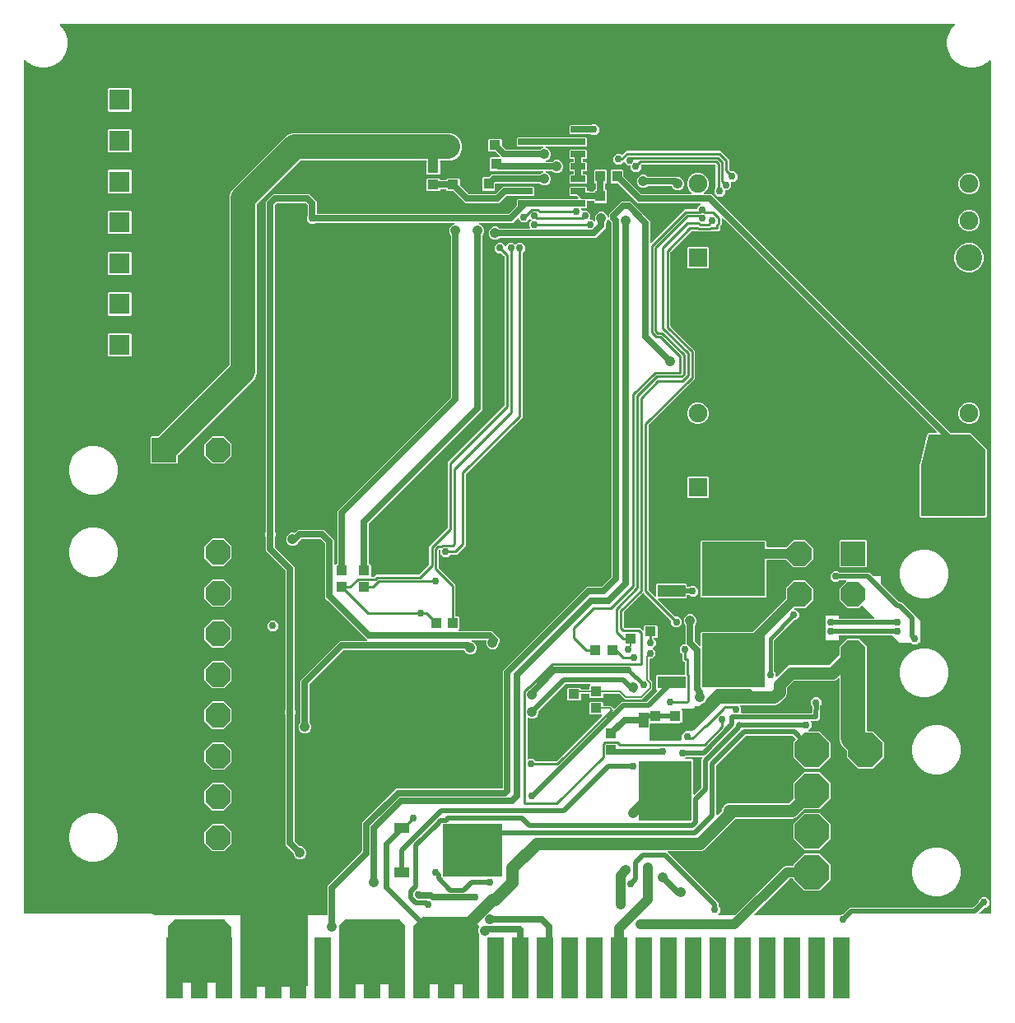
<source format=gbr>
G04 EAGLE Gerber RS-274X export*
G75*
%MOMM*%
%FSLAX34Y34*%
%LPD*%
%INBottom Copper*%
%IPPOS*%
%AMOC8*
5,1,8,0,0,1.08239X$1,22.5*%
G01*
%ADD10R,1.651000X6.350000*%
%ADD11P,2.749271X8X22.500000*%
%ADD12R,2.540000X2.540000*%
%ADD13R,1.000000X1.100000*%
%ADD14R,1.100000X1.000000*%
%ADD15R,1.911000X1.911000*%
%ADD16C,1.911000*%
%ADD17C,2.736000*%
%ADD18R,6.200000X5.400000*%
%ADD19R,1.600000X1.000000*%
%ADD20R,5.400000X6.200000*%
%ADD21R,1.000000X1.600000*%
%ADD22R,1.525000X0.650000*%
%ADD23P,3.788365X8X202.500000*%
%ADD24R,3.500000X3.500000*%
%ADD25R,2.850000X1.250000*%
%ADD26R,6.500000X5.550000*%
%ADD27P,2.749271X8X202.500000*%
%ADD28R,2.100000X2.100000*%
%ADD29C,0.756400*%
%ADD30C,2.667000*%
%ADD31C,1.500000*%
%ADD32C,1.041400*%
%ADD33C,1.006400*%
%ADD34C,1.270000*%
%ADD35C,0.609600*%
%ADD36C,0.635000*%
%ADD37C,0.254000*%
%ADD38C,0.152400*%
%ADD39C,0.457200*%
%ADD40C,0.508000*%
%ADD41C,1.016000*%
%ADD42C,2.540000*%
%ADD43C,0.203200*%

G36*
X299747Y14608D02*
X299747Y14608D01*
X299774Y14606D01*
X299998Y14628D01*
X300222Y14646D01*
X300248Y14652D01*
X300276Y14655D01*
X300494Y14712D01*
X300711Y14765D01*
X300736Y14775D01*
X300763Y14782D01*
X300969Y14873D01*
X301176Y14959D01*
X301199Y14974D01*
X301224Y14985D01*
X301413Y15107D01*
X301603Y15225D01*
X301624Y15243D01*
X301647Y15258D01*
X301814Y15408D01*
X301984Y15555D01*
X302001Y15576D01*
X302022Y15594D01*
X302163Y15769D01*
X302307Y15941D01*
X302321Y15964D01*
X302338Y15985D01*
X302450Y16180D01*
X302565Y16373D01*
X302576Y16398D01*
X302589Y16422D01*
X302669Y16632D01*
X302752Y16841D01*
X302758Y16867D01*
X302768Y16893D01*
X302813Y17113D01*
X302862Y17332D01*
X302864Y17359D01*
X302870Y17386D01*
X302894Y17780D01*
X302894Y88139D01*
X322025Y88139D01*
X322045Y88142D01*
X322064Y88140D01*
X322166Y88162D01*
X322268Y88179D01*
X322285Y88188D01*
X322305Y88192D01*
X322394Y88245D01*
X322485Y88294D01*
X322499Y88308D01*
X322516Y88318D01*
X322583Y88397D01*
X322655Y88472D01*
X322663Y88490D01*
X322676Y88505D01*
X322715Y88601D01*
X322758Y88695D01*
X322760Y88715D01*
X322768Y88733D01*
X322786Y88900D01*
X322786Y118613D01*
X358043Y153870D01*
X358091Y153937D01*
X358094Y153939D01*
X358095Y153942D01*
X358096Y153944D01*
X358156Y154013D01*
X358168Y154043D01*
X358187Y154069D01*
X358214Y154156D01*
X358248Y154241D01*
X358252Y154282D01*
X358259Y154305D01*
X358258Y154337D01*
X358266Y154408D01*
X358266Y183008D01*
X393572Y218314D01*
X502539Y218314D01*
X502559Y218317D01*
X502578Y218315D01*
X502680Y218337D01*
X502782Y218353D01*
X502799Y218363D01*
X502819Y218367D01*
X502908Y218420D01*
X502999Y218469D01*
X503013Y218483D01*
X503030Y218493D01*
X503097Y218572D01*
X503169Y218647D01*
X503177Y218665D01*
X503190Y218680D01*
X503229Y218776D01*
X503272Y218870D01*
X503274Y218890D01*
X503282Y218908D01*
X503300Y219075D01*
X503300Y339767D01*
X589873Y426340D01*
X604798Y426340D01*
X604888Y426354D01*
X604979Y426362D01*
X605009Y426374D01*
X605041Y426379D01*
X605121Y426422D01*
X605205Y426458D01*
X605237Y426484D01*
X605258Y426495D01*
X605280Y426518D01*
X605336Y426563D01*
X614837Y436064D01*
X614890Y436138D01*
X614950Y436207D01*
X614962Y436237D01*
X614981Y436263D01*
X615008Y436350D01*
X615042Y436435D01*
X615046Y436476D01*
X615053Y436499D01*
X615052Y436531D01*
X615060Y436602D01*
X615060Y800378D01*
X615046Y800468D01*
X615038Y800559D01*
X615026Y800589D01*
X615021Y800621D01*
X614978Y800701D01*
X614942Y800785D01*
X614916Y800817D01*
X614905Y800838D01*
X614882Y800860D01*
X614837Y800916D01*
X612497Y803257D01*
X612495Y803269D01*
X612485Y803293D01*
X612481Y803319D01*
X612435Y803405D01*
X612395Y803494D01*
X612378Y803513D01*
X612365Y803537D01*
X612295Y803604D01*
X612229Y803675D01*
X612206Y803688D01*
X612187Y803706D01*
X612099Y803747D01*
X612013Y803794D01*
X611988Y803799D01*
X611964Y803810D01*
X611867Y803820D01*
X611771Y803838D01*
X611745Y803834D01*
X611720Y803837D01*
X611624Y803816D01*
X611528Y803802D01*
X611505Y803790D01*
X611479Y803784D01*
X611396Y803734D01*
X611309Y803690D01*
X611290Y803672D01*
X611268Y803658D01*
X611205Y803584D01*
X611137Y803515D01*
X611121Y803486D01*
X611108Y803471D01*
X611096Y803441D01*
X611056Y803368D01*
X610227Y801367D01*
X609443Y800583D01*
X609390Y800509D01*
X609330Y800439D01*
X609318Y800409D01*
X609299Y800383D01*
X609272Y800296D01*
X609238Y800211D01*
X609234Y800170D01*
X609227Y800148D01*
X609228Y800116D01*
X609220Y800044D01*
X609220Y795613D01*
X598847Y785240D01*
X500436Y785240D01*
X500346Y785226D01*
X500255Y785218D01*
X500225Y785206D01*
X500193Y785201D01*
X500112Y785158D01*
X500028Y785122D01*
X499996Y785096D01*
X499976Y785085D01*
X499953Y785062D01*
X499897Y785017D01*
X499113Y784233D01*
X496639Y783208D01*
X493961Y783208D01*
X491487Y784233D01*
X489593Y786127D01*
X488568Y788601D01*
X488568Y791279D01*
X489593Y793753D01*
X491487Y795647D01*
X493961Y796672D01*
X496639Y796672D01*
X499113Y795647D01*
X499897Y794863D01*
X499971Y794810D01*
X500041Y794750D01*
X500071Y794738D01*
X500097Y794719D01*
X500184Y794692D01*
X500269Y794658D01*
X500310Y794654D01*
X500332Y794647D01*
X500364Y794648D01*
X500436Y794640D01*
X530590Y794640D01*
X530660Y794651D01*
X530732Y794653D01*
X530781Y794671D01*
X530832Y794679D01*
X530896Y794713D01*
X530963Y794738D01*
X531004Y794770D01*
X531050Y794795D01*
X531099Y794847D01*
X531155Y794891D01*
X531183Y794935D01*
X531219Y794973D01*
X531249Y795038D01*
X531288Y795098D01*
X531301Y795149D01*
X531323Y795196D01*
X531331Y795267D01*
X531348Y795337D01*
X531344Y795389D01*
X531350Y795440D01*
X531335Y795511D01*
X531329Y795582D01*
X531309Y795630D01*
X531298Y795681D01*
X531261Y795742D01*
X531233Y795808D01*
X531188Y795864D01*
X531171Y795892D01*
X531154Y795907D01*
X531128Y795939D01*
X530633Y796434D01*
X530633Y800830D01*
X532441Y802638D01*
X532452Y802654D01*
X532468Y802666D01*
X532524Y802754D01*
X532584Y802837D01*
X532590Y802856D01*
X532601Y802873D01*
X532626Y802974D01*
X532657Y803073D01*
X532656Y803092D01*
X532661Y803112D01*
X532653Y803215D01*
X532650Y803318D01*
X532644Y803337D01*
X532642Y803357D01*
X532602Y803452D01*
X532566Y803549D01*
X532553Y803565D01*
X532546Y803583D01*
X532441Y803714D01*
X531440Y804715D01*
X531382Y804757D01*
X531330Y804806D01*
X531283Y804828D01*
X531241Y804858D01*
X531172Y804879D01*
X531107Y804910D01*
X531055Y804915D01*
X531006Y804931D01*
X530934Y804929D01*
X530863Y804937D01*
X530812Y804926D01*
X530760Y804924D01*
X530692Y804900D01*
X530622Y804884D01*
X530578Y804858D01*
X530529Y804840D01*
X530473Y804795D01*
X530411Y804758D01*
X530377Y804719D01*
X530337Y804686D01*
X530298Y804626D01*
X530251Y804571D01*
X530232Y804523D01*
X530204Y804479D01*
X530186Y804410D01*
X530159Y804343D01*
X530151Y804272D01*
X530144Y804241D01*
X530145Y804217D01*
X530141Y804176D01*
X530141Y803928D01*
X527032Y800819D01*
X522636Y800819D01*
X519527Y803928D01*
X519527Y804863D01*
X519516Y804934D01*
X519514Y805006D01*
X519496Y805055D01*
X519488Y805106D01*
X519454Y805169D01*
X519429Y805237D01*
X519397Y805277D01*
X519373Y805323D01*
X519321Y805373D01*
X519276Y805429D01*
X519232Y805457D01*
X519194Y805493D01*
X519129Y805523D01*
X519069Y805562D01*
X519018Y805574D01*
X518971Y805596D01*
X518900Y805604D01*
X518830Y805622D01*
X518778Y805618D01*
X518727Y805623D01*
X518657Y805608D01*
X518585Y805603D01*
X518537Y805582D01*
X518486Y805571D01*
X518425Y805534D01*
X518359Y805506D01*
X518303Y805462D01*
X518275Y805445D01*
X518260Y805427D01*
X518228Y805401D01*
X513307Y800480D01*
X479624Y800480D01*
X479527Y800465D01*
X479430Y800455D01*
X479407Y800445D01*
X479381Y800441D01*
X479295Y800395D01*
X479206Y800355D01*
X479186Y800338D01*
X479163Y800325D01*
X479096Y800255D01*
X479025Y800189D01*
X479012Y800166D01*
X478994Y800147D01*
X478953Y800059D01*
X478906Y799973D01*
X478901Y799948D01*
X478890Y799924D01*
X478880Y799827D01*
X478862Y799731D01*
X478866Y799705D01*
X478863Y799680D01*
X478884Y799584D01*
X478898Y799488D01*
X478910Y799465D01*
X478916Y799439D01*
X478965Y799356D01*
X479010Y799269D01*
X479028Y799250D01*
X479042Y799228D01*
X479116Y799165D01*
X479185Y799097D01*
X479214Y799081D01*
X479229Y799068D01*
X479259Y799056D01*
X479332Y799016D01*
X481333Y798187D01*
X483227Y796293D01*
X484252Y793819D01*
X484252Y791141D01*
X483227Y788667D01*
X482443Y787883D01*
X482390Y787809D01*
X482330Y787739D01*
X482318Y787709D01*
X482299Y787683D01*
X482272Y787596D01*
X482238Y787511D01*
X482234Y787470D01*
X482227Y787448D01*
X482228Y787416D01*
X482220Y787344D01*
X482220Y607653D01*
X365603Y491036D01*
X365550Y490962D01*
X365490Y490893D01*
X365478Y490863D01*
X365459Y490837D01*
X365432Y490750D01*
X365398Y490665D01*
X365394Y490624D01*
X365387Y490601D01*
X365388Y490569D01*
X365380Y490498D01*
X365380Y450126D01*
X365383Y450106D01*
X365381Y450087D01*
X365403Y449985D01*
X365419Y449883D01*
X365429Y449866D01*
X365433Y449846D01*
X365486Y449757D01*
X365535Y449666D01*
X365549Y449652D01*
X365559Y449635D01*
X365638Y449568D01*
X365713Y449496D01*
X365731Y449488D01*
X365746Y449475D01*
X365842Y449436D01*
X365936Y449393D01*
X365956Y449391D01*
X365974Y449383D01*
X366141Y449365D01*
X366812Y449365D01*
X367705Y448472D01*
X367705Y437190D01*
X367708Y437170D01*
X367706Y437151D01*
X367728Y437049D01*
X367744Y436947D01*
X367754Y436930D01*
X367758Y436910D01*
X367811Y436821D01*
X367860Y436730D01*
X367874Y436716D01*
X367884Y436699D01*
X367963Y436632D01*
X368038Y436560D01*
X368056Y436552D01*
X368071Y436539D01*
X368167Y436500D01*
X368261Y436457D01*
X368281Y436455D01*
X368299Y436447D01*
X368466Y436429D01*
X370534Y436429D01*
X370624Y436443D01*
X370715Y436451D01*
X370744Y436463D01*
X370776Y436468D01*
X370857Y436511D01*
X370941Y436547D01*
X370973Y436573D01*
X370994Y436584D01*
X371016Y436607D01*
X371072Y436652D01*
X373079Y438659D01*
X416611Y438659D01*
X416701Y438673D01*
X416792Y438681D01*
X416822Y438693D01*
X416854Y438698D01*
X416935Y438741D01*
X417018Y438777D01*
X417051Y438803D01*
X417071Y438814D01*
X417093Y438837D01*
X417149Y438882D01*
X427258Y448991D01*
X427311Y449065D01*
X427371Y449134D01*
X427383Y449164D01*
X427402Y449190D01*
X427429Y449277D01*
X427463Y449362D01*
X427467Y449403D01*
X427474Y449425D01*
X427473Y449458D01*
X427481Y449529D01*
X427481Y467661D01*
X446110Y486290D01*
X446163Y486364D01*
X446223Y486433D01*
X446235Y486464D01*
X446254Y486490D01*
X446281Y486577D01*
X446315Y486662D01*
X446319Y486703D01*
X446326Y486725D01*
X446325Y486757D01*
X446333Y486828D01*
X446333Y554426D01*
X504502Y612595D01*
X504555Y612669D01*
X504615Y612738D01*
X504627Y612768D01*
X504646Y612794D01*
X504673Y612881D01*
X504707Y612966D01*
X504711Y613007D01*
X504718Y613029D01*
X504717Y613062D01*
X504725Y613133D01*
X504725Y766087D01*
X504711Y766177D01*
X504703Y766268D01*
X504691Y766298D01*
X504686Y766330D01*
X504643Y766410D01*
X504607Y766494D01*
X504581Y766527D01*
X504570Y766547D01*
X504547Y766569D01*
X504502Y766625D01*
X501957Y769170D01*
X501883Y769223D01*
X501814Y769283D01*
X501784Y769295D01*
X501758Y769314D01*
X501670Y769341D01*
X501586Y769375D01*
X501545Y769379D01*
X501523Y769386D01*
X501490Y769385D01*
X501419Y769393D01*
X498182Y769393D01*
X495073Y772502D01*
X495073Y776898D01*
X498182Y780007D01*
X502578Y780007D01*
X505444Y777141D01*
X505460Y777130D01*
X505472Y777114D01*
X505560Y777058D01*
X505643Y776998D01*
X505662Y776992D01*
X505679Y776981D01*
X505780Y776956D01*
X505879Y776925D01*
X505898Y776926D01*
X505918Y776921D01*
X506021Y776929D01*
X506124Y776932D01*
X506143Y776938D01*
X506163Y776940D01*
X506258Y776980D01*
X506355Y777016D01*
X506371Y777029D01*
X506389Y777036D01*
X506520Y777141D01*
X509386Y780007D01*
X513782Y780007D01*
X515590Y778199D01*
X515606Y778188D01*
X515618Y778172D01*
X515706Y778116D01*
X515789Y778056D01*
X515808Y778050D01*
X515825Y778039D01*
X515926Y778014D01*
X516025Y777983D01*
X516044Y777984D01*
X516064Y777979D01*
X516167Y777987D01*
X516270Y777990D01*
X516289Y777996D01*
X516309Y777998D01*
X516404Y778038D01*
X516501Y778074D01*
X516517Y778087D01*
X516535Y778094D01*
X516666Y778199D01*
X518474Y780007D01*
X522870Y780007D01*
X525979Y776898D01*
X525979Y772502D01*
X523690Y770213D01*
X523637Y770139D01*
X523577Y770069D01*
X523565Y770039D01*
X523546Y770013D01*
X523519Y769926D01*
X523485Y769841D01*
X523481Y769800D01*
X523474Y769778D01*
X523475Y769746D01*
X523467Y769675D01*
X523467Y600642D01*
X465298Y542473D01*
X465245Y542399D01*
X465185Y542330D01*
X465173Y542299D01*
X465154Y542273D01*
X465127Y542186D01*
X465093Y542101D01*
X465089Y542060D01*
X465082Y542038D01*
X465083Y542006D01*
X465075Y541935D01*
X465075Y468742D01*
X455818Y459485D01*
X449525Y459485D01*
X449435Y459471D01*
X449344Y459463D01*
X449315Y459451D01*
X449283Y459446D01*
X449202Y459403D01*
X449118Y459367D01*
X449086Y459341D01*
X449065Y459330D01*
X449043Y459307D01*
X448987Y459262D01*
X446698Y456973D01*
X442302Y456973D01*
X439193Y460082D01*
X439193Y463804D01*
X439190Y463824D01*
X439192Y463843D01*
X439170Y463945D01*
X439154Y464047D01*
X439144Y464064D01*
X439140Y464084D01*
X439087Y464173D01*
X439038Y464264D01*
X439024Y464278D01*
X439014Y464295D01*
X438935Y464362D01*
X438860Y464434D01*
X438842Y464442D01*
X438827Y464455D01*
X438731Y464494D01*
X438637Y464537D01*
X438617Y464539D01*
X438599Y464547D01*
X438432Y464565D01*
X438353Y464565D01*
X438263Y464551D01*
X438172Y464543D01*
X438142Y464531D01*
X438110Y464526D01*
X438030Y464483D01*
X437946Y464447D01*
X437914Y464421D01*
X437893Y464410D01*
X437871Y464387D01*
X437815Y464342D01*
X437358Y463885D01*
X437305Y463811D01*
X437245Y463742D01*
X437233Y463712D01*
X437214Y463686D01*
X437187Y463599D01*
X437153Y463514D01*
X437149Y463473D01*
X437142Y463451D01*
X437143Y463418D01*
X437135Y463347D01*
X437135Y445973D01*
X437149Y445883D01*
X437157Y445792D01*
X437169Y445762D01*
X437174Y445730D01*
X437217Y445650D01*
X437253Y445566D01*
X437279Y445534D01*
X437290Y445513D01*
X437313Y445491D01*
X437358Y445435D01*
X454525Y428268D01*
X454525Y396406D01*
X454528Y396386D01*
X454526Y396367D01*
X454548Y396265D01*
X454564Y396163D01*
X454574Y396146D01*
X454578Y396126D01*
X454631Y396037D01*
X454680Y395946D01*
X454694Y395932D01*
X454704Y395915D01*
X454783Y395848D01*
X454858Y395776D01*
X454876Y395768D01*
X454891Y395755D01*
X454987Y395716D01*
X455081Y395673D01*
X455101Y395671D01*
X455119Y395663D01*
X455286Y395645D01*
X457362Y395645D01*
X458255Y394752D01*
X458255Y382488D01*
X457686Y381919D01*
X457644Y381861D01*
X457594Y381809D01*
X457572Y381762D01*
X457542Y381720D01*
X457521Y381651D01*
X457491Y381586D01*
X457485Y381534D01*
X457470Y381484D01*
X457472Y381413D01*
X457464Y381342D01*
X457475Y381291D01*
X457476Y381239D01*
X457501Y381171D01*
X457516Y381101D01*
X457543Y381056D01*
X457560Y381008D01*
X457605Y380952D01*
X457642Y380890D01*
X457682Y380856D01*
X457714Y380816D01*
X457774Y380777D01*
X457829Y380730D01*
X457877Y380711D01*
X457921Y380683D01*
X457991Y380665D01*
X458057Y380638D01*
X458128Y380630D01*
X458160Y380622D01*
X458183Y380624D01*
X458224Y380620D01*
X491796Y380620D01*
X494772Y377644D01*
X496653Y375763D01*
X499629Y372787D01*
X499629Y368867D01*
X499602Y368836D01*
X499590Y368806D01*
X499571Y368780D01*
X499544Y368693D01*
X499510Y368608D01*
X499506Y368567D01*
X499499Y368544D01*
X499500Y368512D01*
X499492Y368441D01*
X499492Y367332D01*
X498467Y364858D01*
X496573Y362964D01*
X494099Y361939D01*
X491421Y361939D01*
X488947Y362964D01*
X487053Y364858D01*
X486028Y367332D01*
X486028Y370010D01*
X486094Y370168D01*
X486104Y370212D01*
X486123Y370254D01*
X486132Y370331D01*
X486150Y370407D01*
X486145Y370453D01*
X486151Y370498D01*
X486134Y370575D01*
X486127Y370652D01*
X486108Y370694D01*
X486098Y370739D01*
X486058Y370806D01*
X486027Y370877D01*
X485996Y370911D01*
X485972Y370950D01*
X485913Y371001D01*
X485860Y371058D01*
X485820Y371080D01*
X485785Y371110D01*
X485713Y371139D01*
X485645Y371176D01*
X485600Y371185D01*
X485557Y371202D01*
X485421Y371217D01*
X485403Y371220D01*
X485398Y371219D01*
X485390Y371220D01*
X472004Y371220D01*
X471907Y371205D01*
X471810Y371195D01*
X471787Y371185D01*
X471761Y371181D01*
X471675Y371135D01*
X471586Y371095D01*
X471566Y371078D01*
X471543Y371065D01*
X471476Y370995D01*
X471405Y370929D01*
X471392Y370906D01*
X471374Y370887D01*
X471333Y370799D01*
X471286Y370713D01*
X471281Y370688D01*
X471270Y370664D01*
X471260Y370567D01*
X471242Y370471D01*
X471246Y370445D01*
X471243Y370420D01*
X471264Y370324D01*
X471278Y370228D01*
X471290Y370205D01*
X471296Y370179D01*
X471345Y370096D01*
X471390Y370009D01*
X471408Y369990D01*
X471422Y369968D01*
X471496Y369905D01*
X471565Y369837D01*
X471594Y369821D01*
X471609Y369808D01*
X471639Y369796D01*
X471712Y369756D01*
X473713Y368927D01*
X475607Y367033D01*
X476632Y364559D01*
X476632Y361881D01*
X475607Y359407D01*
X473713Y357513D01*
X471239Y356488D01*
X468561Y356488D01*
X466087Y357513D01*
X464193Y359407D01*
X463703Y360590D01*
X463641Y360690D01*
X463581Y360790D01*
X463577Y360794D01*
X463573Y360799D01*
X463483Y360874D01*
X463394Y360950D01*
X463389Y360952D01*
X463384Y360956D01*
X463275Y360998D01*
X463166Y361042D01*
X463159Y361043D01*
X463154Y361044D01*
X463136Y361045D01*
X463000Y361060D01*
X340082Y361060D01*
X339992Y361046D01*
X339901Y361038D01*
X339871Y361026D01*
X339839Y361021D01*
X339759Y360978D01*
X339675Y360942D01*
X339643Y360916D01*
X339622Y360905D01*
X339600Y360882D01*
X339544Y360837D01*
X304643Y325936D01*
X304590Y325862D01*
X304530Y325793D01*
X304518Y325763D01*
X304499Y325737D01*
X304472Y325650D01*
X304438Y325565D01*
X304434Y325524D01*
X304427Y325501D01*
X304428Y325469D01*
X304420Y325398D01*
X304420Y287076D01*
X304434Y286986D01*
X304442Y286895D01*
X304454Y286865D01*
X304459Y286833D01*
X304502Y286752D01*
X304538Y286668D01*
X304564Y286636D01*
X304575Y286616D01*
X304598Y286593D01*
X304643Y286537D01*
X305427Y285753D01*
X306452Y283279D01*
X306452Y280601D01*
X305427Y278127D01*
X303533Y276233D01*
X301059Y275208D01*
X298381Y275208D01*
X295907Y276233D01*
X294013Y278127D01*
X292988Y280601D01*
X292988Y283279D01*
X294013Y285753D01*
X294797Y286537D01*
X294850Y286611D01*
X294910Y286681D01*
X294922Y286711D01*
X294941Y286737D01*
X294968Y286824D01*
X295002Y286909D01*
X295006Y286950D01*
X295013Y286972D01*
X295012Y287004D01*
X295020Y287076D01*
X295020Y329607D01*
X335873Y370460D01*
X362736Y370460D01*
X362807Y370471D01*
X362878Y370473D01*
X362927Y370491D01*
X362979Y370499D01*
X363042Y370533D01*
X363109Y370558D01*
X363150Y370590D01*
X363196Y370615D01*
X363246Y370667D01*
X363302Y370711D01*
X363330Y370755D01*
X363366Y370793D01*
X363396Y370858D01*
X363435Y370918D01*
X363447Y370969D01*
X363469Y371016D01*
X363477Y371087D01*
X363495Y371157D01*
X363491Y371209D01*
X363496Y371260D01*
X363481Y371331D01*
X363475Y371402D01*
X363455Y371450D01*
X363444Y371501D01*
X363407Y371562D01*
X363379Y371628D01*
X363334Y371684D01*
X363318Y371712D01*
X363300Y371727D01*
X363274Y371759D01*
X360837Y374196D01*
X323396Y411637D01*
X320420Y414613D01*
X320420Y470178D01*
X320406Y470268D01*
X320398Y470359D01*
X320386Y470389D01*
X320381Y470421D01*
X320338Y470501D01*
X320302Y470585D01*
X320276Y470617D01*
X320265Y470638D01*
X320242Y470660D01*
X320197Y470716D01*
X315776Y475137D01*
X315702Y475190D01*
X315633Y475250D01*
X315603Y475262D01*
X315577Y475281D01*
X315490Y475308D01*
X315405Y475342D01*
X315364Y475346D01*
X315341Y475353D01*
X315309Y475352D01*
X315238Y475360D01*
X296902Y475360D01*
X296812Y475346D01*
X296721Y475338D01*
X296691Y475326D01*
X296659Y475321D01*
X296579Y475278D01*
X296495Y475242D01*
X296463Y475216D01*
X296442Y475205D01*
X296420Y475182D01*
X296364Y475137D01*
X293070Y471843D01*
X293032Y471790D01*
X292986Y471743D01*
X292946Y471671D01*
X292926Y471644D01*
X292921Y471625D01*
X292905Y471596D01*
X292727Y471167D01*
X290833Y469273D01*
X288359Y468248D01*
X285681Y468248D01*
X283207Y469273D01*
X281313Y471167D01*
X280288Y473641D01*
X280288Y476319D01*
X281313Y478793D01*
X283207Y480687D01*
X285681Y481712D01*
X288359Y481712D01*
X288799Y481530D01*
X288912Y481503D01*
X289026Y481474D01*
X289032Y481475D01*
X289038Y481473D01*
X289154Y481484D01*
X289271Y481494D01*
X289277Y481496D01*
X289283Y481497D01*
X289390Y481544D01*
X289497Y481590D01*
X289503Y481595D01*
X289508Y481597D01*
X289521Y481609D01*
X289628Y481695D01*
X289717Y481784D01*
X292693Y484760D01*
X319447Y484760D01*
X322423Y481784D01*
X326844Y477363D01*
X329820Y474387D01*
X329820Y449334D01*
X329831Y449263D01*
X329833Y449191D01*
X329851Y449142D01*
X329859Y449091D01*
X329893Y449028D01*
X329918Y448960D01*
X329950Y448920D01*
X329975Y448874D01*
X330027Y448824D01*
X330071Y448768D01*
X330115Y448740D01*
X330153Y448704D01*
X330218Y448674D01*
X330278Y448635D01*
X330329Y448623D01*
X330376Y448601D01*
X330447Y448593D01*
X330517Y448575D01*
X330569Y448579D01*
X330620Y448574D01*
X330691Y448589D01*
X330762Y448594D01*
X330810Y448615D01*
X330861Y448626D01*
X330922Y448663D01*
X330988Y448691D01*
X331044Y448736D01*
X331072Y448752D01*
X331087Y448770D01*
X331119Y448796D01*
X331688Y449365D01*
X332359Y449365D01*
X332379Y449368D01*
X332398Y449366D01*
X332500Y449388D01*
X332602Y449404D01*
X332619Y449414D01*
X332639Y449418D01*
X332728Y449471D01*
X332819Y449520D01*
X332833Y449534D01*
X332850Y449544D01*
X332917Y449623D01*
X332989Y449698D01*
X332997Y449716D01*
X333010Y449731D01*
X333049Y449827D01*
X333092Y449921D01*
X333094Y449941D01*
X333102Y449959D01*
X333120Y450126D01*
X333120Y504176D01*
X449737Y620793D01*
X449790Y620867D01*
X449850Y620936D01*
X449862Y620966D01*
X449881Y620992D01*
X449908Y621079D01*
X449942Y621164D01*
X449946Y621205D01*
X449953Y621228D01*
X449952Y621260D01*
X449960Y621331D01*
X449960Y787344D01*
X449946Y787434D01*
X449938Y787525D01*
X449926Y787555D01*
X449921Y787587D01*
X449878Y787668D01*
X449842Y787752D01*
X449816Y787784D01*
X449805Y787804D01*
X449782Y787827D01*
X449737Y787883D01*
X448953Y788667D01*
X447928Y791141D01*
X447928Y793819D01*
X448953Y796293D01*
X450847Y798187D01*
X452848Y799016D01*
X452931Y799067D01*
X453017Y799113D01*
X453035Y799131D01*
X453057Y799145D01*
X453119Y799221D01*
X453186Y799291D01*
X453197Y799315D01*
X453214Y799335D01*
X453249Y799426D01*
X453290Y799514D01*
X453292Y799540D01*
X453302Y799564D01*
X453306Y799662D01*
X453317Y799758D01*
X453311Y799784D01*
X453312Y799810D01*
X453285Y799904D01*
X453264Y799999D01*
X453251Y800021D01*
X453244Y800046D01*
X453188Y800126D01*
X453138Y800210D01*
X453118Y800227D01*
X453103Y800248D01*
X453025Y800307D01*
X452951Y800370D01*
X452927Y800380D01*
X452906Y800395D01*
X452814Y800425D01*
X452723Y800462D01*
X452691Y800465D01*
X452672Y800471D01*
X452639Y800471D01*
X452556Y800480D01*
X310460Y800480D01*
X310370Y800466D01*
X310279Y800458D01*
X310250Y800446D01*
X310218Y800441D01*
X310137Y800398D01*
X310053Y800362D01*
X310021Y800336D01*
X310000Y800325D01*
X309978Y800302D01*
X309922Y800257D01*
X309538Y799873D01*
X305142Y799873D01*
X302033Y802982D01*
X302033Y807378D01*
X302417Y807762D01*
X302462Y807825D01*
X302489Y807853D01*
X302494Y807864D01*
X302530Y807906D01*
X302542Y807936D01*
X302561Y807962D01*
X302588Y808049D01*
X302622Y808134D01*
X302626Y808175D01*
X302633Y808197D01*
X302632Y808229D01*
X302640Y808300D01*
X302640Y818158D01*
X302626Y818248D01*
X302618Y818339D01*
X302606Y818369D01*
X302601Y818401D01*
X302558Y818481D01*
X302522Y818565D01*
X302496Y818597D01*
X302485Y818618D01*
X302462Y818640D01*
X302446Y818660D01*
X302441Y818668D01*
X302436Y818673D01*
X302417Y818696D01*
X300536Y820577D01*
X300462Y820630D01*
X300393Y820690D01*
X300363Y820702D01*
X300337Y820721D01*
X300250Y820748D01*
X300165Y820782D01*
X300124Y820786D01*
X300101Y820793D01*
X300069Y820792D01*
X299998Y820800D01*
X271502Y820800D01*
X271412Y820786D01*
X271321Y820778D01*
X271291Y820766D01*
X271259Y820761D01*
X271179Y820718D01*
X271095Y820682D01*
X271062Y820656D01*
X271042Y820645D01*
X271020Y820622D01*
X270964Y820577D01*
X269083Y818696D01*
X269038Y818634D01*
X269011Y818606D01*
X269006Y818595D01*
X268970Y818553D01*
X268958Y818523D01*
X268939Y818497D01*
X268912Y818409D01*
X268878Y818325D01*
X268874Y818284D01*
X268867Y818261D01*
X268868Y818229D01*
X268860Y818158D01*
X268860Y483180D01*
X268874Y483090D01*
X268882Y482999D01*
X268894Y482970D01*
X268899Y482938D01*
X268942Y482857D01*
X268978Y482773D01*
X269004Y482741D01*
X269015Y482720D01*
X269038Y482698D01*
X269083Y482642D01*
X269467Y482258D01*
X269467Y477862D01*
X269083Y477478D01*
X269030Y477404D01*
X268970Y477334D01*
X268958Y477304D01*
X268939Y477278D01*
X268912Y477191D01*
X268878Y477106D01*
X268874Y477065D01*
X268867Y477043D01*
X268868Y477011D01*
X268860Y476940D01*
X268860Y467082D01*
X268874Y466992D01*
X268882Y466901D01*
X268894Y466871D01*
X268899Y466839D01*
X268942Y466759D01*
X268978Y466675D01*
X269004Y466643D01*
X269015Y466622D01*
X269038Y466600D01*
X269083Y466544D01*
X289180Y446447D01*
X289180Y300300D01*
X289194Y300210D01*
X289202Y300119D01*
X289214Y300090D01*
X289219Y300058D01*
X289262Y299977D01*
X289298Y299893D01*
X289324Y299861D01*
X289335Y299840D01*
X289358Y299818D01*
X289403Y299762D01*
X289787Y299378D01*
X289787Y294982D01*
X289403Y294598D01*
X289349Y294524D01*
X289290Y294454D01*
X289278Y294424D01*
X289259Y294398D01*
X289232Y294311D01*
X289198Y294226D01*
X289194Y294185D01*
X289187Y294163D01*
X289188Y294131D01*
X289180Y294060D01*
X289180Y164822D01*
X289194Y164732D01*
X289202Y164641D01*
X289214Y164611D01*
X289219Y164579D01*
X289262Y164499D01*
X289298Y164415D01*
X289324Y164383D01*
X289335Y164362D01*
X289358Y164340D01*
X289403Y164284D01*
X294332Y159355D01*
X294406Y159302D01*
X294475Y159242D01*
X294505Y159230D01*
X294531Y159211D01*
X294618Y159184D01*
X294703Y159150D01*
X294744Y159146D01*
X294767Y159139D01*
X294799Y159140D01*
X294870Y159132D01*
X295979Y159132D01*
X298453Y158107D01*
X300347Y156213D01*
X301372Y153739D01*
X301372Y151061D01*
X300347Y148587D01*
X298453Y146693D01*
X295979Y145668D01*
X293301Y145668D01*
X290827Y146693D01*
X288933Y148587D01*
X287908Y151061D01*
X287908Y152170D01*
X287894Y152260D01*
X287886Y152351D01*
X287874Y152381D01*
X287869Y152413D01*
X287826Y152493D01*
X287790Y152577D01*
X287764Y152609D01*
X287753Y152630D01*
X287730Y152652D01*
X287685Y152708D01*
X279780Y160613D01*
X279780Y294060D01*
X279766Y294150D01*
X279758Y294241D01*
X279746Y294270D01*
X279741Y294302D01*
X279698Y294383D01*
X279662Y294467D01*
X279636Y294499D01*
X279625Y294520D01*
X279602Y294542D01*
X279557Y294598D01*
X279173Y294982D01*
X279173Y299378D01*
X279557Y299762D01*
X279611Y299836D01*
X279670Y299906D01*
X279682Y299936D01*
X279701Y299962D01*
X279728Y300049D01*
X279762Y300134D01*
X279766Y300175D01*
X279773Y300197D01*
X279772Y300229D01*
X279780Y300300D01*
X279780Y442238D01*
X279766Y442328D01*
X279758Y442419D01*
X279746Y442449D01*
X279741Y442481D01*
X279698Y442561D01*
X279662Y442645D01*
X279636Y442677D01*
X279625Y442698D01*
X279602Y442720D01*
X279557Y442776D01*
X259460Y462873D01*
X259460Y476940D01*
X259446Y477030D01*
X259438Y477121D01*
X259426Y477150D01*
X259421Y477182D01*
X259378Y477263D01*
X259342Y477347D01*
X259316Y477379D01*
X259305Y477400D01*
X259282Y477422D01*
X259237Y477478D01*
X258853Y477862D01*
X258853Y482258D01*
X259237Y482642D01*
X259290Y482716D01*
X259350Y482786D01*
X259362Y482816D01*
X259381Y482842D01*
X259408Y482929D01*
X259442Y483014D01*
X259446Y483055D01*
X259453Y483077D01*
X259452Y483109D01*
X259460Y483180D01*
X259460Y822367D01*
X264317Y827224D01*
X267293Y830200D01*
X304207Y830200D01*
X307183Y827224D01*
X309064Y825343D01*
X312040Y822367D01*
X312040Y810641D01*
X312043Y810621D01*
X312041Y810602D01*
X312063Y810500D01*
X312079Y810398D01*
X312089Y810381D01*
X312093Y810361D01*
X312146Y810272D01*
X312195Y810181D01*
X312209Y810167D01*
X312219Y810150D01*
X312298Y810083D01*
X312373Y810011D01*
X312391Y810003D01*
X312406Y809990D01*
X312502Y809951D01*
X312596Y809908D01*
X312616Y809906D01*
X312634Y809898D01*
X312801Y809880D01*
X509098Y809880D01*
X509188Y809894D01*
X509279Y809902D01*
X509309Y809914D01*
X509341Y809919D01*
X509421Y809962D01*
X509505Y809998D01*
X509537Y810024D01*
X509558Y810035D01*
X509580Y810058D01*
X509636Y810103D01*
X517227Y817694D01*
X517280Y817768D01*
X517340Y817837D01*
X517352Y817867D01*
X517371Y817893D01*
X517398Y817980D01*
X517432Y818065D01*
X517436Y818106D01*
X517443Y818129D01*
X517442Y818161D01*
X517450Y818232D01*
X517450Y824302D01*
X518343Y825195D01*
X534923Y825195D01*
X534995Y825172D01*
X535080Y825138D01*
X535121Y825134D01*
X535143Y825127D01*
X535176Y825128D01*
X535247Y825120D01*
X572193Y825120D01*
X572283Y825134D01*
X572374Y825142D01*
X572404Y825154D01*
X572436Y825159D01*
X572502Y825195D01*
X580281Y825195D01*
X580352Y825206D01*
X580423Y825208D01*
X580472Y825226D01*
X580524Y825234D01*
X580587Y825268D01*
X580654Y825293D01*
X580695Y825325D01*
X580741Y825350D01*
X580791Y825402D01*
X580847Y825446D01*
X580875Y825490D01*
X580911Y825528D01*
X580941Y825593D01*
X580980Y825653D01*
X580992Y825704D01*
X581014Y825751D01*
X581022Y825822D01*
X581040Y825892D01*
X581036Y825944D01*
X581041Y825995D01*
X581026Y826066D01*
X581020Y826137D01*
X581000Y826185D01*
X580989Y826236D01*
X580952Y826297D01*
X580924Y826363D01*
X580879Y826419D01*
X580863Y826447D01*
X580845Y826462D01*
X580819Y826494D01*
X579191Y828122D01*
X579117Y828175D01*
X579048Y828235D01*
X579018Y828247D01*
X578992Y828266D01*
X578904Y828293D01*
X578820Y828327D01*
X578779Y828331D01*
X578756Y828338D01*
X578724Y828337D01*
X578653Y828345D01*
X572583Y828345D01*
X571690Y829238D01*
X571690Y837002D01*
X572583Y837895D01*
X589097Y837895D01*
X589990Y837002D01*
X589990Y833830D01*
X589993Y833810D01*
X589991Y833791D01*
X590013Y833689D01*
X590029Y833587D01*
X590039Y833570D01*
X590043Y833550D01*
X590096Y833461D01*
X590145Y833370D01*
X590159Y833356D01*
X590169Y833339D01*
X590248Y833272D01*
X590323Y833200D01*
X590341Y833192D01*
X590356Y833179D01*
X590452Y833140D01*
X590546Y833097D01*
X590566Y833095D01*
X590584Y833087D01*
X590751Y833069D01*
X592358Y833069D01*
X592464Y832963D01*
X592538Y832910D01*
X592608Y832850D01*
X592638Y832838D01*
X592664Y832819D01*
X592751Y832792D01*
X592836Y832758D01*
X592877Y832754D01*
X592899Y832747D01*
X592931Y832748D01*
X593002Y832740D01*
X596354Y832740D01*
X596374Y832743D01*
X596393Y832741D01*
X596495Y832763D01*
X596597Y832779D01*
X596614Y832789D01*
X596634Y832793D01*
X596723Y832846D01*
X596814Y832895D01*
X596828Y832909D01*
X596845Y832919D01*
X596912Y832998D01*
X596984Y833073D01*
X596992Y833091D01*
X597005Y833106D01*
X597044Y833202D01*
X597087Y833296D01*
X597089Y833316D01*
X597097Y833334D01*
X597115Y833501D01*
X597115Y834172D01*
X598008Y835065D01*
X598179Y835065D01*
X598199Y835068D01*
X598218Y835066D01*
X598320Y835088D01*
X598422Y835104D01*
X598439Y835114D01*
X598459Y835118D01*
X598548Y835171D01*
X598639Y835220D01*
X598653Y835234D01*
X598670Y835244D01*
X598737Y835323D01*
X598809Y835398D01*
X598817Y835416D01*
X598830Y835431D01*
X598869Y835527D01*
X598912Y835621D01*
X598914Y835641D01*
X598922Y835659D01*
X598940Y835826D01*
X598940Y840574D01*
X598937Y840594D01*
X598939Y840613D01*
X598917Y840715D01*
X598901Y840817D01*
X598891Y840834D01*
X598887Y840854D01*
X598834Y840943D01*
X598785Y841034D01*
X598771Y841048D01*
X598761Y841065D01*
X598682Y841132D01*
X598607Y841204D01*
X598589Y841212D01*
X598574Y841225D01*
X598478Y841264D01*
X598384Y841307D01*
X598364Y841309D01*
X598346Y841317D01*
X598179Y841335D01*
X598008Y841335D01*
X597115Y842228D01*
X597115Y854492D01*
X598008Y855385D01*
X609272Y855385D01*
X610165Y854492D01*
X610165Y842228D01*
X609272Y841335D01*
X609101Y841335D01*
X609081Y841332D01*
X609062Y841334D01*
X608960Y841312D01*
X608858Y841296D01*
X608841Y841286D01*
X608821Y841282D01*
X608732Y841229D01*
X608641Y841180D01*
X608627Y841166D01*
X608610Y841156D01*
X608543Y841077D01*
X608471Y841002D01*
X608463Y840984D01*
X608450Y840969D01*
X608411Y840873D01*
X608368Y840779D01*
X608366Y840759D01*
X608358Y840741D01*
X608340Y840574D01*
X608340Y835826D01*
X608343Y835806D01*
X608341Y835787D01*
X608363Y835685D01*
X608379Y835583D01*
X608389Y835566D01*
X608393Y835546D01*
X608446Y835457D01*
X608495Y835366D01*
X608509Y835352D01*
X608519Y835335D01*
X608598Y835268D01*
X608673Y835196D01*
X608691Y835188D01*
X608706Y835175D01*
X608802Y835136D01*
X608896Y835093D01*
X608916Y835091D01*
X608934Y835083D01*
X609101Y835065D01*
X609272Y835065D01*
X610165Y834172D01*
X610165Y821908D01*
X609272Y821015D01*
X598008Y821015D01*
X597115Y821908D01*
X597115Y822579D01*
X597112Y822599D01*
X597114Y822618D01*
X597092Y822720D01*
X597076Y822822D01*
X597066Y822839D01*
X597062Y822859D01*
X597009Y822948D01*
X596960Y823039D01*
X596946Y823053D01*
X596936Y823070D01*
X596857Y823137D01*
X596782Y823209D01*
X596764Y823217D01*
X596749Y823230D01*
X596653Y823269D01*
X596559Y823312D01*
X596539Y823314D01*
X596521Y823322D01*
X596354Y823340D01*
X590751Y823340D01*
X590731Y823337D01*
X590712Y823339D01*
X590610Y823317D01*
X590508Y823301D01*
X590491Y823291D01*
X590471Y823287D01*
X590382Y823234D01*
X590291Y823185D01*
X590277Y823171D01*
X590260Y823161D01*
X590193Y823082D01*
X590121Y823007D01*
X590113Y822989D01*
X590100Y822974D01*
X590061Y822878D01*
X590018Y822784D01*
X590016Y822764D01*
X590008Y822746D01*
X589990Y822579D01*
X589990Y816538D01*
X589097Y815645D01*
X584637Y815645D01*
X584566Y815634D01*
X584495Y815632D01*
X584446Y815614D01*
X584394Y815606D01*
X584331Y815572D01*
X584264Y815547D01*
X584223Y815515D01*
X584177Y815490D01*
X584127Y815438D01*
X584072Y815394D01*
X584043Y815350D01*
X584008Y815312D01*
X583977Y815247D01*
X583939Y815187D01*
X583926Y815136D01*
X583904Y815089D01*
X583896Y815018D01*
X583878Y814948D01*
X583883Y814896D01*
X583877Y814845D01*
X583892Y814774D01*
X583898Y814703D01*
X583918Y814655D01*
X583929Y814604D01*
X583966Y814543D01*
X583994Y814477D01*
X584039Y814421D01*
X584055Y814393D01*
X584073Y814378D01*
X584099Y814346D01*
X584382Y814062D01*
X584382Y813661D01*
X584394Y813590D01*
X584396Y813519D01*
X584414Y813470D01*
X584422Y813418D01*
X584456Y813355D01*
X584480Y813287D01*
X584513Y813247D01*
X584537Y813201D01*
X584589Y813152D01*
X584634Y813095D01*
X584678Y813067D01*
X584716Y813032D01*
X584781Y813001D01*
X584841Y812963D01*
X584891Y812950D01*
X584939Y812928D01*
X585010Y812920D01*
X585079Y812902D01*
X585131Y812907D01*
X585183Y812901D01*
X585253Y812916D01*
X585325Y812922D01*
X585373Y812942D01*
X585423Y812953D01*
X585485Y812990D01*
X585551Y813018D01*
X585562Y813027D01*
X589982Y813027D01*
X593091Y809918D01*
X593091Y805522D01*
X592807Y805238D01*
X592765Y805180D01*
X592716Y805128D01*
X592694Y805081D01*
X592664Y805039D01*
X592642Y804970D01*
X592612Y804905D01*
X592607Y804853D01*
X592591Y804803D01*
X592593Y804732D01*
X592585Y804661D01*
X592596Y804610D01*
X592598Y804558D01*
X592622Y804490D01*
X592637Y804420D01*
X592664Y804375D01*
X592682Y804327D01*
X592727Y804271D01*
X592764Y804209D01*
X592803Y804175D01*
X592836Y804135D01*
X592896Y804096D01*
X592951Y804049D01*
X592999Y804030D01*
X593043Y804002D01*
X593112Y803984D01*
X593179Y803957D01*
X593250Y803949D01*
X593281Y803941D01*
X593304Y803943D01*
X593345Y803939D01*
X595062Y803939D01*
X596941Y802060D01*
X597020Y802003D01*
X597095Y801941D01*
X597119Y801932D01*
X597140Y801917D01*
X597234Y801888D01*
X597324Y801853D01*
X597350Y801852D01*
X597376Y801844D01*
X597473Y801847D01*
X597570Y801843D01*
X597595Y801850D01*
X597621Y801851D01*
X597713Y801884D01*
X597806Y801911D01*
X597828Y801926D01*
X597852Y801935D01*
X597929Y801996D01*
X598008Y802051D01*
X598024Y802072D01*
X598044Y802089D01*
X598097Y802171D01*
X598155Y802249D01*
X598163Y802274D01*
X598177Y802296D01*
X598201Y802390D01*
X598231Y802483D01*
X598231Y802509D01*
X598238Y802534D01*
X598230Y802631D01*
X598229Y802729D01*
X598220Y802760D01*
X598218Y802779D01*
X598206Y802810D01*
X598182Y802890D01*
X597788Y803841D01*
X597788Y806519D01*
X598813Y808993D01*
X600707Y810887D01*
X603181Y811912D01*
X605859Y811912D01*
X608333Y810887D01*
X610227Y808993D01*
X611056Y806992D01*
X611107Y806909D01*
X611153Y806823D01*
X611172Y806805D01*
X611185Y806783D01*
X611260Y806721D01*
X611331Y806654D01*
X611355Y806643D01*
X611375Y806626D01*
X611466Y806591D01*
X611554Y806550D01*
X611580Y806548D01*
X611604Y806538D01*
X611702Y806534D01*
X611798Y806523D01*
X611824Y806529D01*
X611850Y806528D01*
X611944Y806555D01*
X612039Y806576D01*
X612061Y806589D01*
X612086Y806596D01*
X612166Y806652D01*
X612250Y806702D01*
X612267Y806722D01*
X612288Y806737D01*
X612347Y806815D01*
X612410Y806889D01*
X612420Y806913D01*
X612435Y806934D01*
X612465Y807026D01*
X612502Y807117D01*
X612505Y807149D01*
X612511Y807168D01*
X612511Y807201D01*
X612520Y807284D01*
X612520Y809628D01*
X625433Y822541D01*
X634446Y822541D01*
X654940Y802047D01*
X654940Y780777D01*
X654951Y780707D01*
X654953Y780635D01*
X654971Y780586D01*
X654979Y780535D01*
X655013Y780471D01*
X655038Y780404D01*
X655070Y780363D01*
X655095Y780317D01*
X655147Y780268D01*
X655191Y780212D01*
X655235Y780184D01*
X655273Y780148D01*
X655338Y780118D01*
X655398Y780079D01*
X655449Y780066D01*
X655496Y780044D01*
X655567Y780036D01*
X655637Y780019D01*
X655689Y780023D01*
X655740Y780017D01*
X655811Y780032D01*
X655882Y780038D01*
X655930Y780058D01*
X655981Y780069D01*
X656042Y780106D01*
X656108Y780134D01*
X656164Y780179D01*
X656192Y780195D01*
X656207Y780213D01*
X656239Y780239D01*
X688719Y812719D01*
X690579Y814579D01*
X702592Y814579D01*
X702612Y814582D01*
X702631Y814580D01*
X702733Y814602D01*
X702835Y814618D01*
X702852Y814628D01*
X702872Y814632D01*
X702961Y814685D01*
X703052Y814734D01*
X703066Y814748D01*
X703083Y814758D01*
X703150Y814837D01*
X703222Y814912D01*
X703230Y814930D01*
X703243Y814945D01*
X703282Y815041D01*
X703325Y815135D01*
X703327Y815155D01*
X703335Y815173D01*
X703353Y815340D01*
X703353Y816494D01*
X706360Y819501D01*
X706402Y819559D01*
X706451Y819611D01*
X706473Y819658D01*
X706503Y819700D01*
X706525Y819769D01*
X706555Y819834D01*
X706560Y819886D01*
X706576Y819936D01*
X706574Y820007D01*
X706582Y820078D01*
X706571Y820129D01*
X706569Y820181D01*
X706545Y820249D01*
X706530Y820319D01*
X706503Y820364D01*
X706485Y820412D01*
X706440Y820468D01*
X706403Y820530D01*
X706364Y820564D01*
X706331Y820604D01*
X706271Y820643D01*
X706216Y820690D01*
X706168Y820709D01*
X706124Y820737D01*
X706055Y820755D01*
X705988Y820782D01*
X705917Y820790D01*
X705886Y820798D01*
X705863Y820796D01*
X705822Y820800D01*
X641553Y820800D01*
X638577Y823776D01*
X621241Y841112D01*
X621167Y841165D01*
X621098Y841225D01*
X621068Y841237D01*
X621042Y841256D01*
X620955Y841283D01*
X620870Y841317D01*
X620829Y841321D01*
X620806Y841328D01*
X620774Y841327D01*
X620703Y841335D01*
X615008Y841335D01*
X614115Y842228D01*
X614115Y854492D01*
X615008Y855385D01*
X626272Y855385D01*
X627165Y854492D01*
X627165Y848797D01*
X627179Y848707D01*
X627187Y848616D01*
X627199Y848586D01*
X627204Y848554D01*
X627247Y848474D01*
X627283Y848390D01*
X627309Y848358D01*
X627320Y848337D01*
X627343Y848315D01*
X627388Y848259D01*
X645224Y830423D01*
X645298Y830370D01*
X645367Y830310D01*
X645397Y830298D01*
X645423Y830279D01*
X645510Y830252D01*
X645595Y830218D01*
X645636Y830214D01*
X645659Y830207D01*
X645691Y830208D01*
X645762Y830200D01*
X696813Y830200D01*
X696884Y830211D01*
X696956Y830213D01*
X697005Y830231D01*
X697056Y830239D01*
X697119Y830273D01*
X697187Y830298D01*
X697227Y830330D01*
X697273Y830355D01*
X697323Y830407D01*
X697379Y830451D01*
X697407Y830495D01*
X697443Y830533D01*
X697473Y830598D01*
X697512Y830658D01*
X697525Y830709D01*
X697546Y830756D01*
X697554Y830827D01*
X697572Y830897D01*
X697568Y830949D01*
X697574Y831000D01*
X697558Y831071D01*
X697553Y831142D01*
X697532Y831190D01*
X697521Y831241D01*
X697485Y831302D01*
X697456Y831368D01*
X697412Y831424D01*
X697395Y831452D01*
X697377Y831467D01*
X697352Y831499D01*
X694387Y834464D01*
X692700Y838536D01*
X692700Y842944D01*
X694387Y847016D01*
X697504Y850133D01*
X701576Y851820D01*
X705984Y851820D01*
X710056Y850133D01*
X713173Y847016D01*
X714860Y842944D01*
X714860Y838536D01*
X713173Y834464D01*
X710208Y831499D01*
X710167Y831441D01*
X710117Y831389D01*
X710095Y831342D01*
X710065Y831300D01*
X710044Y831231D01*
X710014Y831166D01*
X710008Y831114D01*
X709992Y831064D01*
X709994Y830993D01*
X709986Y830922D01*
X709997Y830871D01*
X709999Y830819D01*
X710023Y830751D01*
X710039Y830681D01*
X710065Y830636D01*
X710083Y830588D01*
X710128Y830532D01*
X710165Y830470D01*
X710204Y830436D01*
X710237Y830396D01*
X710297Y830357D01*
X710352Y830310D01*
X710400Y830291D01*
X710444Y830263D01*
X710513Y830245D01*
X710580Y830218D01*
X710651Y830210D01*
X710682Y830202D01*
X710706Y830204D01*
X710747Y830200D01*
X718227Y830200D01*
X963749Y584678D01*
X963823Y584625D01*
X963892Y584565D01*
X963922Y584553D01*
X963948Y584534D01*
X964035Y584507D01*
X964120Y584473D01*
X964161Y584469D01*
X964184Y584462D01*
X964216Y584463D01*
X964287Y584455D01*
X984138Y584455D01*
X1001015Y567578D01*
X1001015Y499222D01*
X999378Y497585D01*
X933562Y497585D01*
X931925Y499222D01*
X931925Y550195D01*
X931906Y550314D01*
X931887Y550434D01*
X931886Y550436D01*
X931886Y550438D01*
X931882Y550444D01*
X931859Y550494D01*
X931858Y550497D01*
X931855Y550502D01*
X931817Y550587D01*
X931728Y550735D01*
X931903Y551433D01*
X931903Y551442D01*
X931907Y551451D01*
X931925Y551618D01*
X931925Y552338D01*
X932047Y552460D01*
X932116Y552555D01*
X932189Y552656D01*
X932190Y552658D01*
X932191Y552659D01*
X932193Y552666D01*
X932248Y552813D01*
X939523Y581913D01*
X939523Y581922D01*
X939527Y581931D01*
X939545Y582098D01*
X939545Y582818D01*
X939667Y582940D01*
X939737Y583037D01*
X939809Y583136D01*
X939810Y583138D01*
X939811Y583139D01*
X939813Y583146D01*
X939868Y583293D01*
X939909Y583461D01*
X940527Y583831D01*
X940534Y583837D01*
X940542Y583841D01*
X940570Y583863D01*
X940578Y583867D01*
X940587Y583876D01*
X940673Y583946D01*
X941182Y584455D01*
X941355Y584455D01*
X941474Y584474D01*
X941594Y584493D01*
X941596Y584494D01*
X941598Y584494D01*
X941604Y584498D01*
X941747Y584563D01*
X941895Y584652D01*
X942593Y584477D01*
X942602Y584477D01*
X942611Y584473D01*
X942778Y584455D01*
X948841Y584455D01*
X948912Y584466D01*
X948983Y584468D01*
X949032Y584486D01*
X949084Y584494D01*
X949147Y584528D01*
X949214Y584553D01*
X949255Y584585D01*
X949301Y584610D01*
X949350Y584661D01*
X949407Y584706D01*
X949435Y584750D01*
X949471Y584788D01*
X949501Y584853D01*
X949540Y584913D01*
X949552Y584964D01*
X949574Y585011D01*
X949582Y585082D01*
X949600Y585152D01*
X949596Y585204D01*
X949601Y585255D01*
X949586Y585326D01*
X949580Y585397D01*
X949560Y585445D01*
X949549Y585496D01*
X949512Y585557D01*
X949484Y585623D01*
X949439Y585679D01*
X949423Y585707D01*
X949407Y585720D01*
X949404Y585726D01*
X949398Y585731D01*
X949379Y585754D01*
X729490Y805643D01*
X729432Y805685D01*
X729380Y805735D01*
X729333Y805757D01*
X729291Y805787D01*
X729222Y805808D01*
X729157Y805838D01*
X729105Y805844D01*
X729055Y805859D01*
X728984Y805857D01*
X728913Y805865D01*
X728862Y805854D01*
X728810Y805853D01*
X728742Y805828D01*
X728672Y805813D01*
X728628Y805786D01*
X728579Y805768D01*
X728523Y805724D01*
X728461Y805687D01*
X728427Y805647D01*
X728387Y805615D01*
X728348Y805554D01*
X728301Y805500D01*
X728282Y805452D01*
X728254Y805408D01*
X728236Y805338D01*
X728209Y805272D01*
X728201Y805200D01*
X728193Y805169D01*
X728195Y805146D01*
X728191Y805105D01*
X728191Y798758D01*
X726918Y797485D01*
X726865Y797412D01*
X726805Y797342D01*
X726793Y797312D01*
X726774Y797286D01*
X726747Y797199D01*
X726713Y797114D01*
X726709Y797073D01*
X726702Y797051D01*
X726703Y797018D01*
X726695Y796947D01*
X726695Y793862D01*
X725058Y792225D01*
X718420Y792225D01*
X718330Y792211D01*
X718239Y792203D01*
X718210Y792191D01*
X718178Y792186D01*
X718097Y792143D01*
X718013Y792107D01*
X717981Y792081D01*
X717960Y792070D01*
X717938Y792047D01*
X717882Y792002D01*
X717653Y791773D01*
X703095Y791773D01*
X702866Y792002D01*
X702792Y792055D01*
X702723Y792115D01*
X702693Y792127D01*
X702666Y792146D01*
X702579Y792173D01*
X702495Y792207D01*
X702454Y792211D01*
X702431Y792218D01*
X702399Y792217D01*
X702328Y792225D01*
X697433Y792225D01*
X697343Y792211D01*
X697252Y792203D01*
X697222Y792191D01*
X697190Y792186D01*
X697110Y792143D01*
X697026Y792107D01*
X696994Y792081D01*
X696973Y792070D01*
X696951Y792047D01*
X696895Y792002D01*
X675849Y770956D01*
X675796Y770882D01*
X675736Y770813D01*
X675724Y770783D01*
X675705Y770757D01*
X675678Y770670D01*
X675644Y770585D01*
X675640Y770544D01*
X675633Y770522D01*
X675634Y770489D01*
X675626Y770418D01*
X675626Y694624D01*
X675641Y694534D01*
X675648Y694443D01*
X675660Y694413D01*
X675666Y694381D01*
X675708Y694301D01*
X675744Y694217D01*
X675770Y694185D01*
X675781Y694164D01*
X675804Y694142D01*
X675849Y694086D01*
X698927Y671008D01*
X700787Y669148D01*
X700787Y640287D01*
X653258Y592758D01*
X653205Y592684D01*
X653145Y592615D01*
X653133Y592584D01*
X653114Y592558D01*
X653087Y592471D01*
X653053Y592386D01*
X653049Y592345D01*
X653042Y592323D01*
X653043Y592291D01*
X653035Y592220D01*
X653035Y422981D01*
X653049Y422891D01*
X653057Y422800D01*
X653069Y422770D01*
X653074Y422738D01*
X653117Y422658D01*
X653153Y422574D01*
X653179Y422542D01*
X653190Y422521D01*
X653213Y422499D01*
X653258Y422443D01*
X659586Y416115D01*
X659644Y416073D01*
X659696Y416023D01*
X659743Y416001D01*
X659785Y415971D01*
X659854Y415950D01*
X659919Y415920D01*
X659971Y415914D01*
X660021Y415899D01*
X660092Y415901D01*
X660163Y415893D01*
X660214Y415904D01*
X660266Y415905D01*
X660334Y415930D01*
X660404Y415945D01*
X660449Y415972D01*
X660497Y415990D01*
X660553Y416034D01*
X660615Y416071D01*
X660649Y416111D01*
X660689Y416143D01*
X660728Y416204D01*
X660775Y416258D01*
X660794Y416306D01*
X660822Y416350D01*
X660840Y416420D01*
X660867Y416486D01*
X660875Y416558D01*
X660883Y416589D01*
X660881Y416612D01*
X660885Y416653D01*
X660885Y428582D01*
X661778Y429475D01*
X691542Y429475D01*
X692435Y428582D01*
X692435Y426526D01*
X692438Y426506D01*
X692436Y426487D01*
X692458Y426385D01*
X692474Y426283D01*
X692484Y426266D01*
X692488Y426246D01*
X692541Y426157D01*
X692590Y426066D01*
X692604Y426052D01*
X692614Y426035D01*
X692693Y425968D01*
X692768Y425896D01*
X692786Y425888D01*
X692801Y425875D01*
X692897Y425836D01*
X692991Y425793D01*
X693011Y425791D01*
X693029Y425783D01*
X693196Y425765D01*
X694805Y425765D01*
X694895Y425779D01*
X694986Y425787D01*
X695015Y425799D01*
X695047Y425804D01*
X695128Y425847D01*
X695212Y425883D01*
X695244Y425909D01*
X695265Y425920D01*
X695287Y425943D01*
X695343Y425988D01*
X696302Y426947D01*
X700698Y426947D01*
X703807Y423838D01*
X703807Y419442D01*
X700698Y416333D01*
X696302Y416333D01*
X695223Y417412D01*
X695149Y417465D01*
X695079Y417525D01*
X695049Y417537D01*
X695023Y417556D01*
X694936Y417583D01*
X694851Y417617D01*
X694810Y417621D01*
X694788Y417628D01*
X694756Y417627D01*
X694685Y417635D01*
X693196Y417635D01*
X693176Y417632D01*
X693157Y417634D01*
X693055Y417612D01*
X692953Y417596D01*
X692936Y417586D01*
X692916Y417582D01*
X692827Y417529D01*
X692736Y417480D01*
X692722Y417466D01*
X692705Y417456D01*
X692638Y417377D01*
X692566Y417302D01*
X692558Y417284D01*
X692545Y417269D01*
X692506Y417173D01*
X692463Y417079D01*
X692461Y417059D01*
X692453Y417041D01*
X692435Y416874D01*
X692435Y414818D01*
X691542Y413925D01*
X663613Y413925D01*
X663542Y413914D01*
X663470Y413912D01*
X663421Y413894D01*
X663370Y413886D01*
X663307Y413852D01*
X663239Y413827D01*
X663199Y413795D01*
X663153Y413770D01*
X663103Y413718D01*
X663047Y413674D01*
X663019Y413630D01*
X662983Y413592D01*
X662953Y413527D01*
X662914Y413467D01*
X662902Y413416D01*
X662880Y413369D01*
X662872Y413298D01*
X662854Y413228D01*
X662858Y413176D01*
X662853Y413125D01*
X662868Y413054D01*
X662873Y412983D01*
X662894Y412935D01*
X662905Y412884D01*
X662942Y412823D01*
X662970Y412757D01*
X663015Y412701D01*
X663031Y412673D01*
X663049Y412658D01*
X663075Y412626D01*
X680215Y395486D01*
X680289Y395433D01*
X680358Y395373D01*
X680388Y395361D01*
X680414Y395342D01*
X680501Y395315D01*
X680586Y395281D01*
X680627Y395277D01*
X680649Y395270D01*
X680682Y395271D01*
X680753Y395263D01*
X683990Y395263D01*
X687099Y392154D01*
X687099Y387758D01*
X683990Y384649D01*
X679594Y384649D01*
X676485Y387758D01*
X676485Y390995D01*
X676471Y391085D01*
X676463Y391176D01*
X676451Y391206D01*
X676446Y391238D01*
X676403Y391318D01*
X676367Y391402D01*
X676341Y391434D01*
X676330Y391455D01*
X676307Y391477D01*
X676262Y391533D01*
X648172Y419623D01*
X648156Y419635D01*
X648144Y419651D01*
X648057Y419707D01*
X647973Y419767D01*
X647954Y419773D01*
X647937Y419784D01*
X647836Y419809D01*
X647737Y419839D01*
X647717Y419839D01*
X647698Y419844D01*
X647595Y419836D01*
X647492Y419833D01*
X647473Y419826D01*
X647453Y419824D01*
X647358Y419784D01*
X647261Y419748D01*
X647245Y419736D01*
X647227Y419728D01*
X647096Y419623D01*
X646603Y419130D01*
X627858Y400385D01*
X627805Y400311D01*
X627745Y400242D01*
X627733Y400212D01*
X627714Y400186D01*
X627687Y400099D01*
X627653Y400014D01*
X627649Y399973D01*
X627642Y399951D01*
X627643Y399918D01*
X627635Y399847D01*
X627635Y385013D01*
X627637Y384999D01*
X627636Y384987D01*
X627649Y384926D01*
X627649Y384923D01*
X627657Y384832D01*
X627669Y384802D01*
X627674Y384770D01*
X627717Y384690D01*
X627753Y384606D01*
X627779Y384574D01*
X627790Y384553D01*
X627813Y384531D01*
X627858Y384475D01*
X628315Y384018D01*
X628389Y383965D01*
X628458Y383905D01*
X628488Y383893D01*
X628514Y383874D01*
X628601Y383847D01*
X628686Y383813D01*
X628727Y383809D01*
X628749Y383802D01*
X628782Y383803D01*
X628853Y383795D01*
X644649Y383795D01*
X646509Y381935D01*
X646996Y381448D01*
X647054Y381406D01*
X647106Y381357D01*
X647153Y381335D01*
X647195Y381304D01*
X647264Y381283D01*
X647329Y381253D01*
X647381Y381247D01*
X647431Y381232D01*
X647502Y381234D01*
X647573Y381226D01*
X647624Y381237D01*
X647676Y381238D01*
X647744Y381263D01*
X647814Y381278D01*
X647859Y381305D01*
X647907Y381323D01*
X647963Y381368D01*
X648025Y381404D01*
X648059Y381444D01*
X648099Y381477D01*
X648138Y381537D01*
X648185Y381591D01*
X648204Y381640D01*
X648232Y381683D01*
X648250Y381753D01*
X648277Y381819D01*
X648285Y381891D01*
X648293Y381922D01*
X648291Y381945D01*
X648295Y381986D01*
X648295Y385752D01*
X649188Y386645D01*
X661452Y386645D01*
X662345Y385752D01*
X662345Y374488D01*
X661452Y373595D01*
X659367Y373595D01*
X659297Y373584D01*
X659225Y373582D01*
X659176Y373564D01*
X659125Y373556D01*
X659061Y373522D01*
X658994Y373497D01*
X658953Y373465D01*
X658907Y373440D01*
X658858Y373388D01*
X658802Y373344D01*
X658774Y373300D01*
X658738Y373262D01*
X658708Y373197D01*
X658669Y373137D01*
X658656Y373086D01*
X658634Y373039D01*
X658626Y372968D01*
X658609Y372898D01*
X658613Y372846D01*
X658607Y372795D01*
X658622Y372724D01*
X658628Y372653D01*
X658648Y372605D01*
X658659Y372554D01*
X658696Y372493D01*
X658724Y372427D01*
X658769Y372371D01*
X658786Y372343D01*
X658803Y372328D01*
X658829Y372296D01*
X660627Y370498D01*
X660627Y366102D01*
X657673Y363149D01*
X657662Y363132D01*
X657646Y363120D01*
X657590Y363033D01*
X657530Y362949D01*
X657524Y362930D01*
X657513Y362913D01*
X657488Y362813D01*
X657458Y362714D01*
X657458Y362694D01*
X657453Y362675D01*
X657461Y362572D01*
X657464Y362468D01*
X657471Y362449D01*
X657472Y362429D01*
X657513Y362335D01*
X657548Y362237D01*
X657561Y362221D01*
X657569Y362203D01*
X657673Y362072D01*
X660017Y359728D01*
X660017Y355332D01*
X656908Y352224D01*
X654978Y352224D01*
X654958Y352220D01*
X654939Y352223D01*
X654837Y352201D01*
X654735Y352184D01*
X654718Y352175D01*
X654698Y352170D01*
X654609Y352117D01*
X654518Y352069D01*
X654504Y352054D01*
X654487Y352044D01*
X654420Y351965D01*
X654348Y351890D01*
X654340Y351872D01*
X654327Y351857D01*
X654288Y351761D01*
X654245Y351667D01*
X654243Y351648D01*
X654235Y351629D01*
X654217Y351462D01*
X654217Y345538D01*
X654161Y345473D01*
X654149Y345443D01*
X654130Y345417D01*
X654103Y345330D01*
X654069Y345245D01*
X654065Y345204D01*
X654058Y345182D01*
X654059Y345150D01*
X654051Y345078D01*
X654051Y331614D01*
X654065Y331524D01*
X654073Y331433D01*
X654085Y331403D01*
X654090Y331371D01*
X654133Y331290D01*
X654169Y331206D01*
X654195Y331174D01*
X654206Y331154D01*
X654229Y331131D01*
X654274Y331075D01*
X656972Y328377D01*
X656972Y320947D01*
X646532Y310507D01*
X628599Y310507D01*
X623236Y315870D01*
X623162Y315923D01*
X623092Y315983D01*
X623062Y315995D01*
X623036Y316014D01*
X622949Y316041D01*
X622864Y316075D01*
X622823Y316079D01*
X622801Y316086D01*
X622769Y316085D01*
X622697Y316093D01*
X607226Y316093D01*
X607206Y316090D01*
X607187Y316092D01*
X607085Y316070D01*
X606983Y316054D01*
X606966Y316044D01*
X606946Y316040D01*
X606857Y315987D01*
X606766Y315938D01*
X606752Y315924D01*
X606735Y315914D01*
X606668Y315835D01*
X606596Y315760D01*
X606588Y315742D01*
X606575Y315727D01*
X606536Y315631D01*
X606493Y315537D01*
X606491Y315517D01*
X606483Y315499D01*
X606465Y315332D01*
X606465Y312748D01*
X605572Y311855D01*
X593308Y311855D01*
X592415Y312748D01*
X592415Y315332D01*
X592412Y315352D01*
X592414Y315371D01*
X592392Y315473D01*
X592376Y315575D01*
X592366Y315592D01*
X592362Y315612D01*
X592309Y315701D01*
X592260Y315792D01*
X592246Y315806D01*
X592236Y315823D01*
X592157Y315890D01*
X592082Y315962D01*
X592064Y315970D01*
X592049Y315983D01*
X591953Y316022D01*
X591859Y316065D01*
X591839Y316067D01*
X591821Y316075D01*
X591654Y316093D01*
X584366Y316093D01*
X584346Y316090D01*
X584327Y316092D01*
X584225Y316070D01*
X584123Y316054D01*
X584106Y316044D01*
X584086Y316040D01*
X583997Y315987D01*
X583906Y315938D01*
X583892Y315924D01*
X583875Y315914D01*
X583808Y315835D01*
X583736Y315760D01*
X583728Y315742D01*
X583715Y315727D01*
X583676Y315631D01*
X583633Y315537D01*
X583631Y315517D01*
X583623Y315499D01*
X583605Y315332D01*
X583605Y310208D01*
X582712Y309315D01*
X570448Y309315D01*
X569555Y310208D01*
X569555Y321472D01*
X570448Y322365D01*
X582712Y322365D01*
X583605Y321472D01*
X583605Y321428D01*
X583608Y321408D01*
X583606Y321389D01*
X583628Y321287D01*
X583644Y321185D01*
X583654Y321168D01*
X583658Y321148D01*
X583711Y321059D01*
X583760Y320968D01*
X583774Y320954D01*
X583784Y320937D01*
X583863Y320870D01*
X583938Y320798D01*
X583956Y320790D01*
X583971Y320777D01*
X584067Y320738D01*
X584161Y320695D01*
X584181Y320693D01*
X584199Y320685D01*
X584366Y320667D01*
X591654Y320667D01*
X591674Y320670D01*
X591693Y320668D01*
X591795Y320690D01*
X591897Y320706D01*
X591914Y320716D01*
X591934Y320720D01*
X592023Y320773D01*
X592114Y320822D01*
X592128Y320836D01*
X592145Y320846D01*
X592212Y320925D01*
X592284Y321000D01*
X592292Y321018D01*
X592305Y321033D01*
X592344Y321129D01*
X592387Y321223D01*
X592389Y321243D01*
X592397Y321261D01*
X592415Y321428D01*
X592415Y324012D01*
X593239Y324836D01*
X593281Y324894D01*
X593331Y324946D01*
X593353Y324993D01*
X593383Y325035D01*
X593404Y325104D01*
X593434Y325169D01*
X593440Y325221D01*
X593455Y325271D01*
X593453Y325342D01*
X593461Y325413D01*
X593450Y325464D01*
X593449Y325516D01*
X593424Y325584D01*
X593409Y325654D01*
X593382Y325699D01*
X593365Y325747D01*
X593320Y325803D01*
X593283Y325865D01*
X593243Y325899D01*
X593211Y325939D01*
X593151Y325978D01*
X593096Y326025D01*
X593048Y326044D01*
X593004Y326072D01*
X592934Y326090D01*
X592868Y326117D01*
X592797Y326125D01*
X592765Y326133D01*
X592742Y326131D01*
X592701Y326135D01*
X568419Y326135D01*
X568329Y326121D01*
X568238Y326113D01*
X568208Y326101D01*
X568176Y326096D01*
X568096Y326053D01*
X568012Y326017D01*
X567980Y325991D01*
X567959Y325980D01*
X567937Y325957D01*
X567881Y325912D01*
X540355Y298386D01*
X540302Y298312D01*
X540242Y298243D01*
X540230Y298213D01*
X540211Y298187D01*
X540184Y298100D01*
X540150Y298015D01*
X540146Y297974D01*
X540139Y297951D01*
X540140Y297919D01*
X540132Y297848D01*
X540132Y295841D01*
X539107Y293367D01*
X537213Y291473D01*
X534739Y290448D01*
X532061Y290448D01*
X529627Y291456D01*
X529583Y291467D01*
X529541Y291486D01*
X529464Y291495D01*
X529388Y291513D01*
X529342Y291508D01*
X529297Y291513D01*
X529220Y291497D01*
X529143Y291489D01*
X529101Y291471D01*
X529056Y291461D01*
X528989Y291421D01*
X528918Y291389D01*
X528884Y291358D01*
X528845Y291335D01*
X528794Y291276D01*
X528737Y291223D01*
X528715Y291183D01*
X528685Y291148D01*
X528656Y291076D01*
X528619Y291008D01*
X528610Y290962D01*
X528593Y290920D01*
X528578Y290784D01*
X528575Y290765D01*
X528576Y290760D01*
X528575Y290753D01*
X528575Y249401D01*
X528586Y249331D01*
X528588Y249259D01*
X528606Y249210D01*
X528614Y249159D01*
X528648Y249095D01*
X528673Y249028D01*
X528705Y248987D01*
X528730Y248941D01*
X528782Y248892D01*
X528826Y248836D01*
X528870Y248808D01*
X528908Y248772D01*
X528973Y248742D01*
X529033Y248703D01*
X529084Y248690D01*
X529131Y248668D01*
X529202Y248660D01*
X529272Y248643D01*
X529324Y248647D01*
X529375Y248641D01*
X529446Y248656D01*
X529517Y248662D01*
X529565Y248682D01*
X529616Y248693D01*
X529677Y248730D01*
X529743Y248758D01*
X529799Y248803D01*
X529827Y248820D01*
X529842Y248837D01*
X529874Y248863D01*
X530158Y249147D01*
X534554Y249147D01*
X536843Y246858D01*
X536917Y246805D01*
X536987Y246745D01*
X537017Y246733D01*
X537043Y246714D01*
X537130Y246687D01*
X537215Y246653D01*
X537256Y246649D01*
X537278Y246642D01*
X537310Y246643D01*
X537381Y246635D01*
X558056Y246635D01*
X558146Y246649D01*
X558237Y246657D01*
X558267Y246669D01*
X558299Y246674D01*
X558380Y246717D01*
X558464Y246753D01*
X558496Y246779D01*
X558516Y246790D01*
X558539Y246813D01*
X558595Y246858D01*
X605293Y293556D01*
X605334Y293614D01*
X605384Y293666D01*
X605406Y293713D01*
X605436Y293755D01*
X605457Y293824D01*
X605487Y293889D01*
X605493Y293941D01*
X605508Y293991D01*
X605507Y294062D01*
X605515Y294133D01*
X605503Y294184D01*
X605502Y294236D01*
X605477Y294304D01*
X605462Y294374D01*
X605436Y294419D01*
X605418Y294467D01*
X605373Y294523D01*
X605336Y294585D01*
X605297Y294619D01*
X605264Y294659D01*
X605204Y294698D01*
X605149Y294745D01*
X605101Y294764D01*
X605057Y294792D01*
X604988Y294810D01*
X604921Y294837D01*
X604850Y294845D01*
X604819Y294853D01*
X604795Y294851D01*
X604754Y294855D01*
X593308Y294855D01*
X592415Y295748D01*
X592415Y307012D01*
X593308Y307905D01*
X605572Y307905D01*
X606465Y307012D01*
X606465Y304428D01*
X606468Y304408D01*
X606466Y304389D01*
X606488Y304287D01*
X606504Y304185D01*
X606514Y304168D01*
X606518Y304148D01*
X606571Y304059D01*
X606620Y303968D01*
X606634Y303954D01*
X606644Y303937D01*
X606723Y303870D01*
X606798Y303798D01*
X606816Y303790D01*
X606831Y303777D01*
X606927Y303738D01*
X607021Y303695D01*
X607041Y303693D01*
X607059Y303685D01*
X607226Y303667D01*
X613967Y303667D01*
X615261Y302373D01*
X615335Y302320D01*
X615404Y302261D01*
X615434Y302248D01*
X615461Y302230D01*
X615548Y302203D01*
X615632Y302169D01*
X615673Y302164D01*
X615696Y302157D01*
X615728Y302158D01*
X615799Y302150D01*
X616202Y302150D01*
X617380Y300972D01*
X617396Y300961D01*
X617409Y300945D01*
X617496Y300889D01*
X617580Y300829D01*
X617599Y300823D01*
X617616Y300812D01*
X617716Y300787D01*
X617815Y300756D01*
X617835Y300757D01*
X617854Y300752D01*
X617957Y300760D01*
X618061Y300763D01*
X618079Y300770D01*
X618099Y300771D01*
X618194Y300812D01*
X618292Y300847D01*
X618307Y300860D01*
X618326Y300868D01*
X618457Y300972D01*
X625453Y307969D01*
X650845Y307969D01*
X650935Y307983D01*
X651026Y307991D01*
X651056Y308003D01*
X651088Y308008D01*
X651168Y308051D01*
X651252Y308087D01*
X651284Y308113D01*
X651305Y308124D01*
X651327Y308147D01*
X651383Y308192D01*
X661919Y318728D01*
X661931Y318744D01*
X661947Y318756D01*
X662003Y318844D01*
X662063Y318927D01*
X662069Y318946D01*
X662080Y318963D01*
X662105Y319064D01*
X662135Y319163D01*
X662135Y319183D01*
X662140Y319202D01*
X662132Y319305D01*
X662129Y319408D01*
X662122Y319427D01*
X662121Y319447D01*
X662080Y319542D01*
X662044Y319639D01*
X662032Y319655D01*
X662024Y319673D01*
X661919Y319804D01*
X660885Y320838D01*
X660885Y334602D01*
X661778Y335495D01*
X689864Y335495D01*
X689884Y335498D01*
X689903Y335496D01*
X690005Y335518D01*
X690107Y335534D01*
X690124Y335544D01*
X690144Y335548D01*
X690233Y335601D01*
X690324Y335650D01*
X690338Y335664D01*
X690355Y335674D01*
X690422Y335753D01*
X690494Y335828D01*
X690502Y335846D01*
X690515Y335861D01*
X690554Y335957D01*
X690597Y336051D01*
X690599Y336071D01*
X690607Y336089D01*
X690625Y336256D01*
X690625Y348048D01*
X690622Y348068D01*
X690624Y348087D01*
X690602Y348189D01*
X690586Y348291D01*
X690576Y348308D01*
X690572Y348328D01*
X690519Y348417D01*
X690470Y348508D01*
X690456Y348522D01*
X690446Y348539D01*
X690367Y348606D01*
X690292Y348678D01*
X690274Y348686D01*
X690259Y348699D01*
X690163Y348738D01*
X690069Y348781D01*
X690049Y348783D01*
X690031Y348791D01*
X689864Y348809D01*
X689344Y348809D01*
X687707Y350446D01*
X687707Y356739D01*
X687693Y356829D01*
X687685Y356920D01*
X687673Y356949D01*
X687668Y356981D01*
X687625Y357062D01*
X687589Y357146D01*
X687563Y357178D01*
X687552Y357199D01*
X687529Y357221D01*
X687484Y357277D01*
X685195Y359566D01*
X685195Y363962D01*
X688304Y367071D01*
X690499Y367071D01*
X690519Y367074D01*
X690538Y367072D01*
X690640Y367094D01*
X690742Y367110D01*
X690759Y367120D01*
X690779Y367124D01*
X690868Y367177D01*
X690959Y367226D01*
X690973Y367240D01*
X690990Y367250D01*
X691057Y367329D01*
X691129Y367404D01*
X691137Y367422D01*
X691150Y367437D01*
X691189Y367533D01*
X691232Y367627D01*
X691234Y367647D01*
X691242Y367665D01*
X691260Y367832D01*
X691260Y386024D01*
X691246Y386114D01*
X691238Y386205D01*
X691226Y386235D01*
X691221Y386267D01*
X691178Y386348D01*
X691142Y386432D01*
X691116Y386464D01*
X691105Y386484D01*
X691082Y386507D01*
X691037Y386563D01*
X690253Y387347D01*
X689228Y389821D01*
X689228Y392499D01*
X690253Y394973D01*
X692147Y396867D01*
X694621Y397892D01*
X697299Y397892D01*
X699773Y396867D01*
X701667Y394973D01*
X702692Y392499D01*
X702692Y389821D01*
X701667Y387347D01*
X700883Y386563D01*
X700830Y386489D01*
X700770Y386419D01*
X700758Y386389D01*
X700739Y386363D01*
X700712Y386276D01*
X700678Y386191D01*
X700674Y386150D01*
X700667Y386128D01*
X700668Y386096D01*
X700660Y386024D01*
X700660Y370562D01*
X700663Y370543D01*
X700661Y370523D01*
X700676Y370453D01*
X700682Y370381D01*
X700694Y370351D01*
X700699Y370319D01*
X700709Y370301D01*
X700713Y370283D01*
X700749Y370222D01*
X700778Y370155D01*
X700804Y370123D01*
X700815Y370102D01*
X700830Y370087D01*
X700839Y370072D01*
X700856Y370058D01*
X700883Y370024D01*
X705336Y365571D01*
X705394Y365529D01*
X705446Y365479D01*
X705493Y365457D01*
X705535Y365427D01*
X705604Y365406D01*
X705669Y365376D01*
X705721Y365370D01*
X705771Y365355D01*
X705842Y365357D01*
X705913Y365349D01*
X705964Y365360D01*
X706016Y365361D01*
X706084Y365386D01*
X706154Y365401D01*
X706198Y365428D01*
X706247Y365446D01*
X706303Y365490D01*
X706365Y365527D01*
X706399Y365567D01*
X706439Y365599D01*
X706478Y365660D01*
X706525Y365714D01*
X706544Y365762D01*
X706572Y365806D01*
X706590Y365876D01*
X706617Y365942D01*
X706625Y366014D01*
X706633Y366045D01*
X706631Y366068D01*
X706635Y366109D01*
X706635Y378902D01*
X707528Y379795D01*
X760156Y379795D01*
X760246Y379809D01*
X760337Y379817D01*
X760367Y379829D01*
X760399Y379834D01*
X760479Y379877D01*
X760563Y379913D01*
X760595Y379939D01*
X760616Y379950D01*
X760638Y379973D01*
X760694Y380018D01*
X794034Y413358D01*
X794087Y413432D01*
X794147Y413501D01*
X794159Y413531D01*
X794178Y413558D01*
X794205Y413645D01*
X794239Y413729D01*
X794243Y413770D01*
X794250Y413793D01*
X794249Y413825D01*
X794257Y413896D01*
X794257Y424357D01*
X802590Y432690D01*
X814374Y432690D01*
X822707Y424357D01*
X822707Y412573D01*
X814374Y404240D01*
X803913Y404240D01*
X803823Y404226D01*
X803732Y404218D01*
X803702Y404206D01*
X803670Y404201D01*
X803590Y404158D01*
X803506Y404122D01*
X803474Y404096D01*
X803453Y404085D01*
X803431Y404062D01*
X803375Y404017D01*
X803164Y403806D01*
X803122Y403748D01*
X803073Y403696D01*
X803051Y403649D01*
X803020Y403607D01*
X802999Y403538D01*
X802969Y403473D01*
X802963Y403421D01*
X802948Y403372D01*
X802950Y403300D01*
X802942Y403229D01*
X802953Y403178D01*
X802954Y403126D01*
X802979Y403058D01*
X802994Y402988D01*
X803021Y402943D01*
X803039Y402895D01*
X803083Y402839D01*
X803120Y402777D01*
X803160Y402743D01*
X803192Y402703D01*
X803253Y402664D01*
X803307Y402617D01*
X803356Y402598D01*
X803399Y402570D01*
X803469Y402552D01*
X803535Y402525D01*
X803607Y402517D01*
X803638Y402509D01*
X803661Y402511D01*
X803702Y402507D01*
X804838Y402507D01*
X807947Y399398D01*
X807947Y395002D01*
X804838Y391893D01*
X803038Y391893D01*
X802948Y391879D01*
X802857Y391871D01*
X802827Y391859D01*
X802795Y391854D01*
X802714Y391811D01*
X802630Y391775D01*
X802598Y391749D01*
X802578Y391738D01*
X802564Y391724D01*
X802562Y391723D01*
X802552Y391712D01*
X802500Y391670D01*
X782500Y371670D01*
X782447Y371597D01*
X782387Y371527D01*
X782375Y371497D01*
X782356Y371471D01*
X782329Y371384D01*
X782295Y371299D01*
X782291Y371258D01*
X782284Y371236D01*
X782285Y371203D01*
X782277Y371132D01*
X782277Y339289D01*
X782291Y339199D01*
X782299Y339108D01*
X782311Y339079D01*
X782316Y339047D01*
X782359Y338966D01*
X782395Y338882D01*
X782421Y338850D01*
X782432Y338829D01*
X782455Y338807D01*
X782500Y338751D01*
X783773Y337478D01*
X783773Y334226D01*
X783784Y334155D01*
X783786Y334084D01*
X783804Y334035D01*
X783812Y333983D01*
X783846Y333920D01*
X783871Y333853D01*
X783903Y333812D01*
X783928Y333766D01*
X783979Y333717D01*
X784024Y333661D01*
X784068Y333632D01*
X784106Y333597D01*
X784171Y333566D01*
X784231Y333528D01*
X784282Y333515D01*
X784329Y333493D01*
X784400Y333485D01*
X784470Y333468D01*
X784522Y333472D01*
X784573Y333466D01*
X784644Y333481D01*
X784715Y333487D01*
X784763Y333507D01*
X784814Y333518D01*
X784875Y333555D01*
X784941Y333583D01*
X784997Y333628D01*
X785025Y333644D01*
X785040Y333662D01*
X785072Y333688D01*
X793177Y341793D01*
X795499Y344115D01*
X798394Y345314D01*
X838687Y345314D01*
X838777Y345328D01*
X838868Y345336D01*
X838898Y345348D01*
X838930Y345353D01*
X839010Y345396D01*
X839094Y345432D01*
X839126Y345458D01*
X839147Y345469D01*
X839169Y345492D01*
X839225Y345537D01*
X849152Y355464D01*
X849205Y355538D01*
X849265Y355607D01*
X849277Y355637D01*
X849296Y355664D01*
X849323Y355751D01*
X849357Y355835D01*
X849361Y355876D01*
X849368Y355899D01*
X849367Y355931D01*
X849375Y356002D01*
X849375Y364667D01*
X851434Y366726D01*
X855649Y370941D01*
X857708Y373000D01*
X869492Y373000D01*
X871551Y370941D01*
X875766Y366726D01*
X877825Y364667D01*
X877825Y278231D01*
X877828Y278211D01*
X877826Y278192D01*
X877848Y278090D01*
X877864Y277988D01*
X877874Y277971D01*
X877878Y277951D01*
X877931Y277862D01*
X877980Y277771D01*
X877994Y277757D01*
X878004Y277740D01*
X878083Y277673D01*
X878158Y277601D01*
X878176Y277593D01*
X878191Y277580D01*
X878287Y277541D01*
X878381Y277498D01*
X878401Y277496D01*
X878419Y277488D01*
X878586Y277470D01*
X884180Y277470D01*
X895325Y266325D01*
X895325Y250565D01*
X884180Y239420D01*
X868420Y239420D01*
X857275Y250565D01*
X857275Y257038D01*
X857261Y257128D01*
X857253Y257219D01*
X857241Y257248D01*
X857236Y257280D01*
X857193Y257361D01*
X857157Y257445D01*
X857131Y257477D01*
X857120Y257498D01*
X857097Y257520D01*
X857052Y257576D01*
X851541Y263087D01*
X849375Y268316D01*
X849375Y331576D01*
X849364Y331647D01*
X849362Y331718D01*
X849344Y331767D01*
X849336Y331819D01*
X849302Y331882D01*
X849277Y331949D01*
X849245Y331990D01*
X849220Y332036D01*
X849168Y332085D01*
X849124Y332141D01*
X849080Y332170D01*
X849042Y332205D01*
X848977Y332236D01*
X848917Y332274D01*
X848866Y332287D01*
X848819Y332309D01*
X848748Y332317D01*
X848678Y332334D01*
X848626Y332330D01*
X848575Y332336D01*
X848504Y332321D01*
X848433Y332315D01*
X848385Y332295D01*
X848334Y332284D01*
X848273Y332247D01*
X848207Y332219D01*
X848151Y332174D01*
X848123Y332158D01*
X848108Y332140D01*
X848076Y332114D01*
X846725Y330763D01*
X843830Y329564D01*
X803537Y329564D01*
X803447Y329550D01*
X803356Y329542D01*
X803326Y329530D01*
X803294Y329525D01*
X803214Y329482D01*
X803130Y329446D01*
X803098Y329420D01*
X803077Y329409D01*
X803055Y329386D01*
X802999Y329341D01*
X796006Y322348D01*
X795959Y322283D01*
X795947Y322271D01*
X795944Y322265D01*
X795893Y322205D01*
X795881Y322175D01*
X795862Y322148D01*
X795835Y322062D01*
X795801Y321977D01*
X795797Y321936D01*
X795790Y321913D01*
X795791Y321881D01*
X795783Y321810D01*
X795783Y316442D01*
X794584Y313547D01*
X786781Y305744D01*
X783886Y304545D01*
X747891Y304545D01*
X747821Y304534D01*
X747749Y304532D01*
X747700Y304514D01*
X747649Y304506D01*
X747585Y304472D01*
X747518Y304447D01*
X747477Y304415D01*
X747431Y304390D01*
X747382Y304338D01*
X747326Y304294D01*
X747298Y304250D01*
X747262Y304212D01*
X747232Y304147D01*
X747193Y304087D01*
X747180Y304036D01*
X747158Y303989D01*
X747150Y303918D01*
X747133Y303848D01*
X747137Y303796D01*
X747131Y303745D01*
X747146Y303674D01*
X747152Y303603D01*
X747172Y303555D01*
X747183Y303504D01*
X747220Y303443D01*
X747248Y303377D01*
X747293Y303321D01*
X747310Y303293D01*
X747327Y303278D01*
X747353Y303246D01*
X748455Y302144D01*
X748455Y297748D01*
X748171Y297464D01*
X748129Y297406D01*
X748080Y297354D01*
X748058Y297307D01*
X748028Y297265D01*
X748006Y297196D01*
X747976Y297131D01*
X747971Y297079D01*
X747955Y297029D01*
X747957Y296958D01*
X747949Y296887D01*
X747960Y296836D01*
X747962Y296784D01*
X747986Y296716D01*
X748001Y296646D01*
X748028Y296601D01*
X748046Y296553D01*
X748091Y296497D01*
X748128Y296435D01*
X748167Y296401D01*
X748200Y296361D01*
X748260Y296322D01*
X748315Y296275D01*
X748363Y296256D01*
X748407Y296228D01*
X748476Y296210D01*
X748543Y296183D01*
X748614Y296175D01*
X748645Y296167D01*
X748668Y296169D01*
X748709Y296165D01*
X820586Y296165D01*
X820594Y296166D01*
X820603Y296165D01*
X820716Y296186D01*
X820829Y296204D01*
X820836Y296208D01*
X820844Y296210D01*
X820945Y296266D01*
X821046Y296320D01*
X821052Y296325D01*
X821059Y296329D01*
X821137Y296414D01*
X821216Y296498D01*
X821219Y296505D01*
X821225Y296511D01*
X821271Y296617D01*
X821319Y296721D01*
X821320Y296729D01*
X821324Y296737D01*
X821347Y296903D01*
X821541Y303230D01*
X821527Y303332D01*
X821519Y303434D01*
X821511Y303453D01*
X821508Y303473D01*
X821463Y303566D01*
X821423Y303660D01*
X821407Y303680D01*
X821400Y303694D01*
X821377Y303717D01*
X821318Y303791D01*
X820193Y304916D01*
X820193Y309312D01*
X823302Y312421D01*
X827698Y312421D01*
X830807Y309312D01*
X830807Y304916D01*
X829905Y304014D01*
X829858Y303949D01*
X829805Y303890D01*
X829787Y303850D01*
X829761Y303814D01*
X829738Y303738D01*
X829706Y303665D01*
X829697Y303607D01*
X829689Y303579D01*
X829690Y303551D01*
X829682Y303499D01*
X829332Y292049D01*
X829333Y292040D01*
X829332Y292026D01*
X829332Y290343D01*
X828105Y289189D01*
X828100Y289182D01*
X828089Y289173D01*
X826899Y287984D01*
X825217Y288035D01*
X825207Y288034D01*
X825193Y288035D01*
X820901Y288035D01*
X820831Y288024D01*
X820759Y288022D01*
X820710Y288004D01*
X820659Y287996D01*
X820595Y287962D01*
X820528Y287937D01*
X820487Y287905D01*
X820441Y287880D01*
X820392Y287828D01*
X820336Y287784D01*
X820308Y287740D01*
X820272Y287702D01*
X820242Y287637D01*
X820203Y287577D01*
X820190Y287526D01*
X820168Y287479D01*
X820160Y287408D01*
X820143Y287338D01*
X820147Y287286D01*
X820141Y287235D01*
X820156Y287164D01*
X820162Y287093D01*
X820182Y287045D01*
X820193Y286994D01*
X820230Y286933D01*
X820258Y286867D01*
X820303Y286811D01*
X820320Y286783D01*
X820337Y286768D01*
X820363Y286736D01*
X820647Y286452D01*
X820647Y282056D01*
X817360Y278769D01*
X817318Y278711D01*
X817269Y278659D01*
X817247Y278612D01*
X817217Y278570D01*
X817195Y278501D01*
X817165Y278436D01*
X817160Y278384D01*
X817144Y278334D01*
X817146Y278263D01*
X817138Y278192D01*
X817149Y278141D01*
X817151Y278089D01*
X817175Y278021D01*
X817190Y277951D01*
X817217Y277906D01*
X817235Y277858D01*
X817280Y277802D01*
X817317Y277740D01*
X817356Y277706D01*
X817389Y277666D01*
X817449Y277627D01*
X817504Y277580D01*
X817552Y277561D01*
X817596Y277533D01*
X817665Y277515D01*
X817732Y277488D01*
X817803Y277480D01*
X817834Y277472D01*
X817857Y277474D01*
X817898Y277470D01*
X829062Y277470D01*
X840207Y266325D01*
X840207Y250565D01*
X829062Y239420D01*
X813302Y239420D01*
X802157Y250565D01*
X802157Y266325D01*
X804317Y268485D01*
X804329Y268501D01*
X804344Y268514D01*
X804400Y268601D01*
X804461Y268685D01*
X804466Y268704D01*
X804477Y268721D01*
X804503Y268821D01*
X804533Y268920D01*
X804532Y268940D01*
X804537Y268959D01*
X804529Y269062D01*
X804527Y269166D01*
X804520Y269185D01*
X804518Y269204D01*
X804478Y269299D01*
X804442Y269397D01*
X804430Y269412D01*
X804422Y269431D01*
X804317Y269562D01*
X801306Y272572D01*
X801232Y272625D01*
X801163Y272685D01*
X801133Y272697D01*
X801107Y272716D01*
X801020Y272743D01*
X800935Y272777D01*
X800894Y272781D01*
X800872Y272788D01*
X800839Y272787D01*
X800768Y272795D01*
X753839Y272795D01*
X753749Y272781D01*
X753658Y272773D01*
X753628Y272761D01*
X753596Y272756D01*
X753516Y272713D01*
X753432Y272677D01*
X753400Y272651D01*
X753379Y272640D01*
X753357Y272617D01*
X753301Y272572D01*
X723108Y242379D01*
X723055Y242305D01*
X722995Y242236D01*
X722983Y242206D01*
X722964Y242180D01*
X722937Y242093D01*
X722903Y242008D01*
X722899Y241967D01*
X722892Y241944D01*
X722893Y241912D01*
X722885Y241841D01*
X722885Y192144D01*
X722896Y192073D01*
X722898Y192001D01*
X722916Y191952D01*
X722924Y191901D01*
X722958Y191837D01*
X722983Y191770D01*
X723015Y191729D01*
X723040Y191683D01*
X723092Y191634D01*
X723136Y191578D01*
X723180Y191550D01*
X723218Y191514D01*
X723283Y191484D01*
X723343Y191445D01*
X723394Y191432D01*
X723441Y191410D01*
X723512Y191403D01*
X723582Y191385D01*
X723634Y191389D01*
X723685Y191383D01*
X723756Y191399D01*
X723827Y191404D01*
X723875Y191425D01*
X723926Y191436D01*
X723987Y191472D01*
X724053Y191500D01*
X724109Y191545D01*
X724137Y191562D01*
X724152Y191580D01*
X724184Y191605D01*
X728502Y195923D01*
X728555Y195997D01*
X728615Y196067D01*
X728627Y196097D01*
X728646Y196123D01*
X728673Y196210D01*
X728707Y196295D01*
X728711Y196336D01*
X728718Y196358D01*
X728717Y196390D01*
X728725Y196462D01*
X728725Y197146D01*
X729924Y200041D01*
X732139Y202256D01*
X735034Y203455D01*
X796650Y203455D01*
X796740Y203469D01*
X796831Y203477D01*
X796861Y203489D01*
X796893Y203494D01*
X796973Y203537D01*
X797057Y203573D01*
X797089Y203599D01*
X797110Y203610D01*
X797132Y203633D01*
X797188Y203678D01*
X801934Y208424D01*
X801987Y208498D01*
X802047Y208567D01*
X802059Y208597D01*
X802078Y208624D01*
X802105Y208711D01*
X802139Y208795D01*
X802143Y208836D01*
X802150Y208859D01*
X802149Y208891D01*
X802157Y208962D01*
X802157Y224415D01*
X813302Y235560D01*
X829062Y235560D01*
X840207Y224415D01*
X840207Y208655D01*
X829062Y197510D01*
X813609Y197510D01*
X813519Y197496D01*
X813428Y197488D01*
X813398Y197476D01*
X813366Y197471D01*
X813286Y197428D01*
X813202Y197392D01*
X813170Y197366D01*
X813149Y197355D01*
X813127Y197332D01*
X813071Y197287D01*
X804688Y188904D01*
X801793Y187705D01*
X742873Y187705D01*
X742783Y187691D01*
X742692Y187683D01*
X742662Y187671D01*
X742630Y187666D01*
X742549Y187623D01*
X742465Y187587D01*
X742433Y187561D01*
X742413Y187550D01*
X742390Y187527D01*
X742334Y187482D01*
X710362Y155510D01*
X707468Y154311D01*
X673695Y154311D01*
X673624Y154300D01*
X673552Y154298D01*
X673504Y154280D01*
X673452Y154272D01*
X673389Y154238D01*
X673321Y154213D01*
X673281Y154181D01*
X673235Y154156D01*
X673185Y154104D01*
X673129Y154060D01*
X673101Y154016D01*
X673065Y153978D01*
X673035Y153913D01*
X672996Y153853D01*
X672984Y153802D01*
X672962Y153755D01*
X672954Y153684D01*
X672936Y153614D01*
X672940Y153562D01*
X672935Y153511D01*
X672950Y153440D01*
X672956Y153369D01*
X672976Y153321D01*
X672987Y153270D01*
X673024Y153209D01*
X673052Y153143D01*
X673097Y153087D01*
X673113Y153059D01*
X673131Y153044D01*
X673157Y153012D01*
X725425Y100744D01*
X725425Y97735D01*
X725439Y97645D01*
X725447Y97554D01*
X725459Y97525D01*
X725464Y97493D01*
X725507Y97412D01*
X725543Y97328D01*
X725569Y97296D01*
X725580Y97275D01*
X725603Y97253D01*
X725648Y97197D01*
X726667Y96178D01*
X726667Y91782D01*
X724323Y89438D01*
X724281Y89380D01*
X724232Y89328D01*
X724210Y89281D01*
X724180Y89239D01*
X724159Y89170D01*
X724128Y89105D01*
X724123Y89053D01*
X724107Y89003D01*
X724109Y88932D01*
X724101Y88861D01*
X724112Y88810D01*
X724114Y88758D01*
X724138Y88690D01*
X724153Y88620D01*
X724180Y88576D01*
X724198Y88527D01*
X724243Y88471D01*
X724280Y88409D01*
X724319Y88375D01*
X724352Y88335D01*
X724412Y88296D01*
X724467Y88249D01*
X724515Y88230D01*
X724559Y88202D01*
X724628Y88184D01*
X724695Y88157D01*
X724766Y88149D01*
X724797Y88141D01*
X724820Y88143D01*
X724861Y88139D01*
X741423Y88139D01*
X741513Y88154D01*
X741604Y88161D01*
X741634Y88173D01*
X741666Y88179D01*
X741746Y88221D01*
X741830Y88257D01*
X741862Y88283D01*
X741883Y88294D01*
X741905Y88317D01*
X741961Y88362D01*
X791914Y138314D01*
X794341Y139320D01*
X801396Y139320D01*
X801416Y139323D01*
X801435Y139321D01*
X801537Y139343D01*
X801639Y139359D01*
X801656Y139369D01*
X801676Y139373D01*
X801765Y139426D01*
X801856Y139475D01*
X801870Y139489D01*
X801887Y139499D01*
X801954Y139578D01*
X802026Y139653D01*
X802034Y139671D01*
X802047Y139686D01*
X802086Y139782D01*
X802129Y139876D01*
X802131Y139896D01*
X802139Y139914D01*
X802157Y140081D01*
X802157Y140595D01*
X813302Y151740D01*
X829062Y151740D01*
X840207Y140595D01*
X840207Y124835D01*
X829062Y113690D01*
X813302Y113690D01*
X802157Y124835D01*
X802157Y125349D01*
X802154Y125369D01*
X802156Y125388D01*
X802134Y125490D01*
X802118Y125592D01*
X802108Y125609D01*
X802104Y125629D01*
X802051Y125718D01*
X802002Y125809D01*
X801988Y125823D01*
X801978Y125840D01*
X801899Y125907D01*
X801824Y125979D01*
X801806Y125987D01*
X801791Y126000D01*
X801695Y126039D01*
X801601Y126082D01*
X801581Y126084D01*
X801563Y126092D01*
X801396Y126110D01*
X798706Y126110D01*
X798616Y126096D01*
X798525Y126088D01*
X798495Y126076D01*
X798463Y126071D01*
X798383Y126028D01*
X798299Y125992D01*
X798267Y125966D01*
X798246Y125955D01*
X798224Y125932D01*
X798168Y125887D01*
X761719Y89438D01*
X761677Y89380D01*
X761628Y89328D01*
X761606Y89281D01*
X761575Y89239D01*
X761554Y89170D01*
X761524Y89105D01*
X761518Y89053D01*
X761503Y89003D01*
X761505Y88932D01*
X761497Y88861D01*
X761508Y88810D01*
X761509Y88758D01*
X761534Y88690D01*
X761549Y88620D01*
X761576Y88576D01*
X761594Y88527D01*
X761639Y88471D01*
X761675Y88409D01*
X761715Y88375D01*
X761747Y88335D01*
X761808Y88296D01*
X761862Y88249D01*
X761911Y88230D01*
X761954Y88202D01*
X762024Y88184D01*
X762090Y88157D01*
X762162Y88149D01*
X762193Y88141D01*
X762216Y88143D01*
X762257Y88139D01*
X849939Y88139D01*
X850029Y88154D01*
X850120Y88161D01*
X850149Y88173D01*
X850181Y88179D01*
X850262Y88221D01*
X850346Y88257D01*
X850378Y88283D01*
X850399Y88294D01*
X850421Y88317D01*
X850477Y88362D01*
X851242Y89127D01*
X852683Y89127D01*
X852773Y89141D01*
X852864Y89149D01*
X852894Y89161D01*
X852926Y89166D01*
X853006Y89209D01*
X853090Y89245D01*
X853122Y89271D01*
X853143Y89282D01*
X853165Y89305D01*
X853221Y89350D01*
X860138Y96267D01*
X986823Y96267D01*
X986913Y96281D01*
X987004Y96289D01*
X987034Y96301D01*
X987066Y96306D01*
X987146Y96349D01*
X987230Y96385D01*
X987262Y96411D01*
X987283Y96422D01*
X987305Y96445D01*
X987361Y96490D01*
X992690Y101819D01*
X992743Y101893D01*
X992803Y101962D01*
X992815Y101992D01*
X992834Y102018D01*
X992861Y102105D01*
X992895Y102190D01*
X992899Y102231D01*
X992906Y102254D01*
X992905Y102286D01*
X992913Y102357D01*
X992913Y103798D01*
X996022Y106907D01*
X1000418Y106907D01*
X1003527Y103798D01*
X1003527Y99402D01*
X1000418Y96293D01*
X998977Y96293D01*
X998887Y96279D01*
X998796Y96271D01*
X998766Y96259D01*
X998734Y96254D01*
X998654Y96211D01*
X998570Y96175D01*
X998538Y96149D01*
X998517Y96138D01*
X998495Y96115D01*
X998439Y96070D01*
X993331Y90962D01*
X993289Y90904D01*
X993239Y90852D01*
X993217Y90805D01*
X993187Y90763D01*
X993166Y90694D01*
X993136Y90629D01*
X993130Y90577D01*
X993115Y90527D01*
X993117Y90456D01*
X993109Y90385D01*
X993120Y90334D01*
X993121Y90282D01*
X993146Y90214D01*
X993161Y90144D01*
X993188Y90099D01*
X993206Y90051D01*
X993250Y89994D01*
X993287Y89933D01*
X993327Y89899D01*
X993359Y89859D01*
X993420Y89820D01*
X993474Y89773D01*
X993522Y89754D01*
X993566Y89726D01*
X993636Y89708D01*
X993702Y89681D01*
X993774Y89673D01*
X993805Y89665D01*
X993828Y89667D01*
X993869Y89663D01*
X1004316Y89663D01*
X1004336Y89666D01*
X1004355Y89664D01*
X1004457Y89686D01*
X1004559Y89702D01*
X1004576Y89712D01*
X1004596Y89716D01*
X1004685Y89769D01*
X1004776Y89818D01*
X1004790Y89832D01*
X1004807Y89842D01*
X1004874Y89921D01*
X1004946Y89996D01*
X1004954Y90014D01*
X1004967Y90029D01*
X1005006Y90125D01*
X1005049Y90219D01*
X1005051Y90239D01*
X1005059Y90257D01*
X1005077Y90424D01*
X1005077Y967317D01*
X1005066Y967388D01*
X1005064Y967460D01*
X1005046Y967509D01*
X1005038Y967560D01*
X1005004Y967624D01*
X1004979Y967691D01*
X1004947Y967732D01*
X1004922Y967778D01*
X1004870Y967827D01*
X1004826Y967883D01*
X1004782Y967911D01*
X1004744Y967947D01*
X1004679Y967977D01*
X1004619Y968016D01*
X1004568Y968029D01*
X1004521Y968051D01*
X1004450Y968058D01*
X1004380Y968076D01*
X1004328Y968072D01*
X1004277Y968078D01*
X1004206Y968062D01*
X1004135Y968057D01*
X1004087Y968036D01*
X1004036Y968025D01*
X1003975Y967989D01*
X1003909Y967961D01*
X1003853Y967916D01*
X1003825Y967899D01*
X1003810Y967881D01*
X1003778Y967856D01*
X1001116Y965194D01*
X995324Y961850D01*
X988864Y960119D01*
X982176Y960119D01*
X975716Y961850D01*
X969924Y965194D01*
X965194Y969924D01*
X961850Y975716D01*
X960119Y982176D01*
X960119Y988864D01*
X961850Y995324D01*
X965194Y1001116D01*
X967856Y1003778D01*
X967898Y1003836D01*
X967947Y1003888D01*
X967969Y1003935D01*
X967999Y1003977D01*
X968020Y1004046D01*
X968051Y1004111D01*
X968056Y1004163D01*
X968072Y1004213D01*
X968070Y1004284D01*
X968078Y1004355D01*
X968067Y1004406D01*
X968065Y1004458D01*
X968041Y1004526D01*
X968025Y1004596D01*
X967999Y1004641D01*
X967981Y1004689D01*
X967936Y1004745D01*
X967899Y1004807D01*
X967860Y1004841D01*
X967827Y1004881D01*
X967767Y1004920D01*
X967712Y1004967D01*
X967664Y1004986D01*
X967620Y1005014D01*
X967551Y1005032D01*
X967484Y1005059D01*
X967413Y1005067D01*
X967382Y1005075D01*
X967358Y1005073D01*
X967317Y1005077D01*
X48683Y1005077D01*
X48612Y1005066D01*
X48540Y1005064D01*
X48491Y1005046D01*
X48440Y1005038D01*
X48376Y1005004D01*
X48309Y1004979D01*
X48268Y1004947D01*
X48222Y1004922D01*
X48173Y1004870D01*
X48117Y1004826D01*
X48089Y1004782D01*
X48053Y1004744D01*
X48023Y1004679D01*
X47984Y1004619D01*
X47971Y1004568D01*
X47949Y1004521D01*
X47942Y1004450D01*
X47924Y1004380D01*
X47928Y1004328D01*
X47922Y1004277D01*
X47938Y1004206D01*
X47943Y1004135D01*
X47964Y1004087D01*
X47975Y1004036D01*
X48011Y1003975D01*
X48039Y1003909D01*
X48084Y1003853D01*
X48101Y1003825D01*
X48119Y1003810D01*
X48144Y1003778D01*
X50806Y1001116D01*
X54150Y995324D01*
X55881Y988864D01*
X55881Y982176D01*
X54150Y975716D01*
X50806Y969924D01*
X46076Y965194D01*
X40284Y961850D01*
X33824Y960119D01*
X27136Y960119D01*
X20676Y961850D01*
X14884Y965194D01*
X12222Y967856D01*
X12164Y967898D01*
X12112Y967947D01*
X12065Y967969D01*
X12023Y967999D01*
X11954Y968020D01*
X11889Y968051D01*
X11837Y968056D01*
X11787Y968072D01*
X11716Y968070D01*
X11645Y968078D01*
X11594Y968067D01*
X11542Y968065D01*
X11474Y968041D01*
X11404Y968025D01*
X11359Y967999D01*
X11311Y967981D01*
X11255Y967936D01*
X11193Y967899D01*
X11159Y967860D01*
X11119Y967827D01*
X11080Y967767D01*
X11033Y967712D01*
X11014Y967664D01*
X10986Y967620D01*
X10968Y967551D01*
X10941Y967484D01*
X10933Y967413D01*
X10925Y967382D01*
X10927Y967358D01*
X10923Y967317D01*
X10923Y90424D01*
X10926Y90404D01*
X10924Y90385D01*
X10946Y90283D01*
X10962Y90181D01*
X10972Y90164D01*
X10976Y90144D01*
X11029Y90055D01*
X11078Y89964D01*
X11092Y89950D01*
X11102Y89933D01*
X11181Y89866D01*
X11256Y89794D01*
X11274Y89786D01*
X11289Y89773D01*
X11385Y89734D01*
X11479Y89691D01*
X11499Y89689D01*
X11517Y89681D01*
X11684Y89663D01*
X141873Y89663D01*
X145412Y88197D01*
X145476Y88182D01*
X145537Y88157D01*
X145619Y88148D01*
X145651Y88141D01*
X145671Y88142D01*
X145703Y88139D01*
X233046Y88139D01*
X233046Y17780D01*
X233048Y17753D01*
X233046Y17726D01*
X233068Y17502D01*
X233086Y17278D01*
X233092Y17252D01*
X233095Y17224D01*
X233152Y17006D01*
X233205Y16789D01*
X233215Y16764D01*
X233222Y16737D01*
X233313Y16531D01*
X233399Y16324D01*
X233414Y16301D01*
X233425Y16276D01*
X233547Y16087D01*
X233665Y15897D01*
X233683Y15876D01*
X233698Y15853D01*
X233848Y15686D01*
X233995Y15516D01*
X234016Y15499D01*
X234034Y15478D01*
X234209Y15337D01*
X234381Y15193D01*
X234404Y15179D01*
X234425Y15162D01*
X234620Y15050D01*
X234813Y14935D01*
X234838Y14925D01*
X234862Y14911D01*
X235072Y14831D01*
X235281Y14748D01*
X235307Y14742D01*
X235333Y14732D01*
X235553Y14687D01*
X235772Y14638D01*
X235799Y14636D01*
X235826Y14630D01*
X236220Y14606D01*
X299720Y14606D01*
X299747Y14608D01*
G37*
%LPC*%
G36*
X141608Y552830D02*
X141608Y552830D01*
X140715Y553723D01*
X140715Y580387D01*
X141608Y581280D01*
X148733Y581280D01*
X148823Y581294D01*
X148914Y581302D01*
X148943Y581314D01*
X148975Y581319D01*
X149056Y581362D01*
X149140Y581398D01*
X149172Y581424D01*
X149193Y581435D01*
X149215Y581458D01*
X149271Y581503D01*
X221772Y654004D01*
X221819Y654070D01*
X221830Y654081D01*
X221832Y654086D01*
X221885Y654148D01*
X221897Y654178D01*
X221916Y654204D01*
X221943Y654291D01*
X221977Y654376D01*
X221981Y654417D01*
X221988Y654439D01*
X221987Y654471D01*
X221995Y654542D01*
X221995Y828329D01*
X224161Y833558D01*
X281502Y890899D01*
X286731Y893065D01*
X449869Y893065D01*
X455098Y890899D01*
X459099Y886898D01*
X461265Y881669D01*
X461265Y876011D01*
X459099Y870782D01*
X455098Y866781D01*
X449869Y864615D01*
X439166Y864615D01*
X439146Y864612D01*
X439127Y864614D01*
X439025Y864592D01*
X438923Y864576D01*
X438906Y864566D01*
X438886Y864562D01*
X438797Y864509D01*
X438706Y864460D01*
X438692Y864446D01*
X438675Y864436D01*
X438608Y864357D01*
X438536Y864282D01*
X438528Y864264D01*
X438515Y864249D01*
X438476Y864153D01*
X438433Y864059D01*
X438431Y864039D01*
X438423Y864021D01*
X438405Y863854D01*
X438405Y863227D01*
X438419Y863137D01*
X438427Y863046D01*
X438439Y863016D01*
X438444Y862984D01*
X438487Y862903D01*
X438523Y862820D01*
X438549Y862787D01*
X438560Y862767D01*
X438583Y862745D01*
X438628Y862689D01*
X438825Y862492D01*
X438825Y851228D01*
X437932Y850335D01*
X433458Y850335D01*
X433394Y850325D01*
X433328Y850324D01*
X433248Y850301D01*
X433216Y850296D01*
X433198Y850286D01*
X433167Y850277D01*
X433114Y850255D01*
X430486Y850255D01*
X430433Y850277D01*
X430369Y850292D01*
X430308Y850317D01*
X430226Y850326D01*
X430194Y850333D01*
X430174Y850332D01*
X430142Y850335D01*
X425668Y850335D01*
X424775Y851228D01*
X424775Y862492D01*
X424972Y862689D01*
X425025Y862763D01*
X425085Y862832D01*
X425097Y862862D01*
X425116Y862888D01*
X425143Y862975D01*
X425177Y863060D01*
X425181Y863101D01*
X425188Y863123D01*
X425187Y863156D01*
X425195Y863227D01*
X425195Y863854D01*
X425192Y863873D01*
X425194Y863892D01*
X425194Y863893D01*
X425172Y863995D01*
X425156Y864097D01*
X425146Y864114D01*
X425142Y864134D01*
X425089Y864223D01*
X425040Y864314D01*
X425026Y864328D01*
X425016Y864345D01*
X424937Y864412D01*
X424862Y864484D01*
X424844Y864492D01*
X424829Y864505D01*
X424733Y864544D01*
X424639Y864587D01*
X424619Y864589D01*
X424601Y864597D01*
X424434Y864615D01*
X295767Y864615D01*
X295677Y864601D01*
X295586Y864593D01*
X295557Y864581D01*
X295525Y864576D01*
X295444Y864533D01*
X295360Y864497D01*
X295328Y864471D01*
X295307Y864460D01*
X295306Y864459D01*
X295285Y864437D01*
X295229Y864392D01*
X250668Y819831D01*
X250615Y819757D01*
X250555Y819687D01*
X250543Y819657D01*
X250524Y819631D01*
X250497Y819544D01*
X250463Y819459D01*
X250459Y819418D01*
X250452Y819396D01*
X250453Y819364D01*
X250445Y819293D01*
X250445Y645506D01*
X248279Y640277D01*
X169388Y561386D01*
X169342Y561322D01*
X169324Y561303D01*
X169320Y561295D01*
X169275Y561242D01*
X169263Y561212D01*
X169244Y561186D01*
X169217Y561099D01*
X169183Y561014D01*
X169179Y560973D01*
X169172Y560951D01*
X169173Y560919D01*
X169165Y560848D01*
X169165Y553723D01*
X168272Y552830D01*
X141608Y552830D01*
G37*
%LPD*%
G36*
X998338Y499126D02*
X998338Y499126D01*
X998457Y499133D01*
X998495Y499146D01*
X998536Y499151D01*
X998646Y499194D01*
X998759Y499231D01*
X998794Y499253D01*
X998831Y499268D01*
X998927Y499338D01*
X999028Y499401D01*
X999056Y499431D01*
X999089Y499454D01*
X999165Y499546D01*
X999246Y499633D01*
X999266Y499668D01*
X999291Y499699D01*
X999342Y499807D01*
X999400Y499911D01*
X999410Y499951D01*
X999427Y499987D01*
X999449Y500104D01*
X999479Y500219D01*
X999483Y500280D01*
X999487Y500300D01*
X999485Y500320D01*
X999489Y500380D01*
X999489Y566420D01*
X999477Y566518D01*
X999474Y566617D01*
X999457Y566675D01*
X999449Y566736D01*
X999413Y566828D01*
X999385Y566923D01*
X999355Y566975D01*
X999332Y567031D01*
X999274Y567111D01*
X999224Y567197D01*
X999158Y567272D01*
X999146Y567289D01*
X999136Y567296D01*
X999118Y567318D01*
X983878Y582558D01*
X983799Y582618D01*
X983727Y582686D01*
X983674Y582715D01*
X983626Y582752D01*
X983535Y582792D01*
X983449Y582840D01*
X983390Y582855D01*
X983334Y582879D01*
X983236Y582894D01*
X983141Y582919D01*
X983041Y582925D01*
X983020Y582929D01*
X983008Y582927D01*
X982980Y582929D01*
X942340Y582929D01*
X942218Y582914D01*
X942095Y582905D01*
X942061Y582894D01*
X942024Y582889D01*
X941910Y582844D01*
X941793Y582806D01*
X941763Y582786D01*
X941729Y582772D01*
X941630Y582700D01*
X941526Y582634D01*
X941501Y582607D01*
X941471Y582586D01*
X941393Y582491D01*
X941309Y582401D01*
X941292Y582369D01*
X941269Y582341D01*
X941216Y582229D01*
X941158Y582121D01*
X941141Y582070D01*
X941133Y582053D01*
X941129Y582032D01*
X941109Y581968D01*
X933489Y551488D01*
X933480Y551413D01*
X933461Y551341D01*
X933454Y551236D01*
X933453Y551231D01*
X933454Y551225D01*
X933451Y551180D01*
X933451Y500380D01*
X933466Y500262D01*
X933473Y500143D01*
X933486Y500105D01*
X933491Y500064D01*
X933534Y499954D01*
X933571Y499841D01*
X933593Y499806D01*
X933608Y499769D01*
X933678Y499673D01*
X933741Y499572D01*
X933771Y499544D01*
X933794Y499511D01*
X933886Y499436D01*
X933973Y499354D01*
X934008Y499334D01*
X934039Y499309D01*
X934147Y499258D01*
X934251Y499200D01*
X934291Y499190D01*
X934327Y499173D01*
X934444Y499151D01*
X934559Y499121D01*
X934620Y499117D01*
X934640Y499113D01*
X934660Y499115D01*
X934720Y499111D01*
X998220Y499111D01*
X998338Y499126D01*
G37*
%LPC*%
G36*
X707528Y415225D02*
X707528Y415225D01*
X706635Y416118D01*
X706635Y472882D01*
X707528Y473775D01*
X773792Y473775D01*
X774685Y472882D01*
X774685Y467741D01*
X774688Y467721D01*
X774686Y467702D01*
X774708Y467600D01*
X774724Y467498D01*
X774734Y467481D01*
X774738Y467461D01*
X774791Y467372D01*
X774840Y467281D01*
X774854Y467267D01*
X774864Y467250D01*
X774943Y467183D01*
X775018Y467111D01*
X775036Y467103D01*
X775051Y467090D01*
X775147Y467051D01*
X775241Y467008D01*
X775261Y467006D01*
X775279Y466998D01*
X775446Y466980D01*
X794655Y466980D01*
X794745Y466994D01*
X794836Y467002D01*
X794865Y467014D01*
X794897Y467019D01*
X794978Y467062D01*
X795062Y467098D01*
X795094Y467124D01*
X795115Y467135D01*
X795137Y467158D01*
X795193Y467203D01*
X802590Y474600D01*
X814374Y474600D01*
X822707Y466267D01*
X822707Y454483D01*
X814374Y446150D01*
X802590Y446150D01*
X795193Y453547D01*
X795119Y453600D01*
X795049Y453660D01*
X795019Y453672D01*
X794993Y453691D01*
X794906Y453718D01*
X794821Y453752D01*
X794780Y453756D01*
X794758Y453763D01*
X794726Y453762D01*
X794655Y453770D01*
X775446Y453770D01*
X775426Y453767D01*
X775407Y453769D01*
X775305Y453747D01*
X775203Y453731D01*
X775186Y453721D01*
X775166Y453717D01*
X775077Y453664D01*
X774986Y453615D01*
X774972Y453601D01*
X774955Y453591D01*
X774888Y453512D01*
X774816Y453437D01*
X774808Y453419D01*
X774795Y453404D01*
X774756Y453308D01*
X774713Y453214D01*
X774711Y453194D01*
X774703Y453176D01*
X774685Y453009D01*
X774685Y416118D01*
X773792Y415225D01*
X707528Y415225D01*
G37*
%LPD*%
G36*
X478100Y17502D02*
X478100Y17502D01*
X478119Y17500D01*
X478221Y17522D01*
X478323Y17539D01*
X478340Y17548D01*
X478360Y17552D01*
X478449Y17605D01*
X478540Y17654D01*
X478554Y17668D01*
X478571Y17678D01*
X478638Y17757D01*
X478710Y17832D01*
X478718Y17850D01*
X478731Y17865D01*
X478770Y17961D01*
X478813Y18055D01*
X478815Y18075D01*
X478823Y18093D01*
X478841Y18260D01*
X478841Y68872D01*
X478831Y68936D01*
X478830Y69002D01*
X478807Y69082D01*
X478802Y69115D01*
X478792Y69132D01*
X478783Y69163D01*
X477977Y71109D01*
X477977Y73787D01*
X478783Y75733D01*
X478798Y75797D01*
X478823Y75858D01*
X478832Y75940D01*
X478839Y75972D01*
X478838Y75992D01*
X478841Y76024D01*
X478841Y76680D01*
X478827Y76770D01*
X478819Y76861D01*
X478807Y76891D01*
X478802Y76923D01*
X478759Y77003D01*
X478723Y77087D01*
X478697Y77119D01*
X478686Y77140D01*
X478663Y77162D01*
X478618Y77218D01*
X469728Y86108D01*
X469654Y86161D01*
X469585Y86221D01*
X469555Y86233D01*
X469529Y86252D01*
X469442Y86279D01*
X469357Y86313D01*
X469316Y86317D01*
X469293Y86324D01*
X469261Y86323D01*
X469190Y86331D01*
X420930Y86331D01*
X420840Y86317D01*
X420749Y86309D01*
X420719Y86297D01*
X420687Y86292D01*
X420607Y86249D01*
X420523Y86213D01*
X420491Y86187D01*
X420470Y86176D01*
X420448Y86153D01*
X420392Y86108D01*
X411502Y77218D01*
X411449Y77144D01*
X411389Y77075D01*
X411377Y77045D01*
X411358Y77019D01*
X411331Y76932D01*
X411297Y76847D01*
X411293Y76806D01*
X411286Y76783D01*
X411287Y76751D01*
X411279Y76680D01*
X411279Y18260D01*
X411282Y18240D01*
X411280Y18221D01*
X411302Y18119D01*
X411319Y18017D01*
X411328Y18000D01*
X411332Y17980D01*
X411385Y17891D01*
X411434Y17800D01*
X411448Y17786D01*
X411458Y17769D01*
X411537Y17702D01*
X411612Y17631D01*
X411630Y17622D01*
X411645Y17609D01*
X411741Y17570D01*
X411835Y17527D01*
X411855Y17525D01*
X411873Y17517D01*
X412040Y17499D01*
X478080Y17499D01*
X478100Y17502D01*
G37*
G36*
X400630Y17502D02*
X400630Y17502D01*
X400649Y17500D01*
X400751Y17522D01*
X400853Y17539D01*
X400870Y17548D01*
X400890Y17552D01*
X400979Y17605D01*
X401070Y17654D01*
X401084Y17668D01*
X401101Y17678D01*
X401168Y17757D01*
X401240Y17832D01*
X401248Y17850D01*
X401261Y17865D01*
X401300Y17961D01*
X401343Y18055D01*
X401345Y18075D01*
X401353Y18093D01*
X401371Y18260D01*
X401371Y57315D01*
X402418Y58362D01*
X402471Y58436D01*
X402531Y58505D01*
X402543Y58535D01*
X402562Y58561D01*
X402589Y58648D01*
X402623Y58733D01*
X402627Y58774D01*
X402634Y58797D01*
X402633Y58829D01*
X402641Y58900D01*
X402641Y76680D01*
X402633Y76729D01*
X402635Y76778D01*
X402614Y76849D01*
X402602Y76923D01*
X402578Y76966D01*
X402564Y77014D01*
X402498Y77119D01*
X402486Y77140D01*
X402481Y77145D01*
X402474Y77156D01*
X397394Y83506D01*
X397387Y83512D01*
X397382Y83521D01*
X397296Y83594D01*
X397212Y83670D01*
X397203Y83674D01*
X397195Y83681D01*
X397090Y83723D01*
X396986Y83768D01*
X396976Y83769D01*
X396967Y83773D01*
X396800Y83791D01*
X340920Y83791D01*
X340910Y83790D01*
X340900Y83791D01*
X340789Y83770D01*
X340677Y83752D01*
X340668Y83747D01*
X340658Y83745D01*
X340560Y83689D01*
X340460Y83636D01*
X340453Y83629D01*
X340444Y83624D01*
X340326Y83506D01*
X335246Y77156D01*
X335221Y77112D01*
X335189Y77075D01*
X335161Y77006D01*
X335125Y76941D01*
X335116Y76893D01*
X335097Y76847D01*
X335084Y76724D01*
X335079Y76700D01*
X335080Y76692D01*
X335079Y76680D01*
X335079Y19530D01*
X335094Y19440D01*
X335101Y19349D01*
X335113Y19319D01*
X335119Y19287D01*
X335161Y19207D01*
X335197Y19123D01*
X335223Y19091D01*
X335234Y19070D01*
X335257Y19048D01*
X335302Y18992D01*
X336572Y17722D01*
X336646Y17669D01*
X336715Y17609D01*
X336745Y17597D01*
X336771Y17578D01*
X336858Y17551D01*
X336943Y17517D01*
X336984Y17513D01*
X337007Y17506D01*
X337039Y17507D01*
X337110Y17499D01*
X400610Y17499D01*
X400630Y17502D01*
G37*
%LPC*%
G36*
X924902Y367113D02*
X924902Y367113D01*
X924066Y367949D01*
X923992Y368002D01*
X923922Y368062D01*
X923892Y368074D01*
X923866Y368093D01*
X923779Y368120D01*
X923694Y368154D01*
X923653Y368158D01*
X923631Y368165D01*
X923599Y368164D01*
X923528Y368172D01*
X911807Y368172D01*
X904001Y375978D01*
X903927Y376031D01*
X903858Y376091D01*
X903827Y376103D01*
X903801Y376122D01*
X903714Y376149D01*
X903629Y376183D01*
X903589Y376187D01*
X903566Y376194D01*
X903534Y376193D01*
X903463Y376201D01*
X849249Y376201D01*
X849229Y376198D01*
X849210Y376200D01*
X849108Y376178D01*
X849006Y376162D01*
X848989Y376152D01*
X848969Y376148D01*
X848880Y376095D01*
X848789Y376046D01*
X848775Y376032D01*
X848758Y376022D01*
X848691Y375943D01*
X848619Y375868D01*
X848611Y375850D01*
X848598Y375835D01*
X848559Y375739D01*
X848516Y375645D01*
X848514Y375625D01*
X848506Y375607D01*
X848488Y375440D01*
X848488Y370787D01*
X848413Y370712D01*
X835607Y370712D01*
X835532Y370787D01*
X835532Y377654D01*
X835518Y377744D01*
X835510Y377835D01*
X835498Y377865D01*
X835493Y377896D01*
X835450Y377977D01*
X835433Y378016D01*
X835433Y382512D01*
X835434Y382514D01*
X835453Y382540D01*
X835480Y382627D01*
X835514Y382712D01*
X835518Y382753D01*
X835525Y382775D01*
X835524Y382807D01*
X835532Y382878D01*
X835532Y386742D01*
X835518Y386832D01*
X835510Y386923D01*
X835498Y386952D01*
X835493Y386984D01*
X835450Y387065D01*
X835433Y387104D01*
X835433Y391600D01*
X835434Y391602D01*
X835453Y391628D01*
X835480Y391715D01*
X835514Y391800D01*
X835518Y391841D01*
X835525Y391863D01*
X835524Y391895D01*
X835532Y391966D01*
X835532Y396293D01*
X835607Y396368D01*
X848413Y396368D01*
X848488Y396293D01*
X848488Y394180D01*
X848491Y394160D01*
X848489Y394141D01*
X848511Y394039D01*
X848527Y393937D01*
X848537Y393920D01*
X848541Y393900D01*
X848594Y393811D01*
X848643Y393720D01*
X848657Y393706D01*
X848667Y393689D01*
X848746Y393622D01*
X848821Y393550D01*
X848839Y393542D01*
X848854Y393529D01*
X848950Y393490D01*
X849044Y393447D01*
X849064Y393445D01*
X849082Y393437D01*
X849249Y393419D01*
X884723Y393419D01*
X884794Y393430D01*
X884865Y393432D01*
X884914Y393450D01*
X884966Y393458D01*
X885029Y393492D01*
X885096Y393517D01*
X885137Y393549D01*
X885183Y393574D01*
X885232Y393626D01*
X885288Y393670D01*
X885316Y393714D01*
X885352Y393752D01*
X885383Y393817D01*
X885421Y393877D01*
X885434Y393928D01*
X885456Y393975D01*
X885464Y394046D01*
X885481Y394116D01*
X885477Y394168D01*
X885483Y394219D01*
X885468Y394290D01*
X885462Y394361D01*
X885442Y394409D01*
X885431Y394460D01*
X885394Y394521D01*
X885366Y394587D01*
X885321Y394643D01*
X885305Y394671D01*
X885287Y394686D01*
X885261Y394718D01*
X873930Y406049D01*
X873632Y406347D01*
X873632Y406543D01*
X873621Y406613D01*
X873619Y406685D01*
X873601Y406734D01*
X873593Y406785D01*
X873559Y406849D01*
X873534Y406916D01*
X873502Y406957D01*
X873477Y407003D01*
X873425Y407052D01*
X873381Y407108D01*
X873337Y407136D01*
X873299Y407172D01*
X873234Y407202D01*
X873174Y407241D01*
X873123Y407254D01*
X873076Y407276D01*
X873005Y407284D01*
X872935Y407301D01*
X872883Y407297D01*
X872832Y407303D01*
X872761Y407288D01*
X872690Y407282D01*
X872642Y407262D01*
X872591Y407251D01*
X872530Y407214D01*
X872464Y407186D01*
X872408Y407141D01*
X872380Y407124D01*
X872365Y407107D01*
X872333Y407081D01*
X869492Y404240D01*
X857708Y404240D01*
X849375Y412573D01*
X849375Y424357D01*
X856534Y431516D01*
X856576Y431574D01*
X856625Y431626D01*
X856647Y431673D01*
X856677Y431715D01*
X856699Y431784D01*
X856729Y431849D01*
X856735Y431901D01*
X856750Y431951D01*
X856748Y432022D01*
X856756Y432093D01*
X856745Y432144D01*
X856743Y432196D01*
X856719Y432264D01*
X856704Y432334D01*
X856677Y432379D01*
X856659Y432427D01*
X856614Y432483D01*
X856577Y432545D01*
X856538Y432579D01*
X856505Y432619D01*
X856445Y432658D01*
X856391Y432705D01*
X856342Y432724D01*
X856298Y432752D01*
X856229Y432770D01*
X856162Y432797D01*
X856091Y432805D01*
X856060Y432813D01*
X856037Y432811D01*
X855996Y432815D01*
X849349Y432815D01*
X849259Y432801D01*
X849168Y432793D01*
X849139Y432781D01*
X849107Y432776D01*
X849026Y432733D01*
X848942Y432697D01*
X848910Y432671D01*
X848889Y432660D01*
X848867Y432637D01*
X848811Y432592D01*
X847792Y431573D01*
X843396Y431573D01*
X840287Y434682D01*
X840287Y439078D01*
X843396Y442187D01*
X847792Y442187D01*
X848811Y441168D01*
X848885Y441115D01*
X848955Y441055D01*
X848985Y441043D01*
X849011Y441024D01*
X849098Y440997D01*
X849183Y440963D01*
X849224Y440959D01*
X849246Y440952D01*
X849278Y440953D01*
X849349Y440945D01*
X880524Y440945D01*
X884238Y437231D01*
X884312Y437178D01*
X884381Y437118D01*
X884411Y437106D01*
X884437Y437087D01*
X884524Y437060D01*
X884609Y437026D01*
X884650Y437022D01*
X884673Y437015D01*
X884705Y437016D01*
X884776Y437008D01*
X891593Y437008D01*
X891668Y436933D01*
X891668Y430116D01*
X891682Y430026D01*
X891690Y429935D01*
X891702Y429905D01*
X891707Y429873D01*
X891750Y429793D01*
X891786Y429709D01*
X891812Y429677D01*
X891823Y429656D01*
X891846Y429634D01*
X891891Y429578D01*
X910781Y410688D01*
X910855Y410635D01*
X910924Y410575D01*
X910954Y410563D01*
X910980Y410544D01*
X911067Y410517D01*
X911152Y410483D01*
X911193Y410479D01*
X911216Y410472D01*
X911248Y410473D01*
X911319Y410465D01*
X913544Y410465D01*
X928625Y395384D01*
X928625Y395211D01*
X928639Y395121D01*
X928647Y395030D01*
X928659Y395000D01*
X928664Y394968D01*
X928707Y394888D01*
X928743Y394804D01*
X928769Y394772D01*
X928780Y394751D01*
X928803Y394729D01*
X928848Y394673D01*
X932308Y391213D01*
X932308Y375032D01*
X932322Y374942D01*
X932330Y374851D01*
X932342Y374822D01*
X932347Y374790D01*
X932390Y374709D01*
X932407Y374670D01*
X932407Y370174D01*
X932406Y370172D01*
X932387Y370146D01*
X932360Y370059D01*
X932336Y370006D01*
X932335Y369995D01*
X932326Y369974D01*
X932322Y369933D01*
X932315Y369911D01*
X932316Y369879D01*
X932308Y369808D01*
X932308Y368247D01*
X932233Y368172D01*
X930672Y368172D01*
X930582Y368158D01*
X930491Y368150D01*
X930462Y368138D01*
X930430Y368133D01*
X930349Y368090D01*
X930265Y368054D01*
X930233Y368028D01*
X930212Y368017D01*
X930190Y367994D01*
X930134Y367949D01*
X929298Y367113D01*
X924902Y367113D01*
G37*
%LPD*%
G36*
X222830Y18772D02*
X222830Y18772D01*
X222849Y18770D01*
X222951Y18792D01*
X223053Y18809D01*
X223070Y18818D01*
X223090Y18822D01*
X223179Y18875D01*
X223270Y18924D01*
X223284Y18938D01*
X223301Y18948D01*
X223368Y19027D01*
X223440Y19102D01*
X223448Y19120D01*
X223461Y19135D01*
X223500Y19231D01*
X223543Y19325D01*
X223545Y19345D01*
X223553Y19363D01*
X223571Y19530D01*
X223571Y76680D01*
X223557Y76770D01*
X223549Y76861D01*
X223537Y76891D01*
X223532Y76923D01*
X223489Y77003D01*
X223453Y77087D01*
X223427Y77119D01*
X223416Y77140D01*
X223393Y77162D01*
X223348Y77218D01*
X216998Y83568D01*
X216924Y83621D01*
X216855Y83681D01*
X216825Y83693D01*
X216799Y83712D01*
X216712Y83739D01*
X216627Y83773D01*
X216586Y83777D01*
X216563Y83784D01*
X216531Y83783D01*
X216460Y83791D01*
X165660Y83791D01*
X165570Y83777D01*
X165479Y83769D01*
X165449Y83757D01*
X165417Y83752D01*
X165337Y83709D01*
X165253Y83673D01*
X165221Y83647D01*
X165200Y83636D01*
X165178Y83613D01*
X165122Y83568D01*
X158772Y77218D01*
X158719Y77144D01*
X158659Y77075D01*
X158647Y77045D01*
X158628Y77019D01*
X158601Y76932D01*
X158567Y76847D01*
X158563Y76806D01*
X158556Y76783D01*
X158557Y76751D01*
X158549Y76680D01*
X158549Y19530D01*
X158552Y19510D01*
X158550Y19491D01*
X158572Y19389D01*
X158589Y19287D01*
X158598Y19270D01*
X158602Y19250D01*
X158655Y19161D01*
X158704Y19070D01*
X158718Y19056D01*
X158728Y19039D01*
X158807Y18972D01*
X158882Y18901D01*
X158900Y18892D01*
X158915Y18879D01*
X159011Y18840D01*
X159105Y18797D01*
X159125Y18795D01*
X159143Y18787D01*
X159310Y18769D01*
X222810Y18769D01*
X222830Y18772D01*
G37*
%LPC*%
G36*
X482928Y833715D02*
X482928Y833715D01*
X482035Y834608D01*
X482035Y846872D01*
X482928Y847765D01*
X488623Y847765D01*
X488713Y847779D01*
X488804Y847787D01*
X488834Y847799D01*
X488866Y847804D01*
X488946Y847847D01*
X489030Y847883D01*
X489062Y847909D01*
X489083Y847920D01*
X489105Y847943D01*
X489161Y847988D01*
X491693Y850520D01*
X517953Y850520D01*
X518043Y850534D01*
X518134Y850542D01*
X518164Y850554D01*
X518196Y850559D01*
X518262Y850595D01*
X534923Y850595D01*
X534995Y850572D01*
X535080Y850538D01*
X535121Y850534D01*
X535143Y850527D01*
X535175Y850528D01*
X535247Y850520D01*
X540964Y850520D01*
X541054Y850534D01*
X541145Y850542D01*
X541175Y850554D01*
X541207Y850559D01*
X541288Y850602D01*
X541372Y850638D01*
X541404Y850664D01*
X541424Y850675D01*
X541447Y850698D01*
X541503Y850743D01*
X542287Y851527D01*
X544288Y852356D01*
X544371Y852407D01*
X544457Y852453D01*
X544475Y852472D01*
X544497Y852485D01*
X544559Y852560D01*
X544626Y852631D01*
X544637Y852655D01*
X544654Y852675D01*
X544689Y852766D01*
X544730Y852854D01*
X544732Y852880D01*
X544742Y852904D01*
X544746Y853002D01*
X544757Y853098D01*
X544751Y853124D01*
X544752Y853150D01*
X544725Y853244D01*
X544704Y853339D01*
X544691Y853361D01*
X544684Y853386D01*
X544628Y853466D01*
X544578Y853550D01*
X544558Y853567D01*
X544543Y853588D01*
X544465Y853647D01*
X544391Y853710D01*
X544367Y853720D01*
X544346Y853735D01*
X544254Y853765D01*
X544163Y853802D01*
X544131Y853805D01*
X544112Y853811D01*
X544079Y853811D01*
X543996Y853820D01*
X535247Y853820D01*
X535157Y853806D01*
X535066Y853798D01*
X535036Y853786D01*
X535004Y853781D01*
X534938Y853745D01*
X518277Y853745D01*
X518205Y853768D01*
X518120Y853802D01*
X518079Y853806D01*
X518057Y853813D01*
X518025Y853812D01*
X517953Y853820D01*
X496770Y853820D01*
X496707Y853865D01*
X496638Y853925D01*
X496608Y853937D01*
X496582Y853956D01*
X496495Y853983D01*
X496410Y854017D01*
X496369Y854021D01*
X496346Y854028D01*
X496314Y854027D01*
X496243Y854035D01*
X490548Y854035D01*
X489655Y854928D01*
X489655Y867192D01*
X490548Y868085D01*
X499231Y868085D01*
X499302Y868096D01*
X499373Y868098D01*
X499422Y868116D01*
X499474Y868124D01*
X499537Y868158D01*
X499604Y868183D01*
X499645Y868215D01*
X499691Y868240D01*
X499741Y868292D01*
X499797Y868336D01*
X499825Y868380D01*
X499861Y868418D01*
X499891Y868483D01*
X499930Y868543D01*
X499942Y868594D01*
X499964Y868641D01*
X499972Y868712D01*
X499990Y868782D01*
X499986Y868834D01*
X499991Y868885D01*
X499976Y868956D01*
X499970Y869027D01*
X499950Y869075D01*
X499939Y869126D01*
X499902Y869187D01*
X499874Y869253D01*
X499829Y869309D01*
X499813Y869337D01*
X499795Y869352D01*
X499769Y869384D01*
X495401Y873752D01*
X495327Y873805D01*
X495258Y873865D01*
X495228Y873877D01*
X495202Y873896D01*
X495114Y873923D01*
X495030Y873957D01*
X494989Y873961D01*
X494966Y873968D01*
X494934Y873967D01*
X494863Y873975D01*
X489168Y873975D01*
X488275Y874868D01*
X488275Y886132D01*
X489168Y887025D01*
X501432Y887025D01*
X502325Y886132D01*
X502325Y880437D01*
X502339Y880347D01*
X502347Y880256D01*
X502359Y880226D01*
X502364Y880194D01*
X502407Y880114D01*
X502443Y880030D01*
X502469Y879998D01*
X502480Y879977D01*
X502503Y879955D01*
X502548Y879899D01*
X506304Y876143D01*
X506378Y876090D01*
X506447Y876030D01*
X506477Y876018D01*
X506503Y875999D01*
X506590Y875972D01*
X506675Y875938D01*
X506716Y875934D01*
X506739Y875927D01*
X506771Y875928D01*
X506842Y875920D01*
X517953Y875920D01*
X518043Y875934D01*
X518134Y875942D01*
X518164Y875954D01*
X518196Y875959D01*
X518262Y875995D01*
X534923Y875995D01*
X534995Y875972D01*
X535080Y875938D01*
X535121Y875934D01*
X535143Y875927D01*
X535175Y875928D01*
X535247Y875920D01*
X540964Y875920D01*
X541054Y875934D01*
X541145Y875942D01*
X541175Y875954D01*
X541207Y875959D01*
X541288Y876002D01*
X541372Y876038D01*
X541404Y876064D01*
X541424Y876075D01*
X541447Y876098D01*
X541503Y876143D01*
X542287Y876927D01*
X544288Y877756D01*
X544371Y877807D01*
X544457Y877853D01*
X544475Y877871D01*
X544497Y877885D01*
X544559Y877961D01*
X544626Y878031D01*
X544637Y878055D01*
X544654Y878075D01*
X544689Y878166D01*
X544730Y878254D01*
X544733Y878280D01*
X544742Y878304D01*
X544746Y878402D01*
X544757Y878498D01*
X544751Y878524D01*
X544752Y878550D01*
X544725Y878644D01*
X544704Y878739D01*
X544691Y878761D01*
X544684Y878786D01*
X544628Y878866D01*
X544578Y878950D01*
X544558Y878967D01*
X544544Y878988D01*
X544465Y879047D01*
X544391Y879110D01*
X544367Y879120D01*
X544346Y879135D01*
X544254Y879165D01*
X544163Y879202D01*
X544131Y879205D01*
X544112Y879211D01*
X544079Y879211D01*
X543997Y879220D01*
X535247Y879220D01*
X535157Y879206D01*
X535066Y879198D01*
X535036Y879186D01*
X535004Y879181D01*
X534938Y879145D01*
X518343Y879145D01*
X517450Y880038D01*
X517450Y887802D01*
X518343Y888695D01*
X534923Y888695D01*
X534995Y888672D01*
X535080Y888638D01*
X535121Y888634D01*
X535143Y888627D01*
X535176Y888628D01*
X535247Y888620D01*
X572193Y888620D01*
X572283Y888634D01*
X572374Y888642D01*
X572404Y888654D01*
X572436Y888659D01*
X572502Y888695D01*
X589097Y888695D01*
X589990Y887802D01*
X589990Y880038D01*
X589097Y879145D01*
X572517Y879145D01*
X572445Y879168D01*
X572360Y879202D01*
X572319Y879206D01*
X572297Y879213D01*
X572264Y879212D01*
X572193Y879220D01*
X548203Y879220D01*
X548107Y879205D01*
X548010Y879195D01*
X547987Y879185D01*
X547961Y879181D01*
X547875Y879135D01*
X547786Y879095D01*
X547766Y879078D01*
X547743Y879065D01*
X547676Y878995D01*
X547605Y878929D01*
X547592Y878906D01*
X547574Y878887D01*
X547533Y878799D01*
X547486Y878713D01*
X547481Y878688D01*
X547470Y878664D01*
X547460Y878567D01*
X547442Y878471D01*
X547446Y878445D01*
X547443Y878420D01*
X547464Y878324D01*
X547478Y878228D01*
X547490Y878205D01*
X547496Y878179D01*
X547545Y878096D01*
X547590Y878009D01*
X547608Y877990D01*
X547622Y877968D01*
X547696Y877905D01*
X547765Y877837D01*
X547794Y877821D01*
X547809Y877808D01*
X547839Y877796D01*
X547912Y877756D01*
X549913Y876927D01*
X551807Y875033D01*
X552832Y872559D01*
X552832Y869881D01*
X551807Y867407D01*
X549913Y865513D01*
X547912Y864684D01*
X547829Y864633D01*
X547743Y864587D01*
X547725Y864569D01*
X547703Y864555D01*
X547641Y864479D01*
X547574Y864409D01*
X547563Y864385D01*
X547546Y864365D01*
X547511Y864274D01*
X547470Y864186D01*
X547468Y864160D01*
X547458Y864136D01*
X547454Y864038D01*
X547443Y863942D01*
X547449Y863916D01*
X547448Y863890D01*
X547475Y863796D01*
X547496Y863701D01*
X547509Y863679D01*
X547516Y863654D01*
X547572Y863574D01*
X547622Y863490D01*
X547642Y863473D01*
X547657Y863452D01*
X547735Y863393D01*
X547809Y863330D01*
X547833Y863320D01*
X547854Y863305D01*
X547946Y863275D01*
X548037Y863238D01*
X548069Y863235D01*
X548088Y863229D01*
X548121Y863229D01*
X548204Y863220D01*
X553664Y863220D01*
X553754Y863234D01*
X553845Y863242D01*
X553875Y863254D01*
X553907Y863259D01*
X553988Y863302D01*
X554072Y863338D01*
X554104Y863364D01*
X554124Y863375D01*
X554147Y863398D01*
X554203Y863443D01*
X554987Y864227D01*
X557461Y865252D01*
X560139Y865252D01*
X562613Y864227D01*
X564507Y862333D01*
X565532Y859859D01*
X565532Y857181D01*
X564507Y854707D01*
X562613Y852813D01*
X560139Y851788D01*
X557461Y851788D01*
X554987Y852813D01*
X554203Y853597D01*
X554129Y853650D01*
X554059Y853710D01*
X554029Y853722D01*
X554003Y853741D01*
X553916Y853768D01*
X553831Y853802D01*
X553790Y853806D01*
X553768Y853813D01*
X553736Y853812D01*
X553664Y853820D01*
X548204Y853820D01*
X548107Y853805D01*
X548011Y853795D01*
X547987Y853785D01*
X547961Y853781D01*
X547875Y853735D01*
X547786Y853695D01*
X547767Y853678D01*
X547743Y853665D01*
X547676Y853595D01*
X547605Y853529D01*
X547592Y853506D01*
X547574Y853487D01*
X547533Y853399D01*
X547486Y853313D01*
X547481Y853288D01*
X547470Y853264D01*
X547460Y853167D01*
X547442Y853071D01*
X547446Y853045D01*
X547443Y853020D01*
X547464Y852924D01*
X547478Y852828D01*
X547490Y852805D01*
X547496Y852779D01*
X547546Y852696D01*
X547590Y852609D01*
X547608Y852590D01*
X547622Y852568D01*
X547696Y852505D01*
X547765Y852437D01*
X547794Y852421D01*
X547809Y852408D01*
X547839Y852396D01*
X547912Y852356D01*
X549913Y851527D01*
X551807Y849633D01*
X552832Y847159D01*
X552832Y844481D01*
X551807Y842007D01*
X549913Y840113D01*
X547439Y839088D01*
X544761Y839088D01*
X542287Y840113D01*
X541503Y840897D01*
X541429Y840950D01*
X541359Y841010D01*
X541329Y841022D01*
X541303Y841041D01*
X541216Y841068D01*
X541131Y841102D01*
X541090Y841106D01*
X541068Y841113D01*
X541036Y841112D01*
X540964Y841120D01*
X535247Y841120D01*
X535157Y841106D01*
X535066Y841098D01*
X535036Y841086D01*
X535004Y841081D01*
X534938Y841045D01*
X518277Y841045D01*
X518205Y841068D01*
X518120Y841102D01*
X518079Y841106D01*
X518057Y841113D01*
X518025Y841112D01*
X517953Y841120D01*
X495902Y841120D01*
X495812Y841106D01*
X495721Y841098D01*
X495691Y841086D01*
X495659Y841081D01*
X495579Y841038D01*
X495495Y841002D01*
X495463Y840976D01*
X495442Y840965D01*
X495420Y840942D01*
X495364Y840897D01*
X495308Y840841D01*
X495255Y840767D01*
X495195Y840698D01*
X495183Y840668D01*
X495164Y840642D01*
X495137Y840555D01*
X495103Y840470D01*
X495099Y840429D01*
X495092Y840406D01*
X495093Y840374D01*
X495085Y840303D01*
X495085Y834608D01*
X494192Y833715D01*
X482928Y833715D01*
G37*
%LPD*%
%LPC*%
G36*
X724242Y827813D02*
X724242Y827813D01*
X721133Y830922D01*
X721133Y835318D01*
X721898Y836083D01*
X721951Y836157D01*
X722011Y836227D01*
X722023Y836257D01*
X722042Y836283D01*
X722069Y836370D01*
X722103Y836455D01*
X722107Y836496D01*
X722114Y836518D01*
X722113Y836550D01*
X722121Y836621D01*
X722121Y859587D01*
X722107Y859677D01*
X722099Y859768D01*
X722087Y859798D01*
X722082Y859830D01*
X722039Y859910D01*
X722003Y859994D01*
X721977Y860026D01*
X721966Y860047D01*
X721943Y860069D01*
X721898Y860125D01*
X721441Y860582D01*
X721367Y860635D01*
X721298Y860695D01*
X721268Y860707D01*
X721242Y860726D01*
X721155Y860753D01*
X721070Y860787D01*
X721029Y860791D01*
X721007Y860798D01*
X720974Y860797D01*
X720903Y860805D01*
X646633Y860805D01*
X646543Y860791D01*
X646452Y860783D01*
X646422Y860771D01*
X646390Y860766D01*
X646310Y860723D01*
X646226Y860687D01*
X646194Y860661D01*
X646173Y860650D01*
X646151Y860627D01*
X646095Y860582D01*
X645610Y860097D01*
X645557Y860023D01*
X645497Y859954D01*
X645485Y859924D01*
X645466Y859898D01*
X645439Y859811D01*
X645405Y859726D01*
X645401Y859685D01*
X645394Y859663D01*
X645395Y859630D01*
X645387Y859559D01*
X645387Y856322D01*
X642278Y853213D01*
X637882Y853213D01*
X634773Y856322D01*
X634773Y858878D01*
X634770Y858898D01*
X634772Y858918D01*
X634750Y859019D01*
X634734Y859121D01*
X634724Y859139D01*
X634720Y859158D01*
X634667Y859247D01*
X634618Y859338D01*
X634604Y859352D01*
X634594Y859369D01*
X634515Y859436D01*
X634440Y859508D01*
X634422Y859516D01*
X634407Y859529D01*
X634311Y859568D01*
X634217Y859611D01*
X634197Y859614D01*
X634179Y859621D01*
X634012Y859639D01*
X631456Y859639D01*
X628347Y862748D01*
X628347Y862844D01*
X628336Y862915D01*
X628334Y862987D01*
X628316Y863036D01*
X628307Y863087D01*
X628274Y863151D01*
X628249Y863218D01*
X628217Y863259D01*
X628192Y863305D01*
X628140Y863354D01*
X628095Y863410D01*
X628052Y863438D01*
X628014Y863474D01*
X627949Y863504D01*
X627889Y863543D01*
X627838Y863556D01*
X627791Y863578D01*
X627720Y863585D01*
X627650Y863603D01*
X627598Y863599D01*
X627546Y863605D01*
X627476Y863589D01*
X627405Y863584D01*
X627357Y863563D01*
X627306Y863552D01*
X627244Y863516D01*
X627178Y863488D01*
X627123Y863443D01*
X627095Y863426D01*
X627080Y863408D01*
X627048Y863383D01*
X624498Y860833D01*
X620102Y860833D01*
X616993Y863942D01*
X616993Y868338D01*
X620102Y871447D01*
X624498Y871447D01*
X625162Y870783D01*
X625178Y870771D01*
X625190Y870756D01*
X625278Y870700D01*
X625362Y870639D01*
X625381Y870634D01*
X625397Y870623D01*
X625498Y870598D01*
X625597Y870567D01*
X625617Y870568D01*
X625636Y870563D01*
X625739Y870571D01*
X625843Y870573D01*
X625861Y870580D01*
X625881Y870582D01*
X625976Y870622D01*
X626074Y870658D01*
X626089Y870670D01*
X626107Y870678D01*
X626238Y870783D01*
X629978Y874523D01*
X726900Y874523D01*
X735839Y865584D01*
X735839Y855929D01*
X735853Y855839D01*
X735861Y855748D01*
X735873Y855718D01*
X735878Y855686D01*
X735921Y855606D01*
X735957Y855522D01*
X735983Y855490D01*
X735994Y855469D01*
X736017Y855447D01*
X736062Y855391D01*
X737563Y853890D01*
X737637Y853837D01*
X737706Y853777D01*
X737736Y853765D01*
X737762Y853746D01*
X737849Y853719D01*
X737934Y853685D01*
X737975Y853681D01*
X737997Y853674D01*
X738030Y853675D01*
X738101Y853667D01*
X741338Y853667D01*
X744447Y850558D01*
X744447Y846162D01*
X741338Y843053D01*
X738702Y843053D01*
X738631Y843042D01*
X738559Y843040D01*
X738510Y843022D01*
X738459Y843014D01*
X738396Y842980D01*
X738328Y842955D01*
X738288Y842923D01*
X738242Y842898D01*
X738192Y842847D01*
X738136Y842802D01*
X738108Y842758D01*
X738072Y842720D01*
X738042Y842655D01*
X738003Y842595D01*
X737991Y842544D01*
X737969Y842497D01*
X737961Y842426D01*
X737943Y842356D01*
X737947Y842304D01*
X737942Y842253D01*
X737957Y842182D01*
X737962Y842111D01*
X737983Y842063D01*
X737994Y842012D01*
X738031Y841951D01*
X738059Y841885D01*
X738104Y841829D01*
X738120Y841801D01*
X738138Y841786D01*
X738164Y841754D01*
X738173Y841744D01*
X738173Y837348D01*
X735064Y834239D01*
X732508Y834239D01*
X732488Y834236D01*
X732469Y834238D01*
X732367Y834216D01*
X732265Y834200D01*
X732248Y834190D01*
X732228Y834186D01*
X732139Y834133D01*
X732048Y834085D01*
X732034Y834070D01*
X732017Y834060D01*
X731950Y833981D01*
X731878Y833906D01*
X731870Y833888D01*
X731857Y833873D01*
X731818Y833777D01*
X731775Y833683D01*
X731773Y833663D01*
X731765Y833645D01*
X731747Y833478D01*
X731747Y830922D01*
X728638Y827813D01*
X724242Y827813D01*
G37*
%LPD*%
%LPC*%
G36*
X945988Y233284D02*
X945988Y233284D01*
X939588Y234999D01*
X933851Y238311D01*
X929166Y242996D01*
X925854Y248733D01*
X924139Y255133D01*
X924139Y261757D01*
X925854Y268157D01*
X929166Y273894D01*
X933851Y278579D01*
X939588Y281891D01*
X945988Y283606D01*
X952612Y283606D01*
X959012Y281891D01*
X964749Y278579D01*
X969434Y273894D01*
X972746Y268157D01*
X974461Y261757D01*
X974461Y255133D01*
X972746Y248733D01*
X969434Y242996D01*
X964749Y238311D01*
X959012Y234999D01*
X952612Y233284D01*
X945988Y233284D01*
G37*
%LPD*%
%LPC*%
G36*
X933288Y312659D02*
X933288Y312659D01*
X926888Y314374D01*
X921151Y317686D01*
X916466Y322371D01*
X913154Y328108D01*
X911439Y334508D01*
X911439Y341132D01*
X913154Y347532D01*
X916466Y353269D01*
X921151Y357954D01*
X926888Y361266D01*
X933288Y362981D01*
X939912Y362981D01*
X946312Y361266D01*
X952049Y357954D01*
X956734Y353269D01*
X960046Y347532D01*
X961761Y341132D01*
X961761Y334508D01*
X960046Y328108D01*
X956734Y322371D01*
X952049Y317686D01*
X946312Y314374D01*
X939912Y312659D01*
X933288Y312659D01*
G37*
%LPD*%
%LPC*%
G36*
X933288Y414259D02*
X933288Y414259D01*
X926888Y415974D01*
X921151Y419286D01*
X916466Y423971D01*
X913154Y429708D01*
X911439Y436108D01*
X911439Y442732D01*
X913154Y449132D01*
X916466Y454869D01*
X921151Y459554D01*
X926888Y462866D01*
X933288Y464581D01*
X939912Y464581D01*
X946312Y462866D01*
X952049Y459554D01*
X956734Y454869D01*
X960046Y449132D01*
X961761Y442732D01*
X961761Y436108D01*
X960046Y429708D01*
X956734Y423971D01*
X952049Y419286D01*
X946312Y415974D01*
X939912Y414259D01*
X933288Y414259D01*
G37*
%LPD*%
%LPC*%
G36*
X78628Y436484D02*
X78628Y436484D01*
X72228Y438199D01*
X66491Y441511D01*
X61806Y446196D01*
X58494Y451933D01*
X56779Y458333D01*
X56779Y464957D01*
X58494Y471357D01*
X61806Y477094D01*
X66491Y481779D01*
X72228Y485091D01*
X78628Y486806D01*
X85252Y486806D01*
X91652Y485091D01*
X97389Y481779D01*
X102074Y477094D01*
X105386Y471357D01*
X107101Y464957D01*
X107101Y458333D01*
X105386Y451933D01*
X102074Y446196D01*
X97389Y441511D01*
X91652Y438199D01*
X85252Y436484D01*
X78628Y436484D01*
G37*
%LPD*%
%LPC*%
G36*
X78628Y520939D02*
X78628Y520939D01*
X72228Y522654D01*
X66491Y525966D01*
X61806Y530651D01*
X58494Y536388D01*
X56779Y542788D01*
X56779Y549412D01*
X58494Y555812D01*
X61806Y561549D01*
X66491Y566234D01*
X72228Y569546D01*
X78628Y571261D01*
X85252Y571261D01*
X91652Y569546D01*
X97389Y566234D01*
X102074Y561549D01*
X105386Y555812D01*
X107101Y549412D01*
X107101Y542788D01*
X105386Y536388D01*
X102074Y530651D01*
X97389Y525966D01*
X91652Y522654D01*
X85252Y520939D01*
X78628Y520939D01*
G37*
%LPD*%
%LPC*%
G36*
X78628Y143114D02*
X78628Y143114D01*
X72228Y144829D01*
X66491Y148141D01*
X61806Y152826D01*
X58494Y158563D01*
X56779Y164963D01*
X56779Y171587D01*
X58494Y177987D01*
X61806Y183724D01*
X66491Y188409D01*
X72228Y191721D01*
X78628Y193436D01*
X85252Y193436D01*
X91652Y191721D01*
X97389Y188409D01*
X102074Y183724D01*
X105386Y177987D01*
X107101Y171587D01*
X107101Y164963D01*
X105386Y158563D01*
X102074Y152826D01*
X97389Y148141D01*
X91652Y144829D01*
X85252Y143114D01*
X78628Y143114D01*
G37*
%LPD*%
%LPC*%
G36*
X945988Y107554D02*
X945988Y107554D01*
X939588Y109269D01*
X933851Y112581D01*
X929166Y117266D01*
X925854Y123003D01*
X924139Y129403D01*
X924139Y136027D01*
X925854Y142427D01*
X929166Y148164D01*
X933851Y152849D01*
X939588Y156161D01*
X945988Y157876D01*
X952612Y157876D01*
X959012Y156161D01*
X964749Y152849D01*
X969434Y148164D01*
X972746Y142427D01*
X974461Y136027D01*
X974461Y129403D01*
X972746Y123003D01*
X969434Y117266D01*
X964749Y112581D01*
X959012Y109269D01*
X952612Y107554D01*
X945988Y107554D01*
G37*
%LPD*%
G36*
X685918Y267986D02*
X685918Y267986D01*
X686037Y267993D01*
X686075Y268006D01*
X686116Y268011D01*
X686226Y268054D01*
X686339Y268091D01*
X686374Y268113D01*
X686411Y268128D01*
X686507Y268198D01*
X686608Y268261D01*
X686636Y268291D01*
X686669Y268314D01*
X686745Y268406D01*
X686826Y268493D01*
X686846Y268528D01*
X686871Y268559D01*
X686922Y268667D01*
X686980Y268771D01*
X686990Y268811D01*
X687007Y268847D01*
X687029Y268964D01*
X687059Y269079D01*
X687063Y269140D01*
X687067Y269160D01*
X687065Y269180D01*
X687069Y269240D01*
X687069Y273794D01*
X691406Y278131D01*
X698500Y278131D01*
X698598Y278143D01*
X698697Y278146D01*
X698755Y278163D01*
X698816Y278171D01*
X698908Y278207D01*
X699003Y278235D01*
X699055Y278265D01*
X699111Y278288D01*
X699191Y278346D01*
X699277Y278396D01*
X699352Y278462D01*
X699369Y278474D01*
X699376Y278484D01*
X699398Y278503D01*
X726966Y306071D01*
X756920Y306071D01*
X757018Y306083D01*
X757117Y306086D01*
X757175Y306103D01*
X757236Y306111D01*
X757328Y306147D01*
X757423Y306175D01*
X757475Y306205D01*
X757531Y306228D01*
X757611Y306286D01*
X757697Y306336D01*
X757772Y306402D01*
X757789Y306414D01*
X757796Y306424D01*
X757818Y306443D01*
X760358Y308983D01*
X760418Y309061D01*
X760486Y309133D01*
X760515Y309186D01*
X760552Y309234D01*
X760592Y309325D01*
X760640Y309411D01*
X760655Y309470D01*
X760679Y309526D01*
X760694Y309624D01*
X760719Y309719D01*
X760725Y309819D01*
X760729Y309840D01*
X760727Y309852D01*
X760729Y309880D01*
X760729Y317500D01*
X760717Y317598D01*
X760714Y317697D01*
X760697Y317756D01*
X760689Y317816D01*
X760653Y317908D01*
X760625Y318003D01*
X760595Y318055D01*
X760572Y318111D01*
X760514Y318191D01*
X760464Y318277D01*
X760398Y318352D01*
X760386Y318369D01*
X760376Y318376D01*
X760358Y318398D01*
X757881Y320874D01*
X757803Y320934D01*
X757731Y321002D01*
X757678Y321031D01*
X757630Y321068D01*
X757539Y321108D01*
X757453Y321156D01*
X757394Y321171D01*
X757338Y321195D01*
X757240Y321210D01*
X757145Y321235D01*
X757045Y321241D01*
X757024Y321245D01*
X757012Y321243D01*
X756984Y321245D01*
X723836Y321245D01*
X723738Y321233D01*
X723639Y321230D01*
X723581Y321213D01*
X723520Y321205D01*
X723428Y321169D01*
X723333Y321141D01*
X723281Y321111D01*
X723225Y321088D01*
X723145Y321030D01*
X723059Y320980D01*
X722984Y320914D01*
X722967Y320902D01*
X722960Y320892D01*
X722939Y320874D01*
X712822Y310757D01*
X712816Y310750D01*
X712809Y310744D01*
X712719Y310624D01*
X712715Y310619D01*
X712647Y310537D01*
X712640Y310523D01*
X712627Y310506D01*
X712624Y310497D01*
X712618Y310490D01*
X712547Y310345D01*
X711827Y308607D01*
X709933Y306713D01*
X708195Y305993D01*
X708187Y305988D01*
X708178Y305986D01*
X708049Y305910D01*
X707918Y305835D01*
X707912Y305829D01*
X707904Y305824D01*
X707783Y305718D01*
X703054Y300989D01*
X688431Y300989D01*
X688294Y300972D01*
X688155Y300959D01*
X688136Y300952D01*
X688116Y300949D01*
X687987Y300898D01*
X687856Y300851D01*
X687839Y300840D01*
X687820Y300832D01*
X687708Y300751D01*
X687593Y300673D01*
X687579Y300657D01*
X687563Y300646D01*
X687474Y300538D01*
X687382Y300434D01*
X687373Y300416D01*
X687360Y300401D01*
X687301Y300275D01*
X687237Y300151D01*
X687233Y300131D01*
X687224Y300113D01*
X687198Y299977D01*
X687168Y299841D01*
X687168Y299820D01*
X687165Y299801D01*
X687173Y299662D01*
X687177Y299523D01*
X687183Y299503D01*
X687184Y299483D01*
X687227Y299351D01*
X687266Y299217D01*
X687276Y299200D01*
X687282Y299181D01*
X687357Y299063D01*
X687427Y298943D01*
X687446Y298922D01*
X687453Y298912D01*
X687467Y298898D01*
X687470Y298896D01*
X687471Y298894D01*
X687473Y298892D01*
X687534Y298823D01*
X687745Y298612D01*
X687745Y287348D01*
X686852Y286455D01*
X686506Y286455D01*
X686408Y286443D01*
X686309Y286440D01*
X686251Y286423D01*
X686190Y286415D01*
X686098Y286379D01*
X686003Y286351D01*
X685951Y286321D01*
X685895Y286298D01*
X685815Y286240D01*
X685729Y286190D01*
X685654Y286124D01*
X685637Y286112D01*
X685630Y286102D01*
X685609Y286084D01*
X685274Y285749D01*
X655554Y285749D01*
X655436Y285734D01*
X655317Y285727D01*
X655279Y285714D01*
X655238Y285709D01*
X655128Y285666D01*
X655015Y285629D01*
X654980Y285607D01*
X654943Y285592D01*
X654847Y285523D01*
X654746Y285459D01*
X654718Y285429D01*
X654685Y285406D01*
X654609Y285314D01*
X654528Y285227D01*
X654508Y285192D01*
X654483Y285161D01*
X654432Y285053D01*
X654374Y284949D01*
X654364Y284909D01*
X654347Y284873D01*
X654325Y284756D01*
X654295Y284641D01*
X654291Y284581D01*
X654287Y284561D01*
X654288Y284554D01*
X654287Y284552D01*
X654288Y284536D01*
X654285Y284480D01*
X654285Y280639D01*
X654265Y280603D01*
X654228Y280555D01*
X654188Y280464D01*
X654140Y280377D01*
X654125Y280319D01*
X654101Y280263D01*
X654086Y280165D01*
X654061Y280069D01*
X654055Y279969D01*
X654051Y279949D01*
X654053Y279937D01*
X654051Y279909D01*
X654051Y269240D01*
X654066Y269122D01*
X654073Y269003D01*
X654086Y268965D01*
X654091Y268924D01*
X654134Y268814D01*
X654171Y268701D01*
X654193Y268666D01*
X654208Y268629D01*
X654278Y268533D01*
X654341Y268432D01*
X654371Y268404D01*
X654394Y268371D01*
X654486Y268296D01*
X654573Y268214D01*
X654608Y268194D01*
X654639Y268169D01*
X654747Y268118D01*
X654851Y268060D01*
X654891Y268050D01*
X654927Y268033D01*
X655044Y268011D01*
X655159Y267981D01*
X655220Y267977D01*
X655240Y267973D01*
X655260Y267975D01*
X655320Y267971D01*
X685800Y267971D01*
X685918Y267986D01*
G37*
%LPC*%
G36*
X464533Y820800D02*
X464533Y820800D01*
X452221Y833112D01*
X452147Y833165D01*
X452078Y833225D01*
X452048Y833237D01*
X452022Y833256D01*
X451935Y833283D01*
X451850Y833317D01*
X451809Y833321D01*
X451786Y833328D01*
X451754Y833327D01*
X451683Y833335D01*
X445988Y833335D01*
X445095Y834228D01*
X445095Y834399D01*
X445092Y834419D01*
X445094Y834438D01*
X445072Y834540D01*
X445056Y834642D01*
X445046Y834659D01*
X445042Y834679D01*
X444989Y834768D01*
X444940Y834859D01*
X444926Y834873D01*
X444916Y834890D01*
X444837Y834957D01*
X444762Y835029D01*
X444744Y835037D01*
X444729Y835050D01*
X444633Y835089D01*
X444539Y835132D01*
X444519Y835134D01*
X444501Y835142D01*
X444334Y835160D01*
X439586Y835160D01*
X439566Y835157D01*
X439547Y835159D01*
X439445Y835137D01*
X439343Y835121D01*
X439326Y835111D01*
X439306Y835107D01*
X439217Y835054D01*
X439126Y835005D01*
X439112Y834991D01*
X439095Y834981D01*
X439028Y834902D01*
X438956Y834827D01*
X438948Y834809D01*
X438935Y834794D01*
X438896Y834698D01*
X438853Y834604D01*
X438851Y834584D01*
X438843Y834566D01*
X438825Y834399D01*
X438825Y834228D01*
X437932Y833335D01*
X425668Y833335D01*
X424775Y834228D01*
X424775Y845492D01*
X425668Y846385D01*
X437932Y846385D01*
X438825Y845492D01*
X438825Y845321D01*
X438828Y845301D01*
X438826Y845282D01*
X438848Y845180D01*
X438864Y845078D01*
X438874Y845061D01*
X438878Y845041D01*
X438931Y844952D01*
X438980Y844861D01*
X438994Y844847D01*
X439004Y844830D01*
X439083Y844763D01*
X439158Y844691D01*
X439176Y844683D01*
X439191Y844670D01*
X439287Y844631D01*
X439381Y844588D01*
X439401Y844586D01*
X439419Y844578D01*
X439586Y844560D01*
X444334Y844560D01*
X444354Y844563D01*
X444373Y844561D01*
X444475Y844583D01*
X444577Y844599D01*
X444594Y844609D01*
X444614Y844613D01*
X444703Y844666D01*
X444794Y844715D01*
X444808Y844729D01*
X444825Y844739D01*
X444892Y844818D01*
X444964Y844893D01*
X444972Y844911D01*
X444985Y844926D01*
X445024Y845022D01*
X445067Y845116D01*
X445069Y845136D01*
X445077Y845154D01*
X445095Y845321D01*
X445095Y845492D01*
X445988Y846385D01*
X458252Y846385D01*
X459145Y845492D01*
X459145Y839797D01*
X459159Y839707D01*
X459167Y839616D01*
X459179Y839586D01*
X459184Y839554D01*
X459227Y839474D01*
X459263Y839390D01*
X459289Y839358D01*
X459300Y839337D01*
X459323Y839315D01*
X459368Y839259D01*
X468204Y830423D01*
X468278Y830370D01*
X468347Y830310D01*
X468377Y830298D01*
X468403Y830279D01*
X468490Y830252D01*
X468575Y830218D01*
X468616Y830214D01*
X468639Y830207D01*
X468671Y830208D01*
X468742Y830200D01*
X495578Y830200D01*
X495668Y830214D01*
X495759Y830222D01*
X495789Y830234D01*
X495821Y830239D01*
X495901Y830282D01*
X495985Y830318D01*
X496017Y830344D01*
X496038Y830355D01*
X496060Y830378D01*
X496116Y830423D01*
X503513Y837820D01*
X517953Y837820D01*
X518043Y837834D01*
X518134Y837842D01*
X518164Y837854D01*
X518196Y837859D01*
X518262Y837895D01*
X534857Y837895D01*
X535750Y837002D01*
X535750Y829238D01*
X534857Y828345D01*
X518277Y828345D01*
X518205Y828368D01*
X518120Y828402D01*
X518079Y828406D01*
X518057Y828413D01*
X518025Y828412D01*
X517953Y828420D01*
X507722Y828420D01*
X507632Y828406D01*
X507541Y828398D01*
X507511Y828386D01*
X507479Y828381D01*
X507399Y828338D01*
X507315Y828302D01*
X507283Y828276D01*
X507262Y828265D01*
X507240Y828242D01*
X507184Y828197D01*
X499787Y820800D01*
X464533Y820800D01*
G37*
%LPD*%
%LPC*%
G36*
X813302Y155600D02*
X813302Y155600D01*
X802157Y166745D01*
X802157Y182505D01*
X813302Y193650D01*
X829062Y193650D01*
X840207Y182505D01*
X840207Y166745D01*
X829062Y155600D01*
X813302Y155600D01*
G37*
%LPD*%
%LPC*%
G36*
X850268Y446150D02*
X850268Y446150D01*
X849375Y447043D01*
X849375Y473707D01*
X850268Y474600D01*
X876932Y474600D01*
X877825Y473707D01*
X877825Y447043D01*
X876932Y446150D01*
X850268Y446150D01*
G37*
%LPD*%
%LPC*%
G36*
X979756Y749535D02*
X979756Y749535D01*
X974167Y751850D01*
X969890Y756127D01*
X967575Y761716D01*
X967575Y767764D01*
X969890Y773353D01*
X974167Y777630D01*
X979756Y779945D01*
X985804Y779945D01*
X991393Y777630D01*
X995670Y773353D01*
X997985Y767764D01*
X997985Y761716D01*
X995670Y756127D01*
X991393Y751850D01*
X985804Y749535D01*
X979756Y749535D01*
G37*
%LPD*%
%LPC*%
G36*
X204166Y237870D02*
X204166Y237870D01*
X195833Y246203D01*
X195833Y257987D01*
X204166Y266320D01*
X215950Y266320D01*
X224283Y257987D01*
X224283Y246203D01*
X215950Y237870D01*
X204166Y237870D01*
G37*
%LPD*%
%LPC*%
G36*
X204166Y279780D02*
X204166Y279780D01*
X195833Y288113D01*
X195833Y299897D01*
X204166Y308230D01*
X215950Y308230D01*
X224283Y299897D01*
X224283Y288113D01*
X215950Y279780D01*
X204166Y279780D01*
G37*
%LPD*%
%LPC*%
G36*
X204166Y321690D02*
X204166Y321690D01*
X195833Y330023D01*
X195833Y341807D01*
X204166Y350140D01*
X215950Y350140D01*
X224283Y341807D01*
X224283Y330023D01*
X215950Y321690D01*
X204166Y321690D01*
G37*
%LPD*%
%LPC*%
G36*
X204166Y363600D02*
X204166Y363600D01*
X195833Y371933D01*
X195833Y383717D01*
X204166Y392050D01*
X215950Y392050D01*
X224283Y383717D01*
X224283Y371933D01*
X215950Y363600D01*
X204166Y363600D01*
G37*
%LPD*%
%LPC*%
G36*
X204166Y405510D02*
X204166Y405510D01*
X195833Y413843D01*
X195833Y425627D01*
X204166Y433960D01*
X215950Y433960D01*
X224283Y425627D01*
X224283Y413843D01*
X215950Y405510D01*
X204166Y405510D01*
G37*
%LPD*%
%LPC*%
G36*
X204166Y447420D02*
X204166Y447420D01*
X195833Y455753D01*
X195833Y467537D01*
X204166Y475870D01*
X215950Y475870D01*
X224283Y467537D01*
X224283Y455753D01*
X215950Y447420D01*
X204166Y447420D01*
G37*
%LPD*%
%LPC*%
G36*
X204166Y552830D02*
X204166Y552830D01*
X195833Y561163D01*
X195833Y572947D01*
X204166Y581280D01*
X215950Y581280D01*
X224283Y572947D01*
X224283Y561163D01*
X215950Y552830D01*
X204166Y552830D01*
G37*
%LPD*%
%LPC*%
G36*
X204166Y195960D02*
X204166Y195960D01*
X195833Y204293D01*
X195833Y216077D01*
X204166Y224410D01*
X215950Y224410D01*
X224283Y216077D01*
X224283Y204293D01*
X215950Y195960D01*
X204166Y195960D01*
G37*
%LPD*%
%LPC*%
G36*
X204166Y154050D02*
X204166Y154050D01*
X195833Y162383D01*
X195833Y174167D01*
X204166Y182500D01*
X215950Y182500D01*
X224283Y174167D01*
X224283Y162383D01*
X215950Y154050D01*
X204166Y154050D01*
G37*
%LPD*%
%LPC*%
G36*
X572583Y841045D02*
X572583Y841045D01*
X571690Y841938D01*
X571690Y849702D01*
X572583Y850595D01*
X575379Y850595D01*
X575399Y850598D01*
X575418Y850596D01*
X575520Y850618D01*
X575622Y850634D01*
X575639Y850644D01*
X575659Y850648D01*
X575748Y850701D01*
X575839Y850750D01*
X575853Y850764D01*
X575870Y850774D01*
X575937Y850853D01*
X576009Y850928D01*
X576017Y850946D01*
X576030Y850961D01*
X576069Y851057D01*
X576112Y851151D01*
X576114Y851171D01*
X576122Y851189D01*
X576140Y851356D01*
X576140Y852984D01*
X576137Y853004D01*
X576139Y853023D01*
X576117Y853125D01*
X576101Y853227D01*
X576091Y853244D01*
X576087Y853264D01*
X576034Y853353D01*
X575985Y853444D01*
X575971Y853458D01*
X575961Y853475D01*
X575882Y853542D01*
X575807Y853614D01*
X575789Y853622D01*
X575774Y853635D01*
X575678Y853674D01*
X575584Y853717D01*
X575564Y853719D01*
X575546Y853727D01*
X575379Y853745D01*
X572583Y853745D01*
X571690Y854638D01*
X571690Y862402D01*
X572583Y863295D01*
X575379Y863295D01*
X575399Y863298D01*
X575418Y863296D01*
X575520Y863318D01*
X575622Y863334D01*
X575639Y863344D01*
X575659Y863348D01*
X575748Y863401D01*
X575839Y863450D01*
X575853Y863464D01*
X575870Y863474D01*
X575937Y863553D01*
X576009Y863628D01*
X576017Y863646D01*
X576030Y863661D01*
X576069Y863757D01*
X576112Y863851D01*
X576114Y863871D01*
X576122Y863889D01*
X576140Y864056D01*
X576140Y865684D01*
X576137Y865704D01*
X576139Y865723D01*
X576117Y865825D01*
X576101Y865927D01*
X576091Y865944D01*
X576087Y865964D01*
X576034Y866053D01*
X575985Y866144D01*
X575971Y866158D01*
X575961Y866175D01*
X575882Y866242D01*
X575807Y866314D01*
X575789Y866322D01*
X575774Y866335D01*
X575678Y866374D01*
X575584Y866417D01*
X575564Y866419D01*
X575546Y866427D01*
X575379Y866445D01*
X572583Y866445D01*
X571690Y867338D01*
X571690Y875102D01*
X572583Y875995D01*
X589097Y875995D01*
X589990Y875102D01*
X589990Y867338D01*
X589097Y866445D01*
X586301Y866445D01*
X586281Y866442D01*
X586262Y866444D01*
X586160Y866422D01*
X586058Y866406D01*
X586041Y866396D01*
X586021Y866392D01*
X585932Y866339D01*
X585841Y866290D01*
X585827Y866276D01*
X585810Y866266D01*
X585743Y866187D01*
X585671Y866112D01*
X585663Y866094D01*
X585650Y866079D01*
X585611Y865983D01*
X585568Y865889D01*
X585566Y865869D01*
X585558Y865851D01*
X585540Y865684D01*
X585540Y864056D01*
X585543Y864036D01*
X585541Y864017D01*
X585563Y863915D01*
X585579Y863813D01*
X585589Y863796D01*
X585593Y863776D01*
X585646Y863687D01*
X585695Y863596D01*
X585709Y863582D01*
X585719Y863565D01*
X585798Y863498D01*
X585873Y863426D01*
X585891Y863418D01*
X585906Y863405D01*
X586002Y863366D01*
X586096Y863323D01*
X586116Y863321D01*
X586134Y863313D01*
X586301Y863295D01*
X589097Y863295D01*
X589990Y862402D01*
X589990Y854638D01*
X589097Y853745D01*
X586301Y853745D01*
X586281Y853742D01*
X586262Y853744D01*
X586160Y853722D01*
X586058Y853706D01*
X586041Y853696D01*
X586021Y853692D01*
X585932Y853639D01*
X585841Y853590D01*
X585827Y853576D01*
X585810Y853566D01*
X585743Y853487D01*
X585671Y853412D01*
X585663Y853394D01*
X585650Y853379D01*
X585611Y853283D01*
X585568Y853189D01*
X585566Y853169D01*
X585558Y853151D01*
X585540Y852984D01*
X585540Y851356D01*
X585543Y851336D01*
X585541Y851317D01*
X585563Y851215D01*
X585579Y851113D01*
X585589Y851096D01*
X585593Y851076D01*
X585646Y850987D01*
X585695Y850896D01*
X585709Y850882D01*
X585719Y850865D01*
X585798Y850798D01*
X585873Y850726D01*
X585891Y850718D01*
X585906Y850705D01*
X586002Y850666D01*
X586096Y850623D01*
X586116Y850621D01*
X586134Y850613D01*
X586301Y850595D01*
X589097Y850595D01*
X589990Y849702D01*
X589990Y841938D01*
X589097Y841045D01*
X572583Y841045D01*
G37*
%LPD*%
%LPC*%
G36*
X98088Y831075D02*
X98088Y831075D01*
X97195Y831968D01*
X97195Y854232D01*
X98088Y855125D01*
X120352Y855125D01*
X121245Y854232D01*
X121245Y831968D01*
X120352Y831075D01*
X98088Y831075D01*
G37*
%LPD*%
%LPC*%
G36*
X98088Y873075D02*
X98088Y873075D01*
X97195Y873968D01*
X97195Y896232D01*
X98088Y897125D01*
X120352Y897125D01*
X121245Y896232D01*
X121245Y873968D01*
X120352Y873075D01*
X98088Y873075D01*
G37*
%LPD*%
%LPC*%
G36*
X98088Y915075D02*
X98088Y915075D01*
X97195Y915968D01*
X97195Y938232D01*
X98088Y939125D01*
X120352Y939125D01*
X121245Y938232D01*
X121245Y915968D01*
X120352Y915075D01*
X98088Y915075D01*
G37*
%LPD*%
%LPC*%
G36*
X98088Y663075D02*
X98088Y663075D01*
X97195Y663968D01*
X97195Y686232D01*
X98088Y687125D01*
X120352Y687125D01*
X121245Y686232D01*
X121245Y663968D01*
X120352Y663075D01*
X98088Y663075D01*
G37*
%LPD*%
%LPC*%
G36*
X98088Y705075D02*
X98088Y705075D01*
X97195Y705968D01*
X97195Y728232D01*
X98088Y729125D01*
X120352Y729125D01*
X121245Y728232D01*
X121245Y705968D01*
X120352Y705075D01*
X98088Y705075D01*
G37*
%LPD*%
%LPC*%
G36*
X98088Y747075D02*
X98088Y747075D01*
X97195Y747968D01*
X97195Y770232D01*
X98088Y771125D01*
X120352Y771125D01*
X121245Y770232D01*
X121245Y747968D01*
X120352Y747075D01*
X98088Y747075D01*
G37*
%LPD*%
%LPC*%
G36*
X98088Y789075D02*
X98088Y789075D01*
X97195Y789968D01*
X97195Y812232D01*
X98088Y813125D01*
X120352Y813125D01*
X121245Y812232D01*
X121245Y789968D01*
X120352Y789075D01*
X98088Y789075D01*
G37*
%LPD*%
%LPC*%
G36*
X681921Y834008D02*
X681921Y834008D01*
X679447Y835033D01*
X677553Y836927D01*
X677063Y838110D01*
X677001Y838210D01*
X676941Y838310D01*
X676937Y838314D01*
X676933Y838319D01*
X676843Y838394D01*
X676754Y838470D01*
X676749Y838472D01*
X676744Y838476D01*
X676635Y838518D01*
X676526Y838562D01*
X676519Y838563D01*
X676514Y838564D01*
X676496Y838565D01*
X676360Y838580D01*
X652836Y838580D01*
X652746Y838566D01*
X652655Y838558D01*
X652625Y838546D01*
X652593Y838541D01*
X652512Y838498D01*
X652428Y838462D01*
X652396Y838436D01*
X652376Y838425D01*
X652353Y838402D01*
X652297Y838357D01*
X651513Y837573D01*
X649039Y836548D01*
X646361Y836548D01*
X643887Y837573D01*
X641993Y839467D01*
X640968Y841941D01*
X640968Y844619D01*
X641993Y847093D01*
X643887Y848987D01*
X646361Y850012D01*
X649039Y850012D01*
X651513Y848987D01*
X652297Y848203D01*
X652371Y848150D01*
X652441Y848090D01*
X652471Y848078D01*
X652497Y848059D01*
X652584Y848032D01*
X652669Y847998D01*
X652710Y847994D01*
X652732Y847987D01*
X652764Y847988D01*
X652836Y847980D01*
X682667Y847980D01*
X682952Y847695D01*
X683026Y847642D01*
X683095Y847582D01*
X683125Y847570D01*
X683151Y847551D01*
X683238Y847524D01*
X683323Y847490D01*
X683364Y847486D01*
X683387Y847479D01*
X683419Y847480D01*
X683490Y847472D01*
X684599Y847472D01*
X687073Y846447D01*
X688967Y844553D01*
X689992Y842079D01*
X689992Y839401D01*
X688967Y836927D01*
X687073Y835033D01*
X684599Y834008D01*
X681921Y834008D01*
G37*
%LPD*%
%LPC*%
G36*
X693593Y753660D02*
X693593Y753660D01*
X692700Y754553D01*
X692700Y774927D01*
X693593Y775820D01*
X713967Y775820D01*
X714860Y774927D01*
X714860Y754553D01*
X713967Y753660D01*
X693593Y753660D01*
G37*
%LPD*%
%LPC*%
G36*
X693593Y517440D02*
X693593Y517440D01*
X692700Y518333D01*
X692700Y538707D01*
X693593Y539600D01*
X713967Y539600D01*
X714860Y538707D01*
X714860Y518333D01*
X713967Y517440D01*
X693593Y517440D01*
G37*
%LPD*%
%LPC*%
G36*
X980576Y791660D02*
X980576Y791660D01*
X976504Y793347D01*
X973387Y796464D01*
X971700Y800536D01*
X971700Y804944D01*
X973387Y809016D01*
X976504Y812133D01*
X980576Y813820D01*
X984984Y813820D01*
X989056Y812133D01*
X992173Y809016D01*
X993860Y804944D01*
X993860Y800536D01*
X992173Y796464D01*
X989056Y793347D01*
X984984Y791660D01*
X980576Y791660D01*
G37*
%LPD*%
%LPC*%
G36*
X980576Y829660D02*
X980576Y829660D01*
X976504Y831347D01*
X973387Y834464D01*
X971700Y838536D01*
X971700Y842944D01*
X973387Y847016D01*
X976504Y850133D01*
X980576Y851820D01*
X984984Y851820D01*
X989056Y850133D01*
X992173Y847016D01*
X993860Y842944D01*
X993860Y838536D01*
X992173Y834464D01*
X989056Y831347D01*
X984984Y829660D01*
X980576Y829660D01*
G37*
%LPD*%
%LPC*%
G36*
X980576Y593440D02*
X980576Y593440D01*
X976504Y595127D01*
X973387Y598244D01*
X971700Y602316D01*
X971700Y606724D01*
X973387Y610796D01*
X976504Y613913D01*
X980576Y615600D01*
X984984Y615600D01*
X989056Y613913D01*
X992173Y610796D01*
X993860Y606724D01*
X993860Y602316D01*
X992173Y598244D01*
X989056Y595127D01*
X984984Y593440D01*
X980576Y593440D01*
G37*
%LPD*%
%LPC*%
G36*
X701576Y593440D02*
X701576Y593440D01*
X697504Y595127D01*
X694387Y598244D01*
X692700Y602316D01*
X692700Y606724D01*
X694387Y610796D01*
X697504Y613913D01*
X701576Y615600D01*
X705984Y615600D01*
X710056Y613913D01*
X713173Y610796D01*
X714860Y606724D01*
X714860Y602316D01*
X713173Y598244D01*
X710056Y595127D01*
X705984Y593440D01*
X701576Y593440D01*
G37*
%LPD*%
G36*
X699956Y212230D02*
X699956Y212230D01*
X700027Y212236D01*
X700075Y212256D01*
X700126Y212267D01*
X700187Y212304D01*
X700253Y212332D01*
X700301Y212370D01*
X700315Y212377D01*
X700321Y212384D01*
X700337Y212393D01*
X700352Y212411D01*
X700384Y212437D01*
X707138Y219191D01*
X707191Y219265D01*
X707251Y219334D01*
X707263Y219364D01*
X707282Y219391D01*
X707309Y219477D01*
X707343Y219562D01*
X707347Y219603D01*
X707354Y219626D01*
X707353Y219658D01*
X707361Y219729D01*
X707361Y249110D01*
X708033Y249782D01*
X708075Y249840D01*
X708124Y249892D01*
X708146Y249939D01*
X708176Y249981D01*
X708197Y250050D01*
X708228Y250115D01*
X708233Y250167D01*
X708249Y250217D01*
X708247Y250288D01*
X708255Y250359D01*
X708244Y250410D01*
X708242Y250462D01*
X708218Y250530D01*
X708203Y250600D01*
X708176Y250645D01*
X708158Y250693D01*
X708113Y250749D01*
X708076Y250811D01*
X708037Y250845D01*
X708004Y250885D01*
X707944Y250924D01*
X707889Y250971D01*
X707841Y250990D01*
X707797Y251018D01*
X707728Y251036D01*
X707661Y251063D01*
X707590Y251071D01*
X707559Y251079D01*
X707536Y251077D01*
X707495Y251081D01*
X692095Y251081D01*
X692006Y251067D01*
X691914Y251059D01*
X691885Y251047D01*
X691853Y251042D01*
X691772Y250999D01*
X691688Y250963D01*
X691656Y250937D01*
X691635Y250926D01*
X691613Y250903D01*
X691557Y250858D01*
X690823Y250124D01*
X690781Y250066D01*
X690732Y250014D01*
X690710Y249967D01*
X690680Y249925D01*
X690658Y249856D01*
X690628Y249791D01*
X690623Y249739D01*
X690607Y249689D01*
X690609Y249618D01*
X690601Y249547D01*
X690612Y249496D01*
X690614Y249444D01*
X690638Y249376D01*
X690653Y249306D01*
X690680Y249261D01*
X690698Y249213D01*
X690743Y249157D01*
X690780Y249095D01*
X690819Y249061D01*
X690852Y249021D01*
X690912Y248982D01*
X690967Y248935D01*
X691015Y248916D01*
X691059Y248888D01*
X691128Y248870D01*
X691195Y248843D01*
X691266Y248835D01*
X691297Y248827D01*
X691320Y248829D01*
X691361Y248825D01*
X698192Y248825D01*
X699085Y247932D01*
X699085Y212975D01*
X699087Y212959D01*
X699086Y212944D01*
X699097Y212895D01*
X699098Y212833D01*
X699116Y212784D01*
X699124Y212732D01*
X699137Y212709D01*
X699138Y212704D01*
X699151Y212683D01*
X699158Y212669D01*
X699183Y212602D01*
X699215Y212561D01*
X699240Y212515D01*
X699292Y212466D01*
X699336Y212410D01*
X699380Y212381D01*
X699418Y212345D01*
X699483Y212315D01*
X699543Y212277D01*
X699594Y212264D01*
X699641Y212242D01*
X699712Y212234D01*
X699782Y212216D01*
X699834Y212221D01*
X699885Y212215D01*
X699956Y212230D01*
G37*
%LPC*%
G36*
X594702Y891313D02*
X594702Y891313D01*
X594318Y891697D01*
X594244Y891750D01*
X594174Y891810D01*
X594144Y891822D01*
X594118Y891841D01*
X594031Y891868D01*
X593946Y891902D01*
X593905Y891906D01*
X593883Y891913D01*
X593851Y891912D01*
X593780Y891920D01*
X589487Y891920D01*
X589397Y891906D01*
X589306Y891898D01*
X589276Y891886D01*
X589244Y891881D01*
X589178Y891845D01*
X572583Y891845D01*
X571690Y892738D01*
X571690Y900502D01*
X572583Y901395D01*
X589163Y901395D01*
X589235Y901372D01*
X589320Y901338D01*
X589361Y901334D01*
X589383Y901327D01*
X589416Y901328D01*
X589487Y901320D01*
X593780Y901320D01*
X593870Y901334D01*
X593961Y901342D01*
X593990Y901354D01*
X594022Y901359D01*
X594103Y901402D01*
X594187Y901438D01*
X594219Y901464D01*
X594240Y901475D01*
X594262Y901498D01*
X594318Y901543D01*
X594702Y901927D01*
X599098Y901927D01*
X602207Y898818D01*
X602207Y894422D01*
X599098Y891313D01*
X594702Y891313D01*
G37*
%LPD*%
%LPC*%
G36*
X264502Y380773D02*
X264502Y380773D01*
X261393Y383882D01*
X261393Y388278D01*
X264502Y391387D01*
X268898Y391387D01*
X272007Y388278D01*
X272007Y383882D01*
X268898Y380773D01*
X264502Y380773D01*
G37*
%LPD*%
D10*
X165815Y34230D03*
X191215Y34230D03*
X216615Y34230D03*
X242015Y34230D03*
X267415Y34230D03*
X292815Y34230D03*
X318215Y34230D03*
X343615Y34230D03*
X369015Y34230D03*
X394415Y34230D03*
X419815Y34230D03*
X445215Y34230D03*
X470615Y34230D03*
X496015Y34230D03*
X572215Y34230D03*
X597615Y34230D03*
X623015Y34230D03*
X648415Y34230D03*
X673815Y34230D03*
X699215Y34230D03*
X724615Y34230D03*
X750015Y34230D03*
X775415Y34230D03*
X800815Y34230D03*
X826215Y34230D03*
X851615Y34230D03*
X546815Y34230D03*
X521415Y34230D03*
D11*
X210058Y461645D03*
X210058Y419735D03*
X210058Y377825D03*
X210058Y335915D03*
X210058Y294005D03*
X210058Y252095D03*
X210058Y210185D03*
X210058Y168275D03*
X154940Y461645D03*
X154940Y419735D03*
X154940Y377825D03*
X154940Y335915D03*
X154940Y294005D03*
X154940Y252095D03*
X154940Y210185D03*
D12*
X154940Y168275D03*
D13*
X451730Y388620D03*
X434730Y388620D03*
X615560Y360680D03*
X598560Y360680D03*
D14*
X635000Y372500D03*
X635000Y389500D03*
D15*
X703780Y528520D03*
D16*
X703780Y604520D03*
X703780Y680520D03*
D17*
X982780Y680520D03*
D16*
X982780Y604520D03*
X982780Y566520D03*
D17*
X982780Y528520D03*
D15*
X703780Y764740D03*
D16*
X703780Y840740D03*
X703780Y916740D03*
D17*
X982780Y916740D03*
D16*
X982780Y840740D03*
X982780Y802740D03*
D17*
X982780Y764740D03*
D18*
X472040Y154940D03*
D19*
X399040Y132140D03*
X399040Y177740D03*
D20*
X670560Y216300D03*
D21*
X647760Y289300D03*
X693360Y289300D03*
D14*
X614680Y258200D03*
X614680Y275200D03*
X680720Y292980D03*
X680720Y275980D03*
D13*
X660400Y275980D03*
X660400Y292980D03*
D22*
X526600Y820420D03*
X526600Y833120D03*
X526600Y845820D03*
X526600Y858520D03*
X526600Y871220D03*
X526600Y883920D03*
X526600Y896620D03*
X580840Y896620D03*
X580840Y883920D03*
X580840Y871220D03*
X580840Y858520D03*
X580840Y845820D03*
X580840Y833120D03*
X580840Y820420D03*
D14*
X431800Y856860D03*
X431800Y839860D03*
X452120Y856860D03*
X452120Y839860D03*
X337820Y425840D03*
X337820Y442840D03*
D13*
X471560Y840740D03*
X488560Y840740D03*
X479180Y861060D03*
X496180Y861060D03*
D14*
X360680Y425840D03*
X360680Y442840D03*
D13*
X620640Y848360D03*
X603640Y848360D03*
X603640Y828040D03*
X620640Y828040D03*
D14*
X495300Y897500D03*
X495300Y880500D03*
D11*
X210058Y525145D03*
X210058Y567055D03*
X154940Y525145D03*
D12*
X154940Y567055D03*
D23*
X821182Y258445D03*
X821182Y216535D03*
X821182Y174625D03*
X821182Y132715D03*
X876300Y258445D03*
X876300Y216535D03*
X876300Y174625D03*
D24*
X876300Y132715D03*
D25*
X676660Y327720D03*
D26*
X740660Y350520D03*
D25*
X676660Y373320D03*
X676660Y421700D03*
D26*
X740660Y444500D03*
D25*
X676660Y467300D03*
D27*
X808482Y418465D03*
X808482Y460375D03*
X863600Y418465D03*
D12*
X863600Y460375D03*
D27*
X808482Y358775D03*
X808482Y316865D03*
X863600Y358775D03*
D12*
X863600Y316865D03*
D28*
X109220Y927100D03*
X54220Y927100D03*
X109220Y885100D03*
X54220Y885100D03*
X54220Y843100D03*
X109220Y843100D03*
X109220Y801100D03*
X54220Y801100D03*
X109220Y759100D03*
X109220Y717100D03*
X54220Y675100D03*
X109220Y675100D03*
X54220Y717100D03*
X54220Y759100D03*
D14*
X599440Y318380D03*
X599440Y301380D03*
X576580Y315840D03*
X576580Y298840D03*
X655320Y380120D03*
X655320Y397120D03*
D29*
X840740Y276860D03*
D30*
X873760Y772160D03*
D31*
X927100Y751840D03*
X927100Y797560D03*
D32*
X924560Y541020D03*
X927100Y589280D03*
X789940Y612140D03*
X266700Y119380D03*
D29*
X754380Y121920D03*
X703580Y220980D03*
X741680Y403860D03*
D31*
X815340Y673100D03*
X317500Y281940D03*
X271674Y299720D03*
X789940Y660400D03*
X845820Y668020D03*
X853440Y632460D03*
X817880Y619760D03*
X812800Y566420D03*
X861060Y576580D03*
X871220Y718820D03*
X828040Y749300D03*
D29*
X728980Y218440D03*
D33*
X746760Y109220D03*
X792480Y101600D03*
X736600Y96520D03*
X779780Y96520D03*
D34*
X736600Y192885D02*
X736600Y195580D01*
X736600Y192885D02*
X705902Y162186D01*
D35*
X399040Y177740D02*
X383540Y162240D01*
X383540Y116840D01*
X424180Y76200D01*
X426720Y76200D01*
X426720Y41135D01*
X419815Y34230D01*
D36*
X643500Y825500D02*
X620640Y848360D01*
X643500Y825500D02*
X716280Y825500D01*
X982780Y559000D01*
X982780Y528520D01*
D29*
X736600Y195580D03*
D34*
X513080Y137160D02*
X513080Y121920D01*
X495300Y104140D01*
X492041Y104140D02*
X445215Y57314D01*
X445215Y34230D01*
X492041Y104140D02*
X495300Y104140D01*
X538106Y162186D02*
X705902Y162186D01*
X538106Y162186D02*
X513080Y137160D01*
D37*
X532356Y243840D02*
X559529Y243840D01*
D29*
X532356Y243840D03*
D37*
X559529Y243840D02*
X615045Y299355D01*
D29*
X411480Y187960D03*
D37*
X401260Y177740D01*
X399040Y177740D01*
D34*
X800227Y195580D02*
X821182Y216535D01*
X800227Y195580D02*
X736600Y195580D01*
D38*
X613020Y301380D02*
X599440Y301380D01*
X613020Y301380D02*
X615045Y299355D01*
D36*
X284480Y297180D02*
X284480Y444500D01*
X264160Y464820D01*
X264160Y480060D01*
X264160Y820420D01*
X269240Y825500D01*
X302260Y825500D02*
X307340Y820420D01*
X307340Y805180D01*
D29*
X307340Y805180D03*
D36*
X302260Y825500D02*
X269240Y825500D01*
D29*
X264160Y480060D03*
X284480Y297180D03*
X474980Y106680D03*
X416560Y109220D03*
D36*
X526600Y820420D02*
X580840Y820420D01*
X511360Y805180D02*
X307340Y805180D01*
X511360Y805180D02*
X526600Y820420D01*
D32*
X294640Y152400D03*
D36*
X284480Y162560D01*
X284480Y297180D01*
X431094Y106680D02*
X474980Y106680D01*
X417167Y108613D02*
X416560Y109220D01*
X429161Y108613D02*
X431094Y106680D01*
X429161Y108613D02*
X417167Y108613D01*
D29*
X802640Y397200D03*
D39*
X778466Y373026D01*
X778466Y335280D01*
D29*
X778466Y335280D03*
X266700Y386080D03*
X419100Y398780D03*
D37*
X364880Y398780D01*
X337820Y425840D01*
X419100Y398780D02*
X424570Y398780D01*
X434730Y388620D01*
X418084Y435864D02*
X374237Y435864D01*
X346229Y425840D02*
X337820Y425840D01*
X372007Y433634D02*
X374237Y435864D01*
X354023Y433634D02*
X346229Y425840D01*
X354023Y433634D02*
X372007Y433634D01*
X430276Y448056D02*
X430276Y466503D01*
X449128Y485355D01*
X507520Y767560D02*
X500380Y774700D01*
D29*
X500380Y774700D03*
X524834Y806126D03*
D37*
X430276Y448056D02*
X418084Y435864D01*
X449128Y485355D02*
X449128Y553268D01*
X507520Y611660D01*
X507520Y767560D01*
D29*
X579076Y811864D03*
D37*
X538664Y814296D02*
X533216Y814296D01*
X525046Y806126D02*
X524834Y806126D01*
X525046Y806126D02*
X533216Y814296D01*
X538664Y814296D02*
X541096Y811864D01*
X579076Y811864D01*
D29*
X622300Y866140D03*
D37*
X733044Y854456D02*
X739140Y848360D01*
X733044Y864427D02*
X725743Y871728D01*
X733044Y864427D02*
X733044Y854456D01*
X625548Y866140D02*
X622300Y866140D01*
X625548Y866140D02*
X631136Y871728D01*
X725743Y871728D01*
D29*
X739140Y848360D03*
X718820Y802640D03*
D37*
X705936Y798632D02*
X704468Y800100D01*
X693420Y800100D01*
X714812Y798632D02*
X718820Y802640D01*
X714812Y798632D02*
X705936Y798632D01*
X693420Y800100D02*
X668020Y774700D01*
X693928Y666307D02*
X693928Y643317D01*
X690880Y640269D01*
X690880Y640080D01*
X693928Y666307D02*
X668020Y692215D01*
X690880Y640080D02*
X688340Y637540D01*
X662940Y637540D01*
X645668Y620268D01*
X645668Y422148D02*
X624840Y401320D01*
X668020Y692215D02*
X668020Y774700D01*
X645668Y620268D02*
X645668Y422148D01*
X530420Y322961D02*
X529832Y322961D01*
X525145Y318274D01*
X525780Y293485D02*
X525780Y203200D01*
X525145Y294120D02*
X525145Y318274D01*
X525145Y294120D02*
X525780Y293485D01*
X525780Y203200D02*
X558800Y203200D01*
X606386Y264357D02*
X608023Y265994D01*
X621337Y265994D01*
X606386Y250786D02*
X558800Y203200D01*
X606386Y250786D02*
X606386Y264357D01*
X621337Y265994D02*
X623845Y263486D01*
X710603Y263486D01*
X553788Y346329D02*
X530420Y322961D01*
X645834Y346329D02*
X645834Y378657D01*
X645834Y346329D02*
X553788Y346329D01*
X710603Y263486D02*
X728980Y281863D01*
X728980Y289560D01*
D29*
X728980Y289560D03*
D37*
X645834Y378657D02*
X643491Y381000D01*
X627380Y381000D01*
X624840Y383540D01*
X624840Y401320D01*
X369960Y425840D02*
X360680Y425840D01*
X369960Y425840D02*
X375920Y431800D01*
X434340Y431800D01*
D29*
X434340Y431800D03*
D37*
X589280Y360680D02*
X598560Y360680D01*
X589280Y360680D02*
X576580Y373380D01*
X576580Y383540D01*
X596900Y403860D01*
X614680Y403860D01*
X637540Y426720D01*
X637540Y623983D01*
X660241Y646684D01*
X685800Y646684D01*
X685800Y662940D01*
X665480Y683260D01*
X661257Y683260D01*
X656336Y688181D01*
X656336Y776383D01*
X691737Y811784D01*
X706120Y811784D01*
X708632Y814296D01*
X708660Y814296D01*
D29*
X708660Y814296D03*
X726440Y833120D03*
D37*
X724916Y834644D01*
X724916Y861060D01*
X722376Y863600D01*
X645160Y863600D01*
X640080Y858520D01*
D29*
X640080Y858520D03*
X592864Y798632D03*
D37*
X538452Y798632D01*
X535940Y801144D01*
X535940Y798632D01*
D29*
X535940Y798632D03*
X520672Y774700D03*
D37*
X520672Y601800D01*
X462280Y543408D02*
X462280Y469900D01*
X462280Y543408D02*
X520672Y601800D01*
X462280Y469900D02*
X454660Y462280D01*
X444500Y462280D01*
D29*
X444500Y462280D03*
X743148Y299946D03*
D37*
X693704Y335127D02*
X693420Y335411D01*
X693420Y351604D01*
X693704Y335127D02*
X693704Y308447D01*
X650240Y593693D02*
X697992Y641445D01*
X697992Y667990D02*
X672831Y693151D01*
X672831Y771891D01*
X695960Y795020D01*
X703801Y795020D01*
X704253Y794568D01*
X716495Y794568D01*
X716947Y795020D01*
X723900Y795020D01*
X723900Y798420D01*
X725396Y799916D01*
X725396Y805364D01*
X711144Y811784D02*
X708632Y814296D01*
X718976Y811784D02*
X725396Y805364D01*
X718976Y811784D02*
X711144Y811784D01*
X697992Y667990D02*
X697992Y641445D01*
X693420Y351604D02*
X690502Y351604D01*
X690502Y361764D01*
D29*
X690502Y361764D03*
X681792Y389956D03*
D37*
X650240Y421508D01*
X650240Y593693D01*
X693704Y308447D02*
X692597Y307340D01*
X674994Y307340D01*
D29*
X674994Y307340D03*
D37*
X711394Y282956D02*
X698500Y270062D01*
X711394Y282956D02*
X712448Y282956D01*
X730504Y301012D01*
X730504Y301244D01*
X731520Y302260D01*
X740834Y302260D01*
X743148Y299946D01*
X698500Y270062D02*
X695138Y270062D01*
X693420Y271780D01*
D29*
X693420Y271780D03*
D40*
X489700Y172600D02*
X472040Y154940D01*
X489700Y172600D02*
X700666Y172600D01*
X718820Y190754D02*
X718820Y243840D01*
X751840Y276860D01*
X802767Y276860D02*
X821182Y258445D01*
X718820Y190754D02*
X700666Y172600D01*
X751840Y276860D02*
X802767Y276860D01*
D41*
X623015Y74375D02*
X623015Y34230D01*
X623015Y74375D02*
X627380Y78740D01*
D29*
X652780Y137160D03*
D41*
X652780Y104140D01*
X627380Y78740D01*
D29*
X909320Y380266D03*
D40*
X840740Y380266D01*
D29*
X840740Y380266D03*
X853440Y83820D03*
D40*
X861822Y92202D01*
X988822Y92202D01*
X998220Y101600D01*
D29*
X998220Y101600D03*
X909320Y389354D03*
D40*
X840740Y389354D01*
D29*
X840740Y389354D03*
D32*
X629920Y802640D03*
D36*
X629920Y429260D02*
X612140Y411480D01*
X518160Y335280D02*
X518160Y210820D01*
X513080Y205740D01*
X398780Y205740D02*
X370840Y177800D01*
X370840Y121920D01*
D32*
X370840Y121920D03*
D36*
X629920Y429260D02*
X629920Y802640D01*
X612140Y411480D02*
X594360Y411480D01*
X518160Y335280D01*
X513080Y205740D02*
X398780Y205740D01*
D32*
X490220Y83820D03*
D36*
X543560Y83820D01*
X551180Y76200D01*
X551180Y38595D01*
X546815Y34230D01*
X521415Y34230D02*
X521415Y72945D01*
X520700Y73660D01*
X485921Y73660D01*
X484709Y72448D01*
D32*
X484709Y72448D03*
X327486Y76200D03*
D36*
X327486Y116666D01*
X362966Y152146D02*
X362966Y181062D01*
X395518Y213614D02*
X505460Y213614D01*
X508000Y216154D01*
X508000Y337820D01*
X591820Y421640D01*
X607060Y421640D01*
X619760Y434340D01*
X619760Y802640D02*
X617220Y805180D01*
X617220Y807681D01*
X627380Y817841D01*
X632499Y817841D01*
X650240Y800100D01*
X362966Y152146D02*
X327486Y116666D01*
X362966Y181062D02*
X395518Y213614D01*
X619760Y434340D02*
X619760Y802640D01*
X650240Y683260D02*
X675640Y657860D01*
D32*
X675640Y657860D03*
D36*
X650240Y683260D02*
X650240Y800100D01*
D29*
X815340Y284254D03*
D40*
X746986Y284254D01*
X746760Y284480D01*
X745744Y283464D01*
X745744Y281745D01*
X711426Y217730D02*
X701624Y207928D01*
X711426Y217730D02*
X711426Y247427D01*
X745744Y281745D01*
X701624Y183617D02*
X698347Y180340D01*
X530860Y180340D02*
X523240Y187960D01*
X447040Y187960D01*
X445084Y186004D01*
X701624Y183617D02*
X701624Y207928D01*
X698347Y180340D02*
X530860Y180340D01*
X439357Y186004D02*
X436976Y183623D01*
X436976Y182976D01*
X408714Y112470D02*
X408714Y105970D01*
X413310Y101374D01*
X414020Y117776D02*
X414020Y160020D01*
X414020Y117776D02*
X408714Y112470D01*
X424406Y101374D02*
X426720Y99060D01*
D29*
X426720Y99060D03*
D40*
X439357Y186004D02*
X445084Y186004D01*
X436976Y182976D02*
X414020Y160020D01*
X413310Y101374D02*
X424406Y101374D01*
D41*
X795655Y132715D02*
X821182Y132715D01*
D29*
X645160Y78740D03*
X624840Y99060D03*
X629920Y134620D03*
D41*
X624840Y115713D02*
X624840Y99060D01*
X624840Y115713D02*
X624614Y115939D01*
X624614Y129314D01*
X629920Y134620D01*
D29*
X637540Y193040D03*
D41*
X657860Y213360D01*
X670560Y213360D01*
X670560Y216300D01*
X795655Y132715D02*
X741680Y78740D01*
X645160Y78740D01*
D42*
X863600Y316865D02*
X863600Y358775D01*
X863600Y316865D02*
X863600Y271145D01*
X876300Y258445D01*
X236220Y648335D02*
X154940Y567055D01*
X289560Y878840D02*
X429260Y878840D01*
X236220Y825500D02*
X236220Y648335D01*
X236220Y825500D02*
X289560Y878840D01*
D41*
X431800Y876300D02*
X431800Y856860D01*
X431800Y876300D02*
X429260Y878840D01*
D42*
X447040Y878840D01*
D29*
X447040Y878840D03*
D34*
X751840Y312420D02*
X782320Y312420D01*
X787908Y325387D02*
X799960Y337439D01*
X787908Y318008D02*
X782320Y312420D01*
X787908Y318008D02*
X787908Y325387D01*
X842264Y337439D02*
X863600Y358775D01*
X842264Y337439D02*
X799960Y337439D01*
D29*
X751840Y312420D03*
X703580Y299720D03*
D37*
X693360Y289500D02*
X693360Y289300D01*
X693360Y289500D02*
X703580Y299720D01*
D32*
X287020Y474980D03*
D36*
X289560Y474980D01*
X294640Y480060D01*
X317500Y480060D01*
X325120Y472440D02*
X325120Y416560D01*
X365760Y375920D01*
X325120Y472440D02*
X317500Y480060D01*
X489849Y375920D02*
X494929Y370840D01*
X492760Y368671D01*
D32*
X492760Y368671D03*
X533146Y314960D03*
D36*
X533146Y317246D01*
X489849Y375920D02*
X365760Y375920D01*
X533146Y317246D02*
X556260Y340360D01*
X632460Y340360D01*
D29*
X647832Y325120D03*
D39*
X632460Y340492D01*
X632460Y340360D01*
D32*
X299720Y281940D03*
D36*
X299720Y327660D01*
X467360Y365760D02*
X469900Y363220D01*
D32*
X469900Y363220D03*
D36*
X337820Y365760D02*
X299720Y327660D01*
X337820Y365760D02*
X467360Y365760D01*
D32*
X533400Y297180D03*
D40*
X566420Y330200D01*
D32*
X637319Y322580D03*
D40*
X627380Y330200D02*
X566420Y330200D01*
X627380Y330200D02*
X637761Y319819D01*
X637319Y322580D01*
D32*
X495300Y789940D03*
D36*
X596900Y789940D01*
X604520Y797560D02*
X604520Y805180D01*
D32*
X604520Y805180D03*
X647700Y843280D03*
D36*
X680720Y843280D01*
X683260Y840740D01*
D32*
X683260Y840740D03*
X695960Y391160D03*
D36*
X695960Y368300D01*
X596900Y789940D02*
X604520Y797560D01*
D32*
X706120Y312420D03*
X667365Y127655D03*
D36*
X683260Y111760D01*
X686269Y111760D01*
D32*
X686269Y111760D03*
D36*
X703461Y320824D02*
X703461Y360799D01*
X703461Y320824D02*
X706120Y318165D01*
X706120Y312420D01*
X703461Y360799D02*
X695960Y368300D01*
D40*
X698440Y421700D02*
X676660Y421700D01*
X698440Y421700D02*
X698500Y421640D01*
D29*
X698500Y421640D03*
X845594Y436880D03*
D40*
X878840Y436880D01*
X911860Y406400D02*
X924560Y393700D01*
X924560Y374960D02*
X927100Y372420D01*
D29*
X927100Y372420D03*
D40*
X924560Y374960D02*
X924560Y393700D01*
X911860Y406400D02*
X909320Y406400D01*
X878840Y436880D01*
X676660Y327720D02*
X652844Y303904D01*
X627137Y303904D01*
X534053Y210820D02*
X533400Y210820D01*
X534053Y210820D02*
X627137Y303904D01*
D29*
X533400Y210820D03*
X434340Y132080D03*
X490220Y121920D03*
D40*
X436976Y129444D02*
X434340Y132080D01*
X436976Y129444D02*
X436976Y126257D01*
X462990Y114074D02*
X470836Y121920D01*
X490220Y121920D01*
X449159Y114074D02*
X436976Y126257D01*
X449159Y114074D02*
X462990Y114074D01*
D29*
X635000Y120241D03*
D40*
X640080Y125321D01*
X640080Y142240D02*
X647700Y149860D01*
X721360Y99060D02*
X721360Y93980D01*
D29*
X721360Y93980D03*
D40*
X640080Y125321D02*
X640080Y142240D01*
X647700Y149860D02*
X670560Y149860D01*
X721360Y99060D01*
D29*
X596900Y896620D03*
D36*
X580840Y896620D01*
D37*
X627380Y372500D02*
X635000Y372500D01*
X627380Y372500D02*
X620094Y379786D01*
X620094Y403526D01*
X641604Y425037D01*
X641604Y622300D01*
X661924Y642620D01*
X687483Y642620D01*
X689864Y645001D01*
X689864Y664623D01*
X667163Y687324D01*
X662940Y687324D01*
X660400Y689864D01*
X660400Y774700D01*
X693420Y807720D01*
X706120Y807720D01*
X708632Y805208D01*
X708660Y805208D01*
D29*
X708660Y805208D03*
X732866Y839546D03*
D37*
X728980Y843432D01*
X728980Y862743D01*
X724059Y867664D01*
X636372Y867664D01*
X633654Y864946D01*
D29*
X633654Y864946D03*
X587784Y807720D03*
D37*
X585244Y805180D01*
X538480Y805180D01*
X535940Y807720D01*
D29*
X535940Y807720D03*
X511584Y774700D03*
D37*
X511584Y605564D01*
X453192Y547172D02*
X453192Y469900D01*
X453192Y547172D02*
X511584Y605564D01*
X441776Y468856D02*
X440280Y467360D01*
X436880Y467360D01*
X452148Y468856D02*
X453192Y469900D01*
X452148Y468856D02*
X441776Y468856D01*
X436880Y467360D02*
X434340Y464820D01*
X434340Y444500D01*
X451730Y427110D02*
X451730Y388620D01*
X451730Y427110D02*
X434340Y444500D01*
D43*
X635000Y372500D02*
X635000Y364809D01*
X631666Y361474D01*
D29*
X631666Y361474D03*
X637695Y353063D03*
D37*
X619760Y360680D02*
X615560Y360680D01*
X619760Y360680D02*
X627380Y353060D01*
X637692Y353060D01*
X637695Y353063D01*
D40*
X612140Y241300D02*
X566420Y195580D01*
X739140Y284480D02*
X739140Y292100D01*
X825267Y292100D01*
X825726Y307114D01*
X825500Y307114D01*
D29*
X825500Y307114D03*
D40*
X709806Y255146D02*
X688340Y255146D01*
D29*
X688340Y255146D03*
X637540Y241300D03*
D40*
X612140Y241300D01*
X709806Y255146D02*
X739140Y284480D01*
X439593Y195580D02*
X399040Y155027D01*
X399040Y132140D01*
X439593Y195580D02*
X566420Y195580D01*
D36*
X614680Y275200D02*
X628780Y289300D01*
X647760Y289300D01*
D40*
X651440Y292980D01*
X660400Y292980D01*
X680720Y292980D01*
D35*
X616340Y256540D02*
X614680Y258200D01*
X616340Y256540D02*
X668020Y256540D01*
D29*
X668020Y256540D03*
D36*
X526600Y833120D02*
X505460Y833120D01*
X497840Y825500D01*
X466480Y825500D01*
X452120Y839860D01*
X431800Y839860D01*
X493640Y845820D02*
X526600Y845820D01*
X493640Y845820D02*
X488560Y840740D01*
X337820Y502229D02*
X337820Y442840D01*
D32*
X454660Y792480D03*
D36*
X454660Y619069D02*
X337820Y502229D01*
X454660Y619069D02*
X454660Y792480D01*
X526600Y845820D02*
X546100Y845820D01*
D32*
X546100Y845820D03*
D36*
X526600Y858520D02*
X498720Y858520D01*
X496180Y861060D01*
X360680Y492760D02*
X360680Y442840D01*
D32*
X477520Y792480D03*
D36*
X477520Y609600D02*
X360680Y492760D01*
X477520Y609600D02*
X477520Y792480D01*
D32*
X558800Y858520D03*
D36*
X526600Y858520D01*
X590740Y828040D02*
X603640Y828040D01*
X590740Y828040D02*
X590411Y828369D01*
X585591Y828369D01*
X580840Y833120D01*
X603640Y828040D02*
X603640Y848360D01*
X526600Y871220D02*
X504580Y871220D01*
X495300Y880500D01*
X526600Y871220D02*
X546100Y871220D01*
D32*
X546100Y871220D03*
D36*
X526600Y883920D02*
X580840Y883920D01*
X580840Y858520D02*
X580840Y845820D01*
X580840Y858520D02*
X580840Y871220D01*
D41*
X756535Y460375D02*
X808482Y460375D01*
X756535Y460375D02*
X740660Y444500D01*
X808482Y418465D02*
X740660Y350643D01*
X740660Y350520D01*
D38*
X579120Y318380D02*
X576580Y315840D01*
X579120Y318380D02*
X599440Y318380D01*
X623960Y318380D01*
X629546Y312794D01*
X645585Y312794D01*
X654685Y327430D02*
X651764Y330351D01*
D29*
X654710Y357530D03*
D38*
X651930Y346507D02*
X651764Y346341D01*
X651930Y354750D02*
X654710Y357530D01*
X651930Y354750D02*
X651930Y346507D01*
X651764Y346341D02*
X651764Y330351D01*
X654685Y321894D02*
X645585Y312794D01*
X654685Y321894D02*
X654685Y327430D01*
D37*
X655320Y368300D02*
X655320Y380120D01*
D29*
X655320Y368300D03*
M02*

</source>
